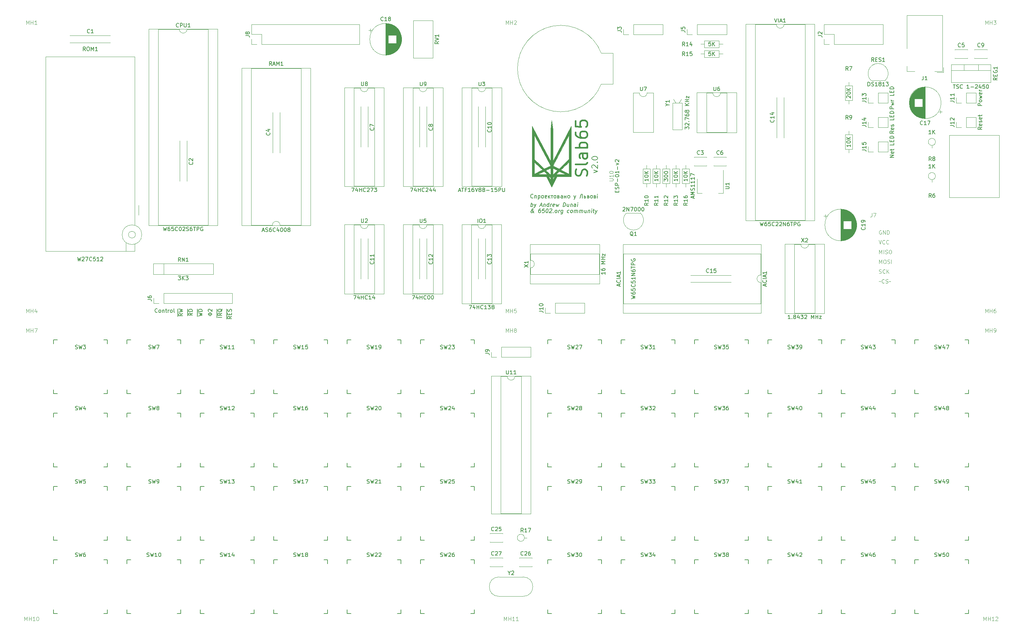
<source format=gbr>
%TF.GenerationSoftware,KiCad,Pcbnew,7.0.4*%
%TF.CreationDate,2023-07-28T17:06:01+03:00*%
%TF.ProjectId,main,6d61696e-2e6b-4696-9361-645f70636258,rev?*%
%TF.SameCoordinates,Original*%
%TF.FileFunction,Legend,Top*%
%TF.FilePolarity,Positive*%
%FSLAX46Y46*%
G04 Gerber Fmt 4.6, Leading zero omitted, Abs format (unit mm)*
G04 Created by KiCad (PCBNEW 7.0.4) date 2023-07-28 17:06:01*
%MOMM*%
%LPD*%
G01*
G04 APERTURE LIST*
%ADD10C,0.010160*%
%ADD11C,0.150000*%
%ADD12C,0.200000*%
%ADD13C,0.400000*%
%ADD14C,0.100000*%
%ADD15C,0.120000*%
G04 APERTURE END LIST*
D10*
X147990000Y140400002D02*
X147990000Y132150003D01*
X152789999Y141300002D01*
X152789999Y128100005D01*
X149040000Y128100005D01*
X147690000Y125400004D01*
X146340000Y128100004D01*
X146940000Y128100004D01*
X147390000Y127200004D01*
X147990000Y127200004D01*
X148440000Y128100004D01*
X148289999Y128100004D01*
X147990000Y127800004D01*
X147990000Y127200004D01*
X147390000Y127200004D01*
X147390000Y127800004D01*
X147090000Y128100004D01*
X146940000Y128100004D01*
X146340000Y128100004D01*
X146340000Y128100005D01*
X142590000Y128100005D01*
X142590000Y128700003D01*
X144090000Y128700003D01*
X146490000Y128700003D01*
X147990000Y128700003D01*
X148140000Y128700003D01*
X148889999Y128700003D01*
X151289998Y128700003D01*
X149640000Y129450003D01*
X148889999Y128700003D01*
X148140000Y128700003D01*
X149190000Y129750003D01*
X148889999Y129900004D01*
X150090000Y129900004D01*
X152190000Y128850003D01*
X152190000Y131850003D01*
X150090000Y129900004D01*
X148889999Y129900004D01*
X147990000Y130350003D01*
X147990000Y130350002D01*
X147990000Y128700003D01*
X146490000Y128700003D01*
X145740000Y129450003D01*
X144090000Y128700003D01*
X142590000Y128700003D01*
X142590000Y131850003D01*
X143190000Y131850003D01*
X143190001Y128850003D01*
X144990003Y129750005D01*
X146190000Y129750005D01*
X147240000Y128700004D01*
X147390000Y128700004D01*
X147390000Y130350003D01*
X146190000Y129750005D01*
X144990003Y129750005D01*
X145290000Y129900004D01*
X143190000Y131850003D01*
X142590000Y131850003D01*
X142590000Y132600004D01*
X143190000Y132600004D01*
X145740000Y130200004D01*
X147390000Y130950004D01*
X147990000Y130950004D01*
X149640000Y130200004D01*
X152190000Y132600004D01*
X152190000Y138900002D01*
X147990000Y130950004D01*
X147390000Y130950004D01*
X143190000Y138900002D01*
X143190000Y132600004D01*
X142590000Y132600004D01*
X142590000Y141300002D01*
X147390000Y132150005D01*
X147390000Y140400003D01*
X147686479Y142800002D01*
X147990000Y140400002D01*
G36*
X147990000Y140400002D02*
G01*
X147990000Y132150003D01*
X152789999Y141300002D01*
X152789999Y128100005D01*
X149040000Y128100005D01*
X147690000Y125400004D01*
X146340000Y128100004D01*
X146940000Y128100004D01*
X147390000Y127200004D01*
X147990000Y127200004D01*
X148440000Y128100004D01*
X148289999Y128100004D01*
X147990000Y127800004D01*
X147990000Y127200004D01*
X147390000Y127200004D01*
X147390000Y127800004D01*
X147090000Y128100004D01*
X146940000Y128100004D01*
X146340000Y128100004D01*
X146340000Y128100005D01*
X142590000Y128100005D01*
X142590000Y128700003D01*
X144090000Y128700003D01*
X146490000Y128700003D01*
X147990000Y128700003D01*
X148140000Y128700003D01*
X148889999Y128700003D01*
X151289998Y128700003D01*
X149640000Y129450003D01*
X148889999Y128700003D01*
X148140000Y128700003D01*
X149190000Y129750003D01*
X148889999Y129900004D01*
X150090000Y129900004D01*
X152190000Y128850003D01*
X152190000Y131850003D01*
X150090000Y129900004D01*
X148889999Y129900004D01*
X147990000Y130350003D01*
X147990000Y130350002D01*
X147990000Y128700003D01*
X146490000Y128700003D01*
X145740000Y129450003D01*
X144090000Y128700003D01*
X142590000Y128700003D01*
X142590000Y131850003D01*
X143190000Y131850003D01*
X143190001Y128850003D01*
X144990003Y129750005D01*
X146190000Y129750005D01*
X147240000Y128700004D01*
X147390000Y128700004D01*
X147390000Y130350003D01*
X146190000Y129750005D01*
X144990003Y129750005D01*
X145290000Y129900004D01*
X143190000Y131850003D01*
X142590000Y131850003D01*
X142590000Y132600004D01*
X143190000Y132600004D01*
X145740000Y130200004D01*
X147390000Y130950004D01*
X147990000Y130950004D01*
X149640000Y130200004D01*
X152190000Y132600004D01*
X152190000Y138900002D01*
X147990000Y130950004D01*
X147390000Y130950004D01*
X143190000Y138900002D01*
X143190000Y132600004D01*
X142590000Y132600004D01*
X142590000Y141300002D01*
X147390000Y132150005D01*
X147390000Y140400003D01*
X147686479Y142800002D01*
X147990000Y140400002D01*
G37*
D11*
X51924819Y92547982D02*
X51448628Y92214649D01*
X51924819Y91976554D02*
X50924819Y91976554D01*
X50924819Y91976554D02*
X50924819Y92357506D01*
X50924819Y92357506D02*
X50972438Y92452744D01*
X50972438Y92452744D02*
X51020057Y92500363D01*
X51020057Y92500363D02*
X51115295Y92547982D01*
X51115295Y92547982D02*
X51258152Y92547982D01*
X51258152Y92547982D02*
X51353390Y92500363D01*
X51353390Y92500363D02*
X51401009Y92452744D01*
X51401009Y92452744D02*
X51448628Y92357506D01*
X51448628Y92357506D02*
X51448628Y91976554D01*
X50924819Y92881316D02*
X51924819Y93119411D01*
X51924819Y93119411D02*
X51210533Y93309887D01*
X51210533Y93309887D02*
X51924819Y93500363D01*
X51924819Y93500363D02*
X50924819Y93738459D01*
X50647200Y91838459D02*
X50647200Y93781316D01*
X45343207Y92935419D02*
X45295588Y92887800D01*
X45295588Y92887800D02*
X45152731Y92840180D01*
X45152731Y92840180D02*
X45057493Y92840180D01*
X45057493Y92840180D02*
X44914636Y92887800D01*
X44914636Y92887800D02*
X44819398Y92983038D01*
X44819398Y92983038D02*
X44771779Y93078276D01*
X44771779Y93078276D02*
X44724160Y93268752D01*
X44724160Y93268752D02*
X44724160Y93411609D01*
X44724160Y93411609D02*
X44771779Y93602085D01*
X44771779Y93602085D02*
X44819398Y93697323D01*
X44819398Y93697323D02*
X44914636Y93792561D01*
X44914636Y93792561D02*
X45057493Y93840180D01*
X45057493Y93840180D02*
X45152731Y93840180D01*
X45152731Y93840180D02*
X45295588Y93792561D01*
X45295588Y93792561D02*
X45343207Y93744942D01*
X45914636Y92840180D02*
X45819398Y92887800D01*
X45819398Y92887800D02*
X45771779Y92935419D01*
X45771779Y92935419D02*
X45724160Y93030657D01*
X45724160Y93030657D02*
X45724160Y93316371D01*
X45724160Y93316371D02*
X45771779Y93411609D01*
X45771779Y93411609D02*
X45819398Y93459228D01*
X45819398Y93459228D02*
X45914636Y93506847D01*
X45914636Y93506847D02*
X46057493Y93506847D01*
X46057493Y93506847D02*
X46152731Y93459228D01*
X46152731Y93459228D02*
X46200350Y93411609D01*
X46200350Y93411609D02*
X46247969Y93316371D01*
X46247969Y93316371D02*
X46247969Y93030657D01*
X46247969Y93030657D02*
X46200350Y92935419D01*
X46200350Y92935419D02*
X46152731Y92887800D01*
X46152731Y92887800D02*
X46057493Y92840180D01*
X46057493Y92840180D02*
X45914636Y92840180D01*
X46676541Y93506847D02*
X46676541Y92840180D01*
X46676541Y93411609D02*
X46724160Y93459228D01*
X46724160Y93459228D02*
X46819398Y93506847D01*
X46819398Y93506847D02*
X46962255Y93506847D01*
X46962255Y93506847D02*
X47057493Y93459228D01*
X47057493Y93459228D02*
X47105112Y93363990D01*
X47105112Y93363990D02*
X47105112Y92840180D01*
X47438446Y93506847D02*
X47819398Y93506847D01*
X47581303Y93840180D02*
X47581303Y92983038D01*
X47581303Y92983038D02*
X47628922Y92887800D01*
X47628922Y92887800D02*
X47724160Y92840180D01*
X47724160Y92840180D02*
X47819398Y92840180D01*
X48152732Y92840180D02*
X48152732Y93506847D01*
X48152732Y93316371D02*
X48200351Y93411609D01*
X48200351Y93411609D02*
X48247970Y93459228D01*
X48247970Y93459228D02*
X48343208Y93506847D01*
X48343208Y93506847D02*
X48438446Y93506847D01*
X48914637Y92840180D02*
X48819399Y92887800D01*
X48819399Y92887800D02*
X48771780Y92935419D01*
X48771780Y92935419D02*
X48724161Y93030657D01*
X48724161Y93030657D02*
X48724161Y93316371D01*
X48724161Y93316371D02*
X48771780Y93411609D01*
X48771780Y93411609D02*
X48819399Y93459228D01*
X48819399Y93459228D02*
X48914637Y93506847D01*
X48914637Y93506847D02*
X49057494Y93506847D01*
X49057494Y93506847D02*
X49152732Y93459228D01*
X49152732Y93459228D02*
X49200351Y93411609D01*
X49200351Y93411609D02*
X49247970Y93316371D01*
X49247970Y93316371D02*
X49247970Y93030657D01*
X49247970Y93030657D02*
X49200351Y92935419D01*
X49200351Y92935419D02*
X49152732Y92887800D01*
X49152732Y92887800D02*
X49057494Y92840180D01*
X49057494Y92840180D02*
X48914637Y92840180D01*
X49819399Y92840180D02*
X49724161Y92887800D01*
X49724161Y92887800D02*
X49676542Y92983038D01*
X49676542Y92983038D02*
X49676542Y93840180D01*
X56004819Y91881316D02*
X57004819Y92119411D01*
X57004819Y92119411D02*
X56290533Y92309887D01*
X56290533Y92309887D02*
X57004819Y92500363D01*
X57004819Y92500363D02*
X56004819Y92738459D01*
X57004819Y93119411D02*
X56004819Y93119411D01*
X56004819Y93119411D02*
X56004819Y93357506D01*
X56004819Y93357506D02*
X56052438Y93500363D01*
X56052438Y93500363D02*
X56147676Y93595601D01*
X56147676Y93595601D02*
X56242914Y93643220D01*
X56242914Y93643220D02*
X56433390Y93690839D01*
X56433390Y93690839D02*
X56576247Y93690839D01*
X56576247Y93690839D02*
X56766723Y93643220D01*
X56766723Y93643220D02*
X56861961Y93595601D01*
X56861961Y93595601D02*
X56957200Y93500363D01*
X56957200Y93500363D02*
X57004819Y93357506D01*
X57004819Y93357506D02*
X57004819Y93119411D01*
X55727200Y91838459D02*
X55727200Y93781316D01*
D12*
X142283720Y120372784D02*
X142408720Y121372784D01*
X142361101Y120991832D02*
X142462292Y121039451D01*
X142462292Y121039451D02*
X142652768Y121039451D01*
X142652768Y121039451D02*
X142742054Y120991832D01*
X142742054Y120991832D02*
X142783720Y120944213D01*
X142783720Y120944213D02*
X142819435Y120848975D01*
X142819435Y120848975D02*
X142783720Y120563261D01*
X142783720Y120563261D02*
X142724197Y120468023D01*
X142724197Y120468023D02*
X142670625Y120420404D01*
X142670625Y120420404D02*
X142569435Y120372784D01*
X142569435Y120372784D02*
X142378958Y120372784D01*
X142378958Y120372784D02*
X142289673Y120420404D01*
X143176578Y121039451D02*
X143331340Y120372784D01*
X143652768Y121039451D02*
X143331340Y120372784D01*
X143331340Y120372784D02*
X143206340Y120134689D01*
X143206340Y120134689D02*
X143152768Y120087070D01*
X143152768Y120087070D02*
X143051578Y120039451D01*
X144700388Y120658499D02*
X145176578Y120658499D01*
X144569435Y120372784D02*
X145027769Y121372784D01*
X145027769Y121372784D02*
X145236102Y120372784D01*
X145652769Y121039451D02*
X145569435Y120372784D01*
X145640864Y120944213D02*
X145694435Y120991832D01*
X145694435Y120991832D02*
X145795626Y121039451D01*
X145795626Y121039451D02*
X145938483Y121039451D01*
X145938483Y121039451D02*
X146027769Y120991832D01*
X146027769Y120991832D02*
X146063483Y120896594D01*
X146063483Y120896594D02*
X145998007Y120372784D01*
X146902769Y120372784D02*
X147027769Y121372784D01*
X146908721Y120420404D02*
X146807531Y120372784D01*
X146807531Y120372784D02*
X146617055Y120372784D01*
X146617055Y120372784D02*
X146527769Y120420404D01*
X146527769Y120420404D02*
X146486102Y120468023D01*
X146486102Y120468023D02*
X146450388Y120563261D01*
X146450388Y120563261D02*
X146486102Y120848975D01*
X146486102Y120848975D02*
X146545626Y120944213D01*
X146545626Y120944213D02*
X146599197Y120991832D01*
X146599197Y120991832D02*
X146700388Y121039451D01*
X146700388Y121039451D02*
X146890864Y121039451D01*
X146890864Y121039451D02*
X146980150Y120991832D01*
X147378959Y120372784D02*
X147462293Y121039451D01*
X147438483Y120848975D02*
X147498007Y120944213D01*
X147498007Y120944213D02*
X147551578Y120991832D01*
X147551578Y120991832D02*
X147652769Y121039451D01*
X147652769Y121039451D02*
X147748007Y121039451D01*
X148384912Y120420404D02*
X148283722Y120372784D01*
X148283722Y120372784D02*
X148093245Y120372784D01*
X148093245Y120372784D02*
X148003960Y120420404D01*
X148003960Y120420404D02*
X147968245Y120515642D01*
X147968245Y120515642D02*
X148015865Y120896594D01*
X148015865Y120896594D02*
X148075388Y120991832D01*
X148075388Y120991832D02*
X148176579Y121039451D01*
X148176579Y121039451D02*
X148367055Y121039451D01*
X148367055Y121039451D02*
X148456341Y120991832D01*
X148456341Y120991832D02*
X148492055Y120896594D01*
X148492055Y120896594D02*
X148480150Y120801356D01*
X148480150Y120801356D02*
X147992055Y120706118D01*
X148843246Y121039451D02*
X148950388Y120372784D01*
X148950388Y120372784D02*
X149200388Y120848975D01*
X149200388Y120848975D02*
X149331341Y120372784D01*
X149331341Y120372784D02*
X149605150Y121039451D01*
X150664674Y120372784D02*
X150789674Y121372784D01*
X150789674Y121372784D02*
X151027770Y121372784D01*
X151027770Y121372784D02*
X151164674Y121325165D01*
X151164674Y121325165D02*
X151248008Y121229927D01*
X151248008Y121229927D02*
X151283722Y121134689D01*
X151283722Y121134689D02*
X151307532Y120944213D01*
X151307532Y120944213D02*
X151289674Y120801356D01*
X151289674Y120801356D02*
X151218246Y120610880D01*
X151218246Y120610880D02*
X151158722Y120515642D01*
X151158722Y120515642D02*
X151051579Y120420404D01*
X151051579Y120420404D02*
X150902770Y120372784D01*
X150902770Y120372784D02*
X150664674Y120372784D01*
X152176579Y121039451D02*
X152093246Y120372784D01*
X151748008Y121039451D02*
X151682532Y120515642D01*
X151682532Y120515642D02*
X151718246Y120420404D01*
X151718246Y120420404D02*
X151807532Y120372784D01*
X151807532Y120372784D02*
X151950389Y120372784D01*
X151950389Y120372784D02*
X152051579Y120420404D01*
X152051579Y120420404D02*
X152105151Y120468023D01*
X152652770Y121039451D02*
X152569436Y120372784D01*
X152640865Y120944213D02*
X152694436Y120991832D01*
X152694436Y120991832D02*
X152795627Y121039451D01*
X152795627Y121039451D02*
X152938484Y121039451D01*
X152938484Y121039451D02*
X153027770Y120991832D01*
X153027770Y120991832D02*
X153063484Y120896594D01*
X153063484Y120896594D02*
X152998008Y120372784D01*
X153902770Y120372784D02*
X153968246Y120896594D01*
X153968246Y120896594D02*
X153932532Y120991832D01*
X153932532Y120991832D02*
X153843246Y121039451D01*
X153843246Y121039451D02*
X153652770Y121039451D01*
X153652770Y121039451D02*
X153551579Y120991832D01*
X153908722Y120420404D02*
X153807532Y120372784D01*
X153807532Y120372784D02*
X153569436Y120372784D01*
X153569436Y120372784D02*
X153480151Y120420404D01*
X153480151Y120420404D02*
X153444436Y120515642D01*
X153444436Y120515642D02*
X153456341Y120610880D01*
X153456341Y120610880D02*
X153515865Y120706118D01*
X153515865Y120706118D02*
X153617056Y120753737D01*
X153617056Y120753737D02*
X153855151Y120753737D01*
X153855151Y120753737D02*
X153956341Y120801356D01*
X154378960Y120372784D02*
X154462294Y121039451D01*
X154503960Y121372784D02*
X154450389Y121325165D01*
X154450389Y121325165D02*
X154492056Y121277546D01*
X154492056Y121277546D02*
X154545627Y121325165D01*
X154545627Y121325165D02*
X154503960Y121372784D01*
X154503960Y121372784D02*
X154492056Y121277546D01*
X143093244Y118762784D02*
X143045625Y118762784D01*
X143045625Y118762784D02*
X142956339Y118810404D01*
X142956339Y118810404D02*
X142831339Y118953261D01*
X142831339Y118953261D02*
X142628958Y119238975D01*
X142628958Y119238975D02*
X142551578Y119381832D01*
X142551578Y119381832D02*
X142521816Y119524689D01*
X142521816Y119524689D02*
X142533720Y119619927D01*
X142533720Y119619927D02*
X142593244Y119715165D01*
X142593244Y119715165D02*
X142694435Y119762784D01*
X142694435Y119762784D02*
X142742054Y119762784D01*
X142742054Y119762784D02*
X142831339Y119715165D01*
X142831339Y119715165D02*
X142867054Y119619927D01*
X142867054Y119619927D02*
X142861101Y119572308D01*
X142861101Y119572308D02*
X142801578Y119477070D01*
X142801578Y119477070D02*
X142748006Y119429451D01*
X142748006Y119429451D02*
X142438482Y119238975D01*
X142438482Y119238975D02*
X142384911Y119191356D01*
X142384911Y119191356D02*
X142325387Y119096118D01*
X142325387Y119096118D02*
X142307530Y118953261D01*
X142307530Y118953261D02*
X142343244Y118858023D01*
X142343244Y118858023D02*
X142384911Y118810404D01*
X142384911Y118810404D02*
X142474197Y118762784D01*
X142474197Y118762784D02*
X142617054Y118762784D01*
X142617054Y118762784D02*
X142718244Y118810404D01*
X142718244Y118810404D02*
X142771816Y118858023D01*
X142771816Y118858023D02*
X142938482Y119048499D01*
X142938482Y119048499D02*
X143003958Y119191356D01*
X143003958Y119191356D02*
X143015863Y119286594D01*
X144837292Y119762784D02*
X144646816Y119762784D01*
X144646816Y119762784D02*
X144545625Y119715165D01*
X144545625Y119715165D02*
X144492054Y119667546D01*
X144492054Y119667546D02*
X144378958Y119524689D01*
X144378958Y119524689D02*
X144307530Y119334213D01*
X144307530Y119334213D02*
X144259911Y118953261D01*
X144259911Y118953261D02*
X144295625Y118858023D01*
X144295625Y118858023D02*
X144337292Y118810404D01*
X144337292Y118810404D02*
X144426578Y118762784D01*
X144426578Y118762784D02*
X144617054Y118762784D01*
X144617054Y118762784D02*
X144718244Y118810404D01*
X144718244Y118810404D02*
X144771816Y118858023D01*
X144771816Y118858023D02*
X144831339Y118953261D01*
X144831339Y118953261D02*
X144861101Y119191356D01*
X144861101Y119191356D02*
X144825387Y119286594D01*
X144825387Y119286594D02*
X144783720Y119334213D01*
X144783720Y119334213D02*
X144694435Y119381832D01*
X144694435Y119381832D02*
X144503958Y119381832D01*
X144503958Y119381832D02*
X144402768Y119334213D01*
X144402768Y119334213D02*
X144349197Y119286594D01*
X144349197Y119286594D02*
X144289673Y119191356D01*
X145837292Y119762784D02*
X145361101Y119762784D01*
X145361101Y119762784D02*
X145253959Y119286594D01*
X145253959Y119286594D02*
X145307530Y119334213D01*
X145307530Y119334213D02*
X145408720Y119381832D01*
X145408720Y119381832D02*
X145646816Y119381832D01*
X145646816Y119381832D02*
X145736101Y119334213D01*
X145736101Y119334213D02*
X145777768Y119286594D01*
X145777768Y119286594D02*
X145813482Y119191356D01*
X145813482Y119191356D02*
X145783720Y118953261D01*
X145783720Y118953261D02*
X145724197Y118858023D01*
X145724197Y118858023D02*
X145670625Y118810404D01*
X145670625Y118810404D02*
X145569435Y118762784D01*
X145569435Y118762784D02*
X145331339Y118762784D01*
X145331339Y118762784D02*
X145242054Y118810404D01*
X145242054Y118810404D02*
X145200387Y118858023D01*
X146503959Y119762784D02*
X146599197Y119762784D01*
X146599197Y119762784D02*
X146688482Y119715165D01*
X146688482Y119715165D02*
X146730149Y119667546D01*
X146730149Y119667546D02*
X146765863Y119572308D01*
X146765863Y119572308D02*
X146789673Y119381832D01*
X146789673Y119381832D02*
X146759911Y119143737D01*
X146759911Y119143737D02*
X146688482Y118953261D01*
X146688482Y118953261D02*
X146628959Y118858023D01*
X146628959Y118858023D02*
X146575387Y118810404D01*
X146575387Y118810404D02*
X146474197Y118762784D01*
X146474197Y118762784D02*
X146378959Y118762784D01*
X146378959Y118762784D02*
X146289673Y118810404D01*
X146289673Y118810404D02*
X146248006Y118858023D01*
X146248006Y118858023D02*
X146212292Y118953261D01*
X146212292Y118953261D02*
X146188482Y119143737D01*
X146188482Y119143737D02*
X146218244Y119381832D01*
X146218244Y119381832D02*
X146289673Y119572308D01*
X146289673Y119572308D02*
X146349197Y119667546D01*
X146349197Y119667546D02*
X146402768Y119715165D01*
X146402768Y119715165D02*
X146503959Y119762784D01*
X147206340Y119667546D02*
X147259911Y119715165D01*
X147259911Y119715165D02*
X147361101Y119762784D01*
X147361101Y119762784D02*
X147599197Y119762784D01*
X147599197Y119762784D02*
X147688482Y119715165D01*
X147688482Y119715165D02*
X147730149Y119667546D01*
X147730149Y119667546D02*
X147765863Y119572308D01*
X147765863Y119572308D02*
X147753959Y119477070D01*
X147753959Y119477070D02*
X147688482Y119334213D01*
X147688482Y119334213D02*
X147045625Y118762784D01*
X147045625Y118762784D02*
X147664673Y118762784D01*
X148105149Y118858023D02*
X148146816Y118810404D01*
X148146816Y118810404D02*
X148093244Y118762784D01*
X148093244Y118762784D02*
X148051578Y118810404D01*
X148051578Y118810404D02*
X148105149Y118858023D01*
X148105149Y118858023D02*
X148093244Y118762784D01*
X148712292Y118762784D02*
X148623006Y118810404D01*
X148623006Y118810404D02*
X148581339Y118858023D01*
X148581339Y118858023D02*
X148545625Y118953261D01*
X148545625Y118953261D02*
X148581339Y119238975D01*
X148581339Y119238975D02*
X148640863Y119334213D01*
X148640863Y119334213D02*
X148694434Y119381832D01*
X148694434Y119381832D02*
X148795625Y119429451D01*
X148795625Y119429451D02*
X148938482Y119429451D01*
X148938482Y119429451D02*
X149027768Y119381832D01*
X149027768Y119381832D02*
X149069434Y119334213D01*
X149069434Y119334213D02*
X149105149Y119238975D01*
X149105149Y119238975D02*
X149069434Y118953261D01*
X149069434Y118953261D02*
X149009911Y118858023D01*
X149009911Y118858023D02*
X148956339Y118810404D01*
X148956339Y118810404D02*
X148855149Y118762784D01*
X148855149Y118762784D02*
X148712292Y118762784D01*
X149474196Y118762784D02*
X149557530Y119429451D01*
X149533720Y119238975D02*
X149593244Y119334213D01*
X149593244Y119334213D02*
X149646815Y119381832D01*
X149646815Y119381832D02*
X149748006Y119429451D01*
X149748006Y119429451D02*
X149843244Y119429451D01*
X150605149Y119429451D02*
X150503959Y118619927D01*
X150503959Y118619927D02*
X150444435Y118524689D01*
X150444435Y118524689D02*
X150390863Y118477070D01*
X150390863Y118477070D02*
X150289673Y118429451D01*
X150289673Y118429451D02*
X150146816Y118429451D01*
X150146816Y118429451D02*
X150057530Y118477070D01*
X150527768Y118810404D02*
X150426578Y118762784D01*
X150426578Y118762784D02*
X150236102Y118762784D01*
X150236102Y118762784D02*
X150146816Y118810404D01*
X150146816Y118810404D02*
X150105149Y118858023D01*
X150105149Y118858023D02*
X150069435Y118953261D01*
X150069435Y118953261D02*
X150105149Y119238975D01*
X150105149Y119238975D02*
X150164673Y119334213D01*
X150164673Y119334213D02*
X150218244Y119381832D01*
X150218244Y119381832D02*
X150319435Y119429451D01*
X150319435Y119429451D02*
X150509911Y119429451D01*
X150509911Y119429451D02*
X150599197Y119381832D01*
X152194435Y118810404D02*
X152093245Y118762784D01*
X152093245Y118762784D02*
X151902769Y118762784D01*
X151902769Y118762784D02*
X151813483Y118810404D01*
X151813483Y118810404D02*
X151771816Y118858023D01*
X151771816Y118858023D02*
X151736102Y118953261D01*
X151736102Y118953261D02*
X151771816Y119238975D01*
X151771816Y119238975D02*
X151831340Y119334213D01*
X151831340Y119334213D02*
X151884911Y119381832D01*
X151884911Y119381832D02*
X151986102Y119429451D01*
X151986102Y119429451D02*
X152176578Y119429451D01*
X152176578Y119429451D02*
X152265864Y119381832D01*
X152759912Y118762784D02*
X152670626Y118810404D01*
X152670626Y118810404D02*
X152628959Y118858023D01*
X152628959Y118858023D02*
X152593245Y118953261D01*
X152593245Y118953261D02*
X152628959Y119238975D01*
X152628959Y119238975D02*
X152688483Y119334213D01*
X152688483Y119334213D02*
X152742054Y119381832D01*
X152742054Y119381832D02*
X152843245Y119429451D01*
X152843245Y119429451D02*
X152986102Y119429451D01*
X152986102Y119429451D02*
X153075388Y119381832D01*
X153075388Y119381832D02*
X153117054Y119334213D01*
X153117054Y119334213D02*
X153152769Y119238975D01*
X153152769Y119238975D02*
X153117054Y118953261D01*
X153117054Y118953261D02*
X153057531Y118858023D01*
X153057531Y118858023D02*
X153003959Y118810404D01*
X153003959Y118810404D02*
X152902769Y118762784D01*
X152902769Y118762784D02*
X152759912Y118762784D01*
X153521816Y118762784D02*
X153605150Y119429451D01*
X153593245Y119334213D02*
X153646816Y119381832D01*
X153646816Y119381832D02*
X153748007Y119429451D01*
X153748007Y119429451D02*
X153890864Y119429451D01*
X153890864Y119429451D02*
X153980150Y119381832D01*
X153980150Y119381832D02*
X154015864Y119286594D01*
X154015864Y119286594D02*
X153950388Y118762784D01*
X154015864Y119286594D02*
X154075388Y119381832D01*
X154075388Y119381832D02*
X154176578Y119429451D01*
X154176578Y119429451D02*
X154319435Y119429451D01*
X154319435Y119429451D02*
X154408721Y119381832D01*
X154408721Y119381832D02*
X154444435Y119286594D01*
X154444435Y119286594D02*
X154378959Y118762784D01*
X154855149Y118762784D02*
X154938483Y119429451D01*
X154926578Y119334213D02*
X154980149Y119381832D01*
X154980149Y119381832D02*
X155081340Y119429451D01*
X155081340Y119429451D02*
X155224197Y119429451D01*
X155224197Y119429451D02*
X155313483Y119381832D01*
X155313483Y119381832D02*
X155349197Y119286594D01*
X155349197Y119286594D02*
X155283721Y118762784D01*
X155349197Y119286594D02*
X155408721Y119381832D01*
X155408721Y119381832D02*
X155509911Y119429451D01*
X155509911Y119429451D02*
X155652768Y119429451D01*
X155652768Y119429451D02*
X155742054Y119381832D01*
X155742054Y119381832D02*
X155777768Y119286594D01*
X155777768Y119286594D02*
X155712292Y118762784D01*
X156700387Y119429451D02*
X156617054Y118762784D01*
X156271816Y119429451D02*
X156206340Y118905642D01*
X156206340Y118905642D02*
X156242054Y118810404D01*
X156242054Y118810404D02*
X156331340Y118762784D01*
X156331340Y118762784D02*
X156474197Y118762784D01*
X156474197Y118762784D02*
X156575387Y118810404D01*
X156575387Y118810404D02*
X156628959Y118858023D01*
X157176578Y119429451D02*
X157093244Y118762784D01*
X157164673Y119334213D02*
X157218244Y119381832D01*
X157218244Y119381832D02*
X157319435Y119429451D01*
X157319435Y119429451D02*
X157462292Y119429451D01*
X157462292Y119429451D02*
X157551578Y119381832D01*
X157551578Y119381832D02*
X157587292Y119286594D01*
X157587292Y119286594D02*
X157521816Y118762784D01*
X157998006Y118762784D02*
X158081340Y119429451D01*
X158123006Y119762784D02*
X158069435Y119715165D01*
X158069435Y119715165D02*
X158111102Y119667546D01*
X158111102Y119667546D02*
X158164673Y119715165D01*
X158164673Y119715165D02*
X158123006Y119762784D01*
X158123006Y119762784D02*
X158111102Y119667546D01*
X158414673Y119429451D02*
X158795625Y119429451D01*
X158599196Y119762784D02*
X158492054Y118905642D01*
X158492054Y118905642D02*
X158527768Y118810404D01*
X158527768Y118810404D02*
X158617054Y118762784D01*
X158617054Y118762784D02*
X158712292Y118762784D01*
X159033721Y119429451D02*
X159188483Y118762784D01*
X159509911Y119429451D02*
X159188483Y118762784D01*
X159188483Y118762784D02*
X159063483Y118524689D01*
X159063483Y118524689D02*
X159009911Y118477070D01*
X159009911Y118477070D02*
X158908721Y118429451D01*
D11*
X62084819Y91595602D02*
X61084819Y91595602D01*
X62084819Y92643220D02*
X61608628Y92309887D01*
X62084819Y92071792D02*
X61084819Y92071792D01*
X61084819Y92071792D02*
X61084819Y92452744D01*
X61084819Y92452744D02*
X61132438Y92547982D01*
X61132438Y92547982D02*
X61180057Y92595601D01*
X61180057Y92595601D02*
X61275295Y92643220D01*
X61275295Y92643220D02*
X61418152Y92643220D01*
X61418152Y92643220D02*
X61513390Y92595601D01*
X61513390Y92595601D02*
X61561009Y92547982D01*
X61561009Y92547982D02*
X61608628Y92452744D01*
X61608628Y92452744D02*
X61608628Y92071792D01*
X62180057Y93738458D02*
X62132438Y93643220D01*
X62132438Y93643220D02*
X62037200Y93547982D01*
X62037200Y93547982D02*
X61894342Y93405125D01*
X61894342Y93405125D02*
X61846723Y93309887D01*
X61846723Y93309887D02*
X61846723Y93214649D01*
X62084819Y93262268D02*
X62037200Y93167030D01*
X62037200Y93167030D02*
X61941961Y93071792D01*
X61941961Y93071792D02*
X61751485Y93024173D01*
X61751485Y93024173D02*
X61418152Y93024173D01*
X61418152Y93024173D02*
X61227676Y93071792D01*
X61227676Y93071792D02*
X61132438Y93167030D01*
X61132438Y93167030D02*
X61084819Y93262268D01*
X61084819Y93262268D02*
X61084819Y93452744D01*
X61084819Y93452744D02*
X61132438Y93547982D01*
X61132438Y93547982D02*
X61227676Y93643220D01*
X61227676Y93643220D02*
X61418152Y93690839D01*
X61418152Y93690839D02*
X61751485Y93690839D01*
X61751485Y93690839D02*
X61941961Y93643220D01*
X61941961Y93643220D02*
X62037200Y93547982D01*
X62037200Y93547982D02*
X62084819Y93452744D01*
X62084819Y93452744D02*
X62084819Y93262268D01*
X60807200Y91457507D02*
X60807200Y93781316D01*
D12*
X158616028Y129135867D02*
X159616028Y129493010D01*
X159616028Y129493010D02*
X158616028Y129850153D01*
X158258885Y130350153D02*
X158187457Y130421581D01*
X158187457Y130421581D02*
X158116028Y130564439D01*
X158116028Y130564439D02*
X158116028Y130921581D01*
X158116028Y130921581D02*
X158187457Y131064439D01*
X158187457Y131064439D02*
X158258885Y131135867D01*
X158258885Y131135867D02*
X158401742Y131207296D01*
X158401742Y131207296D02*
X158544600Y131207296D01*
X158544600Y131207296D02*
X158758885Y131135867D01*
X158758885Y131135867D02*
X159616028Y130278724D01*
X159616028Y130278724D02*
X159616028Y131207296D01*
X159473171Y131850152D02*
X159544600Y131921581D01*
X159544600Y131921581D02*
X159616028Y131850152D01*
X159616028Y131850152D02*
X159544600Y131778724D01*
X159544600Y131778724D02*
X159473171Y131850152D01*
X159473171Y131850152D02*
X159616028Y131850152D01*
X158116028Y132850153D02*
X158116028Y132993010D01*
X158116028Y132993010D02*
X158187457Y133135867D01*
X158187457Y133135867D02*
X158258885Y133207296D01*
X158258885Y133207296D02*
X158401742Y133278724D01*
X158401742Y133278724D02*
X158687457Y133350153D01*
X158687457Y133350153D02*
X159044600Y133350153D01*
X159044600Y133350153D02*
X159330314Y133278724D01*
X159330314Y133278724D02*
X159473171Y133207296D01*
X159473171Y133207296D02*
X159544600Y133135867D01*
X159544600Y133135867D02*
X159616028Y132993010D01*
X159616028Y132993010D02*
X159616028Y132850153D01*
X159616028Y132850153D02*
X159544600Y132707296D01*
X159544600Y132707296D02*
X159473171Y132635867D01*
X159473171Y132635867D02*
X159330314Y132564438D01*
X159330314Y132564438D02*
X159044600Y132493010D01*
X159044600Y132493010D02*
X158687457Y132493010D01*
X158687457Y132493010D02*
X158401742Y132564438D01*
X158401742Y132564438D02*
X158258885Y132635867D01*
X158258885Y132635867D02*
X158187457Y132707296D01*
X158187457Y132707296D02*
X158116028Y132850153D01*
D13*
X156739200Y128354589D02*
X156882057Y128783161D01*
X156882057Y128783161D02*
X156882057Y129497446D01*
X156882057Y129497446D02*
X156739200Y129783161D01*
X156739200Y129783161D02*
X156596342Y129926018D01*
X156596342Y129926018D02*
X156310628Y130068875D01*
X156310628Y130068875D02*
X156024914Y130068875D01*
X156024914Y130068875D02*
X155739200Y129926018D01*
X155739200Y129926018D02*
X155596342Y129783161D01*
X155596342Y129783161D02*
X155453485Y129497446D01*
X155453485Y129497446D02*
X155310628Y128926018D01*
X155310628Y128926018D02*
X155167771Y128640303D01*
X155167771Y128640303D02*
X155024914Y128497446D01*
X155024914Y128497446D02*
X154739200Y128354589D01*
X154739200Y128354589D02*
X154453485Y128354589D01*
X154453485Y128354589D02*
X154167771Y128497446D01*
X154167771Y128497446D02*
X154024914Y128640303D01*
X154024914Y128640303D02*
X153882057Y128926018D01*
X153882057Y128926018D02*
X153882057Y129640303D01*
X153882057Y129640303D02*
X154024914Y130068875D01*
X156882057Y131783161D02*
X156739200Y131497446D01*
X156739200Y131497446D02*
X156453485Y131354589D01*
X156453485Y131354589D02*
X153882057Y131354589D01*
X156882057Y134211733D02*
X155310628Y134211733D01*
X155310628Y134211733D02*
X155024914Y134068875D01*
X155024914Y134068875D02*
X154882057Y133783161D01*
X154882057Y133783161D02*
X154882057Y133211733D01*
X154882057Y133211733D02*
X155024914Y132926018D01*
X156739200Y134211733D02*
X156882057Y133926018D01*
X156882057Y133926018D02*
X156882057Y133211733D01*
X156882057Y133211733D02*
X156739200Y132926018D01*
X156739200Y132926018D02*
X156453485Y132783161D01*
X156453485Y132783161D02*
X156167771Y132783161D01*
X156167771Y132783161D02*
X155882057Y132926018D01*
X155882057Y132926018D02*
X155739200Y133211733D01*
X155739200Y133211733D02*
X155739200Y133926018D01*
X155739200Y133926018D02*
X155596342Y134211733D01*
X156882057Y135640304D02*
X153882057Y135640304D01*
X155024914Y135640304D02*
X154882057Y135926019D01*
X154882057Y135926019D02*
X154882057Y136497447D01*
X154882057Y136497447D02*
X155024914Y136783161D01*
X155024914Y136783161D02*
X155167771Y136926019D01*
X155167771Y136926019D02*
X155453485Y137068876D01*
X155453485Y137068876D02*
X156310628Y137068876D01*
X156310628Y137068876D02*
X156596342Y136926019D01*
X156596342Y136926019D02*
X156739200Y136783161D01*
X156739200Y136783161D02*
X156882057Y136497447D01*
X156882057Y136497447D02*
X156882057Y135926019D01*
X156882057Y135926019D02*
X156739200Y135640304D01*
X153882057Y139640305D02*
X153882057Y139068876D01*
X153882057Y139068876D02*
X154024914Y138783162D01*
X154024914Y138783162D02*
X154167771Y138640305D01*
X154167771Y138640305D02*
X154596342Y138354590D01*
X154596342Y138354590D02*
X155167771Y138211733D01*
X155167771Y138211733D02*
X156310628Y138211733D01*
X156310628Y138211733D02*
X156596342Y138354590D01*
X156596342Y138354590D02*
X156739200Y138497447D01*
X156739200Y138497447D02*
X156882057Y138783162D01*
X156882057Y138783162D02*
X156882057Y139354590D01*
X156882057Y139354590D02*
X156739200Y139640305D01*
X156739200Y139640305D02*
X156596342Y139783162D01*
X156596342Y139783162D02*
X156310628Y139926019D01*
X156310628Y139926019D02*
X155596342Y139926019D01*
X155596342Y139926019D02*
X155310628Y139783162D01*
X155310628Y139783162D02*
X155167771Y139640305D01*
X155167771Y139640305D02*
X155024914Y139354590D01*
X155024914Y139354590D02*
X155024914Y138783162D01*
X155024914Y138783162D02*
X155167771Y138497447D01*
X155167771Y138497447D02*
X155310628Y138354590D01*
X155310628Y138354590D02*
X155596342Y138211733D01*
X153882057Y142640305D02*
X153882057Y141211733D01*
X153882057Y141211733D02*
X155310628Y141068876D01*
X155310628Y141068876D02*
X155167771Y141211733D01*
X155167771Y141211733D02*
X155024914Y141497448D01*
X155024914Y141497448D02*
X155024914Y142211733D01*
X155024914Y142211733D02*
X155167771Y142497448D01*
X155167771Y142497448D02*
X155310628Y142640305D01*
X155310628Y142640305D02*
X155596342Y142783162D01*
X155596342Y142783162D02*
X156310628Y142783162D01*
X156310628Y142783162D02*
X156596342Y142640305D01*
X156596342Y142640305D02*
X156739200Y142497448D01*
X156739200Y142497448D02*
X156882057Y142211733D01*
X156882057Y142211733D02*
X156882057Y141497448D01*
X156882057Y141497448D02*
X156739200Y141211733D01*
X156739200Y141211733D02*
X156596342Y141068876D01*
D11*
X54464819Y92690839D02*
X53988628Y92357506D01*
X54464819Y92119411D02*
X53464819Y92119411D01*
X53464819Y92119411D02*
X53464819Y92500363D01*
X53464819Y92500363D02*
X53512438Y92595601D01*
X53512438Y92595601D02*
X53560057Y92643220D01*
X53560057Y92643220D02*
X53655295Y92690839D01*
X53655295Y92690839D02*
X53798152Y92690839D01*
X53798152Y92690839D02*
X53893390Y92643220D01*
X53893390Y92643220D02*
X53941009Y92595601D01*
X53941009Y92595601D02*
X53988628Y92500363D01*
X53988628Y92500363D02*
X53988628Y92119411D01*
X54464819Y93119411D02*
X53464819Y93119411D01*
X53464819Y93119411D02*
X53464819Y93357506D01*
X53464819Y93357506D02*
X53512438Y93500363D01*
X53512438Y93500363D02*
X53607676Y93595601D01*
X53607676Y93595601D02*
X53702914Y93643220D01*
X53702914Y93643220D02*
X53893390Y93690839D01*
X53893390Y93690839D02*
X54036247Y93690839D01*
X54036247Y93690839D02*
X54226723Y93643220D01*
X54226723Y93643220D02*
X54321961Y93595601D01*
X54321961Y93595601D02*
X54417200Y93500363D01*
X54417200Y93500363D02*
X54464819Y93357506D01*
X54464819Y93357506D02*
X54464819Y93119411D01*
X53187200Y91981316D02*
X53187200Y93781316D01*
X59544819Y92405125D02*
X58544819Y92405125D01*
X58687676Y92309887D02*
X58687676Y92500363D01*
X58687676Y92500363D02*
X58735295Y92643220D01*
X58735295Y92643220D02*
X58830533Y92738458D01*
X58830533Y92738458D02*
X58925771Y92786077D01*
X58925771Y92786077D02*
X59116247Y92786077D01*
X59116247Y92786077D02*
X59211485Y92738458D01*
X59211485Y92738458D02*
X59306723Y92643220D01*
X59306723Y92643220D02*
X59354342Y92500363D01*
X59354342Y92500363D02*
X59354342Y92309887D01*
X59354342Y92309887D02*
X59306723Y92167030D01*
X59306723Y92167030D02*
X59211485Y92071792D01*
X59211485Y92071792D02*
X59116247Y92024173D01*
X59116247Y92024173D02*
X58925771Y92024173D01*
X58925771Y92024173D02*
X58830533Y92071792D01*
X58830533Y92071792D02*
X58735295Y92167030D01*
X58735295Y92167030D02*
X58687676Y92309887D01*
X58640057Y93119411D02*
X58592438Y93167030D01*
X58592438Y93167030D02*
X58544819Y93262268D01*
X58544819Y93262268D02*
X58544819Y93500363D01*
X58544819Y93500363D02*
X58592438Y93595601D01*
X58592438Y93595601D02*
X58640057Y93643220D01*
X58640057Y93643220D02*
X58735295Y93690839D01*
X58735295Y93690839D02*
X58830533Y93690839D01*
X58830533Y93690839D02*
X58973390Y93643220D01*
X58973390Y93643220D02*
X59544819Y93071792D01*
X59544819Y93071792D02*
X59544819Y93690839D01*
D12*
X142861101Y122668023D02*
X142813482Y122620404D01*
X142813482Y122620404D02*
X142670625Y122572784D01*
X142670625Y122572784D02*
X142575387Y122572784D01*
X142575387Y122572784D02*
X142432530Y122620404D01*
X142432530Y122620404D02*
X142337292Y122715642D01*
X142337292Y122715642D02*
X142289673Y122810880D01*
X142289673Y122810880D02*
X142242054Y123001356D01*
X142242054Y123001356D02*
X142242054Y123144213D01*
X142242054Y123144213D02*
X142289673Y123334689D01*
X142289673Y123334689D02*
X142337292Y123429927D01*
X142337292Y123429927D02*
X142432530Y123525165D01*
X142432530Y123525165D02*
X142575387Y123572784D01*
X142575387Y123572784D02*
X142670625Y123572784D01*
X142670625Y123572784D02*
X142813482Y123525165D01*
X142813482Y123525165D02*
X142861101Y123477546D01*
X143289673Y122572784D02*
X143289673Y123239451D01*
X143289673Y123239451D02*
X143718244Y123239451D01*
X143718244Y123239451D02*
X143718244Y122572784D01*
X144194435Y123239451D02*
X144194435Y122239451D01*
X144194435Y123191832D02*
X144289673Y123239451D01*
X144289673Y123239451D02*
X144480149Y123239451D01*
X144480149Y123239451D02*
X144575387Y123191832D01*
X144575387Y123191832D02*
X144623006Y123144213D01*
X144623006Y123144213D02*
X144670625Y123048975D01*
X144670625Y123048975D02*
X144670625Y122763261D01*
X144670625Y122763261D02*
X144623006Y122668023D01*
X144623006Y122668023D02*
X144575387Y122620404D01*
X144575387Y122620404D02*
X144480149Y122572784D01*
X144480149Y122572784D02*
X144289673Y122572784D01*
X144289673Y122572784D02*
X144194435Y122620404D01*
X145242054Y122572784D02*
X145146816Y122620404D01*
X145146816Y122620404D02*
X145099197Y122668023D01*
X145099197Y122668023D02*
X145051578Y122763261D01*
X145051578Y122763261D02*
X145051578Y123048975D01*
X145051578Y123048975D02*
X145099197Y123144213D01*
X145099197Y123144213D02*
X145146816Y123191832D01*
X145146816Y123191832D02*
X145242054Y123239451D01*
X145242054Y123239451D02*
X145384911Y123239451D01*
X145384911Y123239451D02*
X145480149Y123191832D01*
X145480149Y123191832D02*
X145527768Y123144213D01*
X145527768Y123144213D02*
X145575387Y123048975D01*
X145575387Y123048975D02*
X145575387Y122763261D01*
X145575387Y122763261D02*
X145527768Y122668023D01*
X145527768Y122668023D02*
X145480149Y122620404D01*
X145480149Y122620404D02*
X145384911Y122572784D01*
X145384911Y122572784D02*
X145242054Y122572784D01*
X146384911Y122620404D02*
X146289673Y122572784D01*
X146289673Y122572784D02*
X146099197Y122572784D01*
X146099197Y122572784D02*
X146003959Y122620404D01*
X146003959Y122620404D02*
X145956340Y122715642D01*
X145956340Y122715642D02*
X145956340Y123096594D01*
X145956340Y123096594D02*
X146003959Y123191832D01*
X146003959Y123191832D02*
X146099197Y123239451D01*
X146099197Y123239451D02*
X146289673Y123239451D01*
X146289673Y123239451D02*
X146384911Y123191832D01*
X146384911Y123191832D02*
X146432530Y123096594D01*
X146432530Y123096594D02*
X146432530Y123001356D01*
X146432530Y123001356D02*
X145956340Y122906118D01*
X146861102Y123239451D02*
X146861102Y122572784D01*
X146956340Y122953737D02*
X147242054Y122572784D01*
X147242054Y123239451D02*
X146861102Y122858499D01*
X147527769Y123239451D02*
X148003959Y123239451D01*
X147765864Y123239451D02*
X147765864Y122572784D01*
X148480150Y122572784D02*
X148384912Y122620404D01*
X148384912Y122620404D02*
X148337293Y122668023D01*
X148337293Y122668023D02*
X148289674Y122763261D01*
X148289674Y122763261D02*
X148289674Y123048975D01*
X148289674Y123048975D02*
X148337293Y123144213D01*
X148337293Y123144213D02*
X148384912Y123191832D01*
X148384912Y123191832D02*
X148480150Y123239451D01*
X148480150Y123239451D02*
X148623007Y123239451D01*
X148623007Y123239451D02*
X148718245Y123191832D01*
X148718245Y123191832D02*
X148765864Y123144213D01*
X148765864Y123144213D02*
X148813483Y123048975D01*
X148813483Y123048975D02*
X148813483Y122763261D01*
X148813483Y122763261D02*
X148765864Y122668023D01*
X148765864Y122668023D02*
X148718245Y122620404D01*
X148718245Y122620404D02*
X148623007Y122572784D01*
X148623007Y122572784D02*
X148480150Y122572784D01*
X149480150Y122906118D02*
X149623007Y122858499D01*
X149623007Y122858499D02*
X149670626Y122763261D01*
X149670626Y122763261D02*
X149670626Y122715642D01*
X149670626Y122715642D02*
X149623007Y122620404D01*
X149623007Y122620404D02*
X149527769Y122572784D01*
X149527769Y122572784D02*
X149242055Y122572784D01*
X149242055Y122572784D02*
X149242055Y123239451D01*
X149242055Y123239451D02*
X149480150Y123239451D01*
X149480150Y123239451D02*
X149575388Y123191832D01*
X149575388Y123191832D02*
X149623007Y123096594D01*
X149623007Y123096594D02*
X149623007Y123048975D01*
X149623007Y123048975D02*
X149575388Y122953737D01*
X149575388Y122953737D02*
X149480150Y122906118D01*
X149480150Y122906118D02*
X149242055Y122906118D01*
X150527769Y122572784D02*
X150527769Y123096594D01*
X150527769Y123096594D02*
X150480150Y123191832D01*
X150480150Y123191832D02*
X150384912Y123239451D01*
X150384912Y123239451D02*
X150194436Y123239451D01*
X150194436Y123239451D02*
X150099198Y123191832D01*
X150527769Y122620404D02*
X150432531Y122572784D01*
X150432531Y122572784D02*
X150194436Y122572784D01*
X150194436Y122572784D02*
X150099198Y122620404D01*
X150099198Y122620404D02*
X150051579Y122715642D01*
X150051579Y122715642D02*
X150051579Y122810880D01*
X150051579Y122810880D02*
X150099198Y122906118D01*
X150099198Y122906118D02*
X150194436Y122953737D01*
X150194436Y122953737D02*
X150432531Y122953737D01*
X150432531Y122953737D02*
X150527769Y123001356D01*
X151003960Y122906118D02*
X151432531Y122906118D01*
X151003960Y123239451D02*
X151003960Y122572784D01*
X151432531Y123239451D02*
X151432531Y122572784D01*
X152051579Y122572784D02*
X151956341Y122620404D01*
X151956341Y122620404D02*
X151908722Y122668023D01*
X151908722Y122668023D02*
X151861103Y122763261D01*
X151861103Y122763261D02*
X151861103Y123048975D01*
X151861103Y123048975D02*
X151908722Y123144213D01*
X151908722Y123144213D02*
X151956341Y123191832D01*
X151956341Y123191832D02*
X152051579Y123239451D01*
X152051579Y123239451D02*
X152194436Y123239451D01*
X152194436Y123239451D02*
X152289674Y123191832D01*
X152289674Y123191832D02*
X152337293Y123144213D01*
X152337293Y123144213D02*
X152384912Y123048975D01*
X152384912Y123048975D02*
X152384912Y122763261D01*
X152384912Y122763261D02*
X152337293Y122668023D01*
X152337293Y122668023D02*
X152289674Y122620404D01*
X152289674Y122620404D02*
X152194436Y122572784D01*
X152194436Y122572784D02*
X152051579Y122572784D01*
X153480151Y123239451D02*
X153718246Y122572784D01*
X153956341Y123239451D02*
X153718246Y122572784D01*
X153718246Y122572784D02*
X153623008Y122334689D01*
X153623008Y122334689D02*
X153575389Y122287070D01*
X153575389Y122287070D02*
X153480151Y122239451D01*
X155670627Y122572784D02*
X155670627Y123572784D01*
X155670627Y123572784D02*
X155527770Y123572784D01*
X155527770Y123572784D02*
X155384913Y123525165D01*
X155384913Y123525165D02*
X155289675Y123429927D01*
X155289675Y123429927D02*
X155242056Y123287070D01*
X155242056Y123287070D02*
X155146818Y122715642D01*
X155146818Y122715642D02*
X155099199Y122620404D01*
X155099199Y122620404D02*
X155003961Y122572784D01*
X155003961Y122572784D02*
X154956342Y122572784D01*
X156146818Y123239451D02*
X156146818Y122572784D01*
X156146818Y122572784D02*
X156384913Y122572784D01*
X156384913Y122572784D02*
X156480151Y122620404D01*
X156480151Y122620404D02*
X156527770Y122715642D01*
X156527770Y122715642D02*
X156527770Y122858499D01*
X156527770Y122858499D02*
X156480151Y122953737D01*
X156480151Y122953737D02*
X156384913Y123001356D01*
X156384913Y123001356D02*
X156146818Y123001356D01*
X157194437Y122906118D02*
X157337294Y122858499D01*
X157337294Y122858499D02*
X157384913Y122763261D01*
X157384913Y122763261D02*
X157384913Y122715642D01*
X157384913Y122715642D02*
X157337294Y122620404D01*
X157337294Y122620404D02*
X157242056Y122572784D01*
X157242056Y122572784D02*
X156956342Y122572784D01*
X156956342Y122572784D02*
X156956342Y123239451D01*
X156956342Y123239451D02*
X157194437Y123239451D01*
X157194437Y123239451D02*
X157289675Y123191832D01*
X157289675Y123191832D02*
X157337294Y123096594D01*
X157337294Y123096594D02*
X157337294Y123048975D01*
X157337294Y123048975D02*
X157289675Y122953737D01*
X157289675Y122953737D02*
X157194437Y122906118D01*
X157194437Y122906118D02*
X156956342Y122906118D01*
X157956342Y122572784D02*
X157861104Y122620404D01*
X157861104Y122620404D02*
X157813485Y122668023D01*
X157813485Y122668023D02*
X157765866Y122763261D01*
X157765866Y122763261D02*
X157765866Y123048975D01*
X157765866Y123048975D02*
X157813485Y123144213D01*
X157813485Y123144213D02*
X157861104Y123191832D01*
X157861104Y123191832D02*
X157956342Y123239451D01*
X157956342Y123239451D02*
X158099199Y123239451D01*
X158099199Y123239451D02*
X158194437Y123191832D01*
X158194437Y123191832D02*
X158242056Y123144213D01*
X158242056Y123144213D02*
X158289675Y123048975D01*
X158289675Y123048975D02*
X158289675Y122763261D01*
X158289675Y122763261D02*
X158242056Y122668023D01*
X158242056Y122668023D02*
X158194437Y122620404D01*
X158194437Y122620404D02*
X158099199Y122572784D01*
X158099199Y122572784D02*
X157956342Y122572784D01*
X158956342Y122906118D02*
X159099199Y122858499D01*
X159099199Y122858499D02*
X159146818Y122763261D01*
X159146818Y122763261D02*
X159146818Y122715642D01*
X159146818Y122715642D02*
X159099199Y122620404D01*
X159099199Y122620404D02*
X159003961Y122572784D01*
X159003961Y122572784D02*
X158718247Y122572784D01*
X158718247Y122572784D02*
X158718247Y123239451D01*
X158718247Y123239451D02*
X158956342Y123239451D01*
X158956342Y123239451D02*
X159051580Y123191832D01*
X159051580Y123191832D02*
X159099199Y123096594D01*
X159099199Y123096594D02*
X159099199Y123048975D01*
X159099199Y123048975D02*
X159051580Y122953737D01*
X159051580Y122953737D02*
X158956342Y122906118D01*
X158956342Y122906118D02*
X158718247Y122906118D01*
X159575390Y122572784D02*
X159575390Y123239451D01*
X159575390Y123572784D02*
X159527771Y123525165D01*
X159527771Y123525165D02*
X159575390Y123477546D01*
X159575390Y123477546D02*
X159623009Y123525165D01*
X159623009Y123525165D02*
X159575390Y123572784D01*
X159575390Y123572784D02*
X159575390Y123477546D01*
D11*
X64624819Y91833696D02*
X64148628Y91500363D01*
X64624819Y91262268D02*
X63624819Y91262268D01*
X63624819Y91262268D02*
X63624819Y91643220D01*
X63624819Y91643220D02*
X63672438Y91738458D01*
X63672438Y91738458D02*
X63720057Y91786077D01*
X63720057Y91786077D02*
X63815295Y91833696D01*
X63815295Y91833696D02*
X63958152Y91833696D01*
X63958152Y91833696D02*
X64053390Y91786077D01*
X64053390Y91786077D02*
X64101009Y91738458D01*
X64101009Y91738458D02*
X64148628Y91643220D01*
X64148628Y91643220D02*
X64148628Y91262268D01*
X64101009Y92262268D02*
X64101009Y92595601D01*
X64624819Y92738458D02*
X64624819Y92262268D01*
X64624819Y92262268D02*
X63624819Y92262268D01*
X63624819Y92262268D02*
X63624819Y92738458D01*
X64577200Y93119411D02*
X64624819Y93262268D01*
X64624819Y93262268D02*
X64624819Y93500363D01*
X64624819Y93500363D02*
X64577200Y93595601D01*
X64577200Y93595601D02*
X64529580Y93643220D01*
X64529580Y93643220D02*
X64434342Y93690839D01*
X64434342Y93690839D02*
X64339104Y93690839D01*
X64339104Y93690839D02*
X64243866Y93643220D01*
X64243866Y93643220D02*
X64196247Y93595601D01*
X64196247Y93595601D02*
X64148628Y93500363D01*
X64148628Y93500363D02*
X64101009Y93309887D01*
X64101009Y93309887D02*
X64053390Y93214649D01*
X64053390Y93214649D02*
X64005771Y93167030D01*
X64005771Y93167030D02*
X63910533Y93119411D01*
X63910533Y93119411D02*
X63815295Y93119411D01*
X63815295Y93119411D02*
X63720057Y93167030D01*
X63720057Y93167030D02*
X63672438Y93214649D01*
X63672438Y93214649D02*
X63624819Y93309887D01*
X63624819Y93309887D02*
X63624819Y93547982D01*
X63624819Y93547982D02*
X63672438Y93690839D01*
X63347200Y91124173D02*
X63347200Y93781316D01*
%TO.C,R12*%
X177854819Y121277142D02*
X177378628Y120943809D01*
X177854819Y120705714D02*
X176854819Y120705714D01*
X176854819Y120705714D02*
X176854819Y121086666D01*
X176854819Y121086666D02*
X176902438Y121181904D01*
X176902438Y121181904D02*
X176950057Y121229523D01*
X176950057Y121229523D02*
X177045295Y121277142D01*
X177045295Y121277142D02*
X177188152Y121277142D01*
X177188152Y121277142D02*
X177283390Y121229523D01*
X177283390Y121229523D02*
X177331009Y121181904D01*
X177331009Y121181904D02*
X177378628Y121086666D01*
X177378628Y121086666D02*
X177378628Y120705714D01*
X177854819Y122229523D02*
X177854819Y121658095D01*
X177854819Y121943809D02*
X176854819Y121943809D01*
X176854819Y121943809D02*
X176997676Y121848571D01*
X176997676Y121848571D02*
X177092914Y121753333D01*
X177092914Y121753333D02*
X177140533Y121658095D01*
X176950057Y122610476D02*
X176902438Y122658095D01*
X176902438Y122658095D02*
X176854819Y122753333D01*
X176854819Y122753333D02*
X176854819Y122991428D01*
X176854819Y122991428D02*
X176902438Y123086666D01*
X176902438Y123086666D02*
X176950057Y123134285D01*
X176950057Y123134285D02*
X177045295Y123181904D01*
X177045295Y123181904D02*
X177140533Y123181904D01*
X177140533Y123181904D02*
X177283390Y123134285D01*
X177283390Y123134285D02*
X177854819Y122562857D01*
X177854819Y122562857D02*
X177854819Y123181904D01*
X176854819Y126984286D02*
X176854819Y127603333D01*
X176854819Y127603333D02*
X177235771Y127270000D01*
X177235771Y127270000D02*
X177235771Y127412857D01*
X177235771Y127412857D02*
X177283390Y127508095D01*
X177283390Y127508095D02*
X177331009Y127555714D01*
X177331009Y127555714D02*
X177426247Y127603333D01*
X177426247Y127603333D02*
X177664342Y127603333D01*
X177664342Y127603333D02*
X177759580Y127555714D01*
X177759580Y127555714D02*
X177807200Y127508095D01*
X177807200Y127508095D02*
X177854819Y127412857D01*
X177854819Y127412857D02*
X177854819Y127127143D01*
X177854819Y127127143D02*
X177807200Y127031905D01*
X177807200Y127031905D02*
X177759580Y126984286D01*
X176854819Y128222381D02*
X176854819Y128317619D01*
X176854819Y128317619D02*
X176902438Y128412857D01*
X176902438Y128412857D02*
X176950057Y128460476D01*
X176950057Y128460476D02*
X177045295Y128508095D01*
X177045295Y128508095D02*
X177235771Y128555714D01*
X177235771Y128555714D02*
X177473866Y128555714D01*
X177473866Y128555714D02*
X177664342Y128508095D01*
X177664342Y128508095D02*
X177759580Y128460476D01*
X177759580Y128460476D02*
X177807200Y128412857D01*
X177807200Y128412857D02*
X177854819Y128317619D01*
X177854819Y128317619D02*
X177854819Y128222381D01*
X177854819Y128222381D02*
X177807200Y128127143D01*
X177807200Y128127143D02*
X177759580Y128079524D01*
X177759580Y128079524D02*
X177664342Y128031905D01*
X177664342Y128031905D02*
X177473866Y127984286D01*
X177473866Y127984286D02*
X177235771Y127984286D01*
X177235771Y127984286D02*
X177045295Y128031905D01*
X177045295Y128031905D02*
X176950057Y128079524D01*
X176950057Y128079524D02*
X176902438Y128127143D01*
X176902438Y128127143D02*
X176854819Y128222381D01*
X176854819Y129174762D02*
X176854819Y129270000D01*
X176854819Y129270000D02*
X176902438Y129365238D01*
X176902438Y129365238D02*
X176950057Y129412857D01*
X176950057Y129412857D02*
X177045295Y129460476D01*
X177045295Y129460476D02*
X177235771Y129508095D01*
X177235771Y129508095D02*
X177473866Y129508095D01*
X177473866Y129508095D02*
X177664342Y129460476D01*
X177664342Y129460476D02*
X177759580Y129412857D01*
X177759580Y129412857D02*
X177807200Y129365238D01*
X177807200Y129365238D02*
X177854819Y129270000D01*
X177854819Y129270000D02*
X177854819Y129174762D01*
X177854819Y129174762D02*
X177807200Y129079524D01*
X177807200Y129079524D02*
X177759580Y129031905D01*
X177759580Y129031905D02*
X177664342Y128984286D01*
X177664342Y128984286D02*
X177473866Y128936667D01*
X177473866Y128936667D02*
X177235771Y128936667D01*
X177235771Y128936667D02*
X177045295Y128984286D01*
X177045295Y128984286D02*
X176950057Y129031905D01*
X176950057Y129031905D02*
X176902438Y129079524D01*
X176902438Y129079524D02*
X176854819Y129174762D01*
%TO.C,SW17*%
X80740476Y48477800D02*
X80883333Y48430180D01*
X80883333Y48430180D02*
X81121428Y48430180D01*
X81121428Y48430180D02*
X81216666Y48477800D01*
X81216666Y48477800D02*
X81264285Y48525419D01*
X81264285Y48525419D02*
X81311904Y48620657D01*
X81311904Y48620657D02*
X81311904Y48715895D01*
X81311904Y48715895D02*
X81264285Y48811133D01*
X81264285Y48811133D02*
X81216666Y48858752D01*
X81216666Y48858752D02*
X81121428Y48906371D01*
X81121428Y48906371D02*
X80930952Y48953990D01*
X80930952Y48953990D02*
X80835714Y49001609D01*
X80835714Y49001609D02*
X80788095Y49049228D01*
X80788095Y49049228D02*
X80740476Y49144466D01*
X80740476Y49144466D02*
X80740476Y49239704D01*
X80740476Y49239704D02*
X80788095Y49334942D01*
X80788095Y49334942D02*
X80835714Y49382561D01*
X80835714Y49382561D02*
X80930952Y49430180D01*
X80930952Y49430180D02*
X81169047Y49430180D01*
X81169047Y49430180D02*
X81311904Y49382561D01*
X81645238Y49430180D02*
X81883333Y48430180D01*
X81883333Y48430180D02*
X82073809Y49144466D01*
X82073809Y49144466D02*
X82264285Y48430180D01*
X82264285Y48430180D02*
X82502381Y49430180D01*
X83407142Y48430180D02*
X82835714Y48430180D01*
X83121428Y48430180D02*
X83121428Y49430180D01*
X83121428Y49430180D02*
X83026190Y49287323D01*
X83026190Y49287323D02*
X82930952Y49192085D01*
X82930952Y49192085D02*
X82835714Y49144466D01*
X83740476Y49430180D02*
X84407142Y49430180D01*
X84407142Y49430180D02*
X83978571Y48430180D01*
%TO.C,X2*%
X212550476Y112095180D02*
X213217142Y111095180D01*
X213217142Y112095180D02*
X212550476Y111095180D01*
X213550476Y111999942D02*
X213598095Y112047561D01*
X213598095Y112047561D02*
X213693333Y112095180D01*
X213693333Y112095180D02*
X213931428Y112095180D01*
X213931428Y112095180D02*
X214026666Y112047561D01*
X214026666Y112047561D02*
X214074285Y111999942D01*
X214074285Y111999942D02*
X214121904Y111904704D01*
X214121904Y111904704D02*
X214121904Y111809466D01*
X214121904Y111809466D02*
X214074285Y111666609D01*
X214074285Y111666609D02*
X213502857Y111095180D01*
X213502857Y111095180D02*
X214121904Y111095180D01*
X209621904Y91195180D02*
X209050476Y91195180D01*
X209336190Y91195180D02*
X209336190Y92195180D01*
X209336190Y92195180D02*
X209240952Y92052323D01*
X209240952Y92052323D02*
X209145714Y91957085D01*
X209145714Y91957085D02*
X209050476Y91909466D01*
X210050476Y91290419D02*
X210098095Y91242800D01*
X210098095Y91242800D02*
X210050476Y91195180D01*
X210050476Y91195180D02*
X210002857Y91242800D01*
X210002857Y91242800D02*
X210050476Y91290419D01*
X210050476Y91290419D02*
X210050476Y91195180D01*
X210669523Y91766609D02*
X210574285Y91814228D01*
X210574285Y91814228D02*
X210526666Y91861847D01*
X210526666Y91861847D02*
X210479047Y91957085D01*
X210479047Y91957085D02*
X210479047Y92004704D01*
X210479047Y92004704D02*
X210526666Y92099942D01*
X210526666Y92099942D02*
X210574285Y92147561D01*
X210574285Y92147561D02*
X210669523Y92195180D01*
X210669523Y92195180D02*
X210859999Y92195180D01*
X210859999Y92195180D02*
X210955237Y92147561D01*
X210955237Y92147561D02*
X211002856Y92099942D01*
X211002856Y92099942D02*
X211050475Y92004704D01*
X211050475Y92004704D02*
X211050475Y91957085D01*
X211050475Y91957085D02*
X211002856Y91861847D01*
X211002856Y91861847D02*
X210955237Y91814228D01*
X210955237Y91814228D02*
X210859999Y91766609D01*
X210859999Y91766609D02*
X210669523Y91766609D01*
X210669523Y91766609D02*
X210574285Y91718990D01*
X210574285Y91718990D02*
X210526666Y91671371D01*
X210526666Y91671371D02*
X210479047Y91576133D01*
X210479047Y91576133D02*
X210479047Y91385657D01*
X210479047Y91385657D02*
X210526666Y91290419D01*
X210526666Y91290419D02*
X210574285Y91242800D01*
X210574285Y91242800D02*
X210669523Y91195180D01*
X210669523Y91195180D02*
X210859999Y91195180D01*
X210859999Y91195180D02*
X210955237Y91242800D01*
X210955237Y91242800D02*
X211002856Y91290419D01*
X211002856Y91290419D02*
X211050475Y91385657D01*
X211050475Y91385657D02*
X211050475Y91576133D01*
X211050475Y91576133D02*
X211002856Y91671371D01*
X211002856Y91671371D02*
X210955237Y91718990D01*
X210955237Y91718990D02*
X210859999Y91766609D01*
X211907618Y91861847D02*
X211907618Y91195180D01*
X211669523Y92242800D02*
X211431428Y91528514D01*
X211431428Y91528514D02*
X212050475Y91528514D01*
X212336190Y92195180D02*
X212955237Y92195180D01*
X212955237Y92195180D02*
X212621904Y91814228D01*
X212621904Y91814228D02*
X212764761Y91814228D01*
X212764761Y91814228D02*
X212859999Y91766609D01*
X212859999Y91766609D02*
X212907618Y91718990D01*
X212907618Y91718990D02*
X212955237Y91623752D01*
X212955237Y91623752D02*
X212955237Y91385657D01*
X212955237Y91385657D02*
X212907618Y91290419D01*
X212907618Y91290419D02*
X212859999Y91242800D01*
X212859999Y91242800D02*
X212764761Y91195180D01*
X212764761Y91195180D02*
X212479047Y91195180D01*
X212479047Y91195180D02*
X212383809Y91242800D01*
X212383809Y91242800D02*
X212336190Y91290419D01*
X213336190Y92099942D02*
X213383809Y92147561D01*
X213383809Y92147561D02*
X213479047Y92195180D01*
X213479047Y92195180D02*
X213717142Y92195180D01*
X213717142Y92195180D02*
X213812380Y92147561D01*
X213812380Y92147561D02*
X213859999Y92099942D01*
X213859999Y92099942D02*
X213907618Y92004704D01*
X213907618Y92004704D02*
X213907618Y91909466D01*
X213907618Y91909466D02*
X213859999Y91766609D01*
X213859999Y91766609D02*
X213288571Y91195180D01*
X213288571Y91195180D02*
X213907618Y91195180D01*
X215098095Y91195180D02*
X215098095Y92195180D01*
X215098095Y92195180D02*
X215431428Y91480895D01*
X215431428Y91480895D02*
X215764761Y92195180D01*
X215764761Y92195180D02*
X215764761Y91195180D01*
X216240952Y91195180D02*
X216240952Y92195180D01*
X216240952Y91718990D02*
X216812380Y91718990D01*
X216812380Y91195180D02*
X216812380Y92195180D01*
X217193333Y91861847D02*
X217717142Y91861847D01*
X217717142Y91861847D02*
X217193333Y91195180D01*
X217193333Y91195180D02*
X217717142Y91195180D01*
%TO.C,RAM1*%
X75033333Y157025180D02*
X74700000Y157501371D01*
X74461905Y157025180D02*
X74461905Y158025180D01*
X74461905Y158025180D02*
X74842857Y158025180D01*
X74842857Y158025180D02*
X74938095Y157977561D01*
X74938095Y157977561D02*
X74985714Y157929942D01*
X74985714Y157929942D02*
X75033333Y157834704D01*
X75033333Y157834704D02*
X75033333Y157691847D01*
X75033333Y157691847D02*
X74985714Y157596609D01*
X74985714Y157596609D02*
X74938095Y157548990D01*
X74938095Y157548990D02*
X74842857Y157501371D01*
X74842857Y157501371D02*
X74461905Y157501371D01*
X75414286Y157310895D02*
X75890476Y157310895D01*
X75319048Y157025180D02*
X75652381Y158025180D01*
X75652381Y158025180D02*
X75985714Y157025180D01*
X76319048Y157025180D02*
X76319048Y158025180D01*
X76319048Y158025180D02*
X76652381Y157310895D01*
X76652381Y157310895D02*
X76985714Y158025180D01*
X76985714Y158025180D02*
X76985714Y157025180D01*
X77985714Y157025180D02*
X77414286Y157025180D01*
X77700000Y157025180D02*
X77700000Y158025180D01*
X77700000Y158025180D02*
X77604762Y157882323D01*
X77604762Y157882323D02*
X77509524Y157787085D01*
X77509524Y157787085D02*
X77414286Y157739466D01*
X72604762Y114130895D02*
X73080952Y114130895D01*
X72509524Y113845180D02*
X72842857Y114845180D01*
X72842857Y114845180D02*
X73176190Y113845180D01*
X73461905Y113892800D02*
X73604762Y113845180D01*
X73604762Y113845180D02*
X73842857Y113845180D01*
X73842857Y113845180D02*
X73938095Y113892800D01*
X73938095Y113892800D02*
X73985714Y113940419D01*
X73985714Y113940419D02*
X74033333Y114035657D01*
X74033333Y114035657D02*
X74033333Y114130895D01*
X74033333Y114130895D02*
X73985714Y114226133D01*
X73985714Y114226133D02*
X73938095Y114273752D01*
X73938095Y114273752D02*
X73842857Y114321371D01*
X73842857Y114321371D02*
X73652381Y114368990D01*
X73652381Y114368990D02*
X73557143Y114416609D01*
X73557143Y114416609D02*
X73509524Y114464228D01*
X73509524Y114464228D02*
X73461905Y114559466D01*
X73461905Y114559466D02*
X73461905Y114654704D01*
X73461905Y114654704D02*
X73509524Y114749942D01*
X73509524Y114749942D02*
X73557143Y114797561D01*
X73557143Y114797561D02*
X73652381Y114845180D01*
X73652381Y114845180D02*
X73890476Y114845180D01*
X73890476Y114845180D02*
X74033333Y114797561D01*
X74890476Y114845180D02*
X74700000Y114845180D01*
X74700000Y114845180D02*
X74604762Y114797561D01*
X74604762Y114797561D02*
X74557143Y114749942D01*
X74557143Y114749942D02*
X74461905Y114607085D01*
X74461905Y114607085D02*
X74414286Y114416609D01*
X74414286Y114416609D02*
X74414286Y114035657D01*
X74414286Y114035657D02*
X74461905Y113940419D01*
X74461905Y113940419D02*
X74509524Y113892800D01*
X74509524Y113892800D02*
X74604762Y113845180D01*
X74604762Y113845180D02*
X74795238Y113845180D01*
X74795238Y113845180D02*
X74890476Y113892800D01*
X74890476Y113892800D02*
X74938095Y113940419D01*
X74938095Y113940419D02*
X74985714Y114035657D01*
X74985714Y114035657D02*
X74985714Y114273752D01*
X74985714Y114273752D02*
X74938095Y114368990D01*
X74938095Y114368990D02*
X74890476Y114416609D01*
X74890476Y114416609D02*
X74795238Y114464228D01*
X74795238Y114464228D02*
X74604762Y114464228D01*
X74604762Y114464228D02*
X74509524Y114416609D01*
X74509524Y114416609D02*
X74461905Y114368990D01*
X74461905Y114368990D02*
X74414286Y114273752D01*
X75985714Y113940419D02*
X75938095Y113892800D01*
X75938095Y113892800D02*
X75795238Y113845180D01*
X75795238Y113845180D02*
X75700000Y113845180D01*
X75700000Y113845180D02*
X75557143Y113892800D01*
X75557143Y113892800D02*
X75461905Y113988038D01*
X75461905Y113988038D02*
X75414286Y114083276D01*
X75414286Y114083276D02*
X75366667Y114273752D01*
X75366667Y114273752D02*
X75366667Y114416609D01*
X75366667Y114416609D02*
X75414286Y114607085D01*
X75414286Y114607085D02*
X75461905Y114702323D01*
X75461905Y114702323D02*
X75557143Y114797561D01*
X75557143Y114797561D02*
X75700000Y114845180D01*
X75700000Y114845180D02*
X75795238Y114845180D01*
X75795238Y114845180D02*
X75938095Y114797561D01*
X75938095Y114797561D02*
X75985714Y114749942D01*
X76842857Y114511847D02*
X76842857Y113845180D01*
X76604762Y114892800D02*
X76366667Y114178514D01*
X76366667Y114178514D02*
X76985714Y114178514D01*
X77557143Y114845180D02*
X77652381Y114845180D01*
X77652381Y114845180D02*
X77747619Y114797561D01*
X77747619Y114797561D02*
X77795238Y114749942D01*
X77795238Y114749942D02*
X77842857Y114654704D01*
X77842857Y114654704D02*
X77890476Y114464228D01*
X77890476Y114464228D02*
X77890476Y114226133D01*
X77890476Y114226133D02*
X77842857Y114035657D01*
X77842857Y114035657D02*
X77795238Y113940419D01*
X77795238Y113940419D02*
X77747619Y113892800D01*
X77747619Y113892800D02*
X77652381Y113845180D01*
X77652381Y113845180D02*
X77557143Y113845180D01*
X77557143Y113845180D02*
X77461905Y113892800D01*
X77461905Y113892800D02*
X77414286Y113940419D01*
X77414286Y113940419D02*
X77366667Y114035657D01*
X77366667Y114035657D02*
X77319048Y114226133D01*
X77319048Y114226133D02*
X77319048Y114464228D01*
X77319048Y114464228D02*
X77366667Y114654704D01*
X77366667Y114654704D02*
X77414286Y114749942D01*
X77414286Y114749942D02*
X77461905Y114797561D01*
X77461905Y114797561D02*
X77557143Y114845180D01*
X78509524Y114845180D02*
X78604762Y114845180D01*
X78604762Y114845180D02*
X78700000Y114797561D01*
X78700000Y114797561D02*
X78747619Y114749942D01*
X78747619Y114749942D02*
X78795238Y114654704D01*
X78795238Y114654704D02*
X78842857Y114464228D01*
X78842857Y114464228D02*
X78842857Y114226133D01*
X78842857Y114226133D02*
X78795238Y114035657D01*
X78795238Y114035657D02*
X78747619Y113940419D01*
X78747619Y113940419D02*
X78700000Y113892800D01*
X78700000Y113892800D02*
X78604762Y113845180D01*
X78604762Y113845180D02*
X78509524Y113845180D01*
X78509524Y113845180D02*
X78414286Y113892800D01*
X78414286Y113892800D02*
X78366667Y113940419D01*
X78366667Y113940419D02*
X78319048Y114035657D01*
X78319048Y114035657D02*
X78271429Y114226133D01*
X78271429Y114226133D02*
X78271429Y114464228D01*
X78271429Y114464228D02*
X78319048Y114654704D01*
X78319048Y114654704D02*
X78366667Y114749942D01*
X78366667Y114749942D02*
X78414286Y114797561D01*
X78414286Y114797561D02*
X78509524Y114845180D01*
X79414286Y114416609D02*
X79319048Y114464228D01*
X79319048Y114464228D02*
X79271429Y114511847D01*
X79271429Y114511847D02*
X79223810Y114607085D01*
X79223810Y114607085D02*
X79223810Y114654704D01*
X79223810Y114654704D02*
X79271429Y114749942D01*
X79271429Y114749942D02*
X79319048Y114797561D01*
X79319048Y114797561D02*
X79414286Y114845180D01*
X79414286Y114845180D02*
X79604762Y114845180D01*
X79604762Y114845180D02*
X79700000Y114797561D01*
X79700000Y114797561D02*
X79747619Y114749942D01*
X79747619Y114749942D02*
X79795238Y114654704D01*
X79795238Y114654704D02*
X79795238Y114607085D01*
X79795238Y114607085D02*
X79747619Y114511847D01*
X79747619Y114511847D02*
X79700000Y114464228D01*
X79700000Y114464228D02*
X79604762Y114416609D01*
X79604762Y114416609D02*
X79414286Y114416609D01*
X79414286Y114416609D02*
X79319048Y114368990D01*
X79319048Y114368990D02*
X79271429Y114321371D01*
X79271429Y114321371D02*
X79223810Y114226133D01*
X79223810Y114226133D02*
X79223810Y114035657D01*
X79223810Y114035657D02*
X79271429Y113940419D01*
X79271429Y113940419D02*
X79319048Y113892800D01*
X79319048Y113892800D02*
X79414286Y113845180D01*
X79414286Y113845180D02*
X79604762Y113845180D01*
X79604762Y113845180D02*
X79700000Y113892800D01*
X79700000Y113892800D02*
X79747619Y113940419D01*
X79747619Y113940419D02*
X79795238Y114035657D01*
X79795238Y114035657D02*
X79795238Y114226133D01*
X79795238Y114226133D02*
X79747619Y114321371D01*
X79747619Y114321371D02*
X79700000Y114368990D01*
X79700000Y114368990D02*
X79604762Y114416609D01*
%TO.C,R11*%
X175314819Y121277142D02*
X174838628Y120943809D01*
X175314819Y120705714D02*
X174314819Y120705714D01*
X174314819Y120705714D02*
X174314819Y121086666D01*
X174314819Y121086666D02*
X174362438Y121181904D01*
X174362438Y121181904D02*
X174410057Y121229523D01*
X174410057Y121229523D02*
X174505295Y121277142D01*
X174505295Y121277142D02*
X174648152Y121277142D01*
X174648152Y121277142D02*
X174743390Y121229523D01*
X174743390Y121229523D02*
X174791009Y121181904D01*
X174791009Y121181904D02*
X174838628Y121086666D01*
X174838628Y121086666D02*
X174838628Y120705714D01*
X175314819Y122229523D02*
X175314819Y121658095D01*
X175314819Y121943809D02*
X174314819Y121943809D01*
X174314819Y121943809D02*
X174457676Y121848571D01*
X174457676Y121848571D02*
X174552914Y121753333D01*
X174552914Y121753333D02*
X174600533Y121658095D01*
X175314819Y123181904D02*
X175314819Y122610476D01*
X175314819Y122896190D02*
X174314819Y122896190D01*
X174314819Y122896190D02*
X174457676Y122800952D01*
X174457676Y122800952D02*
X174552914Y122705714D01*
X174552914Y122705714D02*
X174600533Y122610476D01*
X175314819Y127579523D02*
X175314819Y127008095D01*
X175314819Y127293809D02*
X174314819Y127293809D01*
X174314819Y127293809D02*
X174457676Y127198571D01*
X174457676Y127198571D02*
X174552914Y127103333D01*
X174552914Y127103333D02*
X174600533Y127008095D01*
X174314819Y128198571D02*
X174314819Y128293809D01*
X174314819Y128293809D02*
X174362438Y128389047D01*
X174362438Y128389047D02*
X174410057Y128436666D01*
X174410057Y128436666D02*
X174505295Y128484285D01*
X174505295Y128484285D02*
X174695771Y128531904D01*
X174695771Y128531904D02*
X174933866Y128531904D01*
X174933866Y128531904D02*
X175124342Y128484285D01*
X175124342Y128484285D02*
X175219580Y128436666D01*
X175219580Y128436666D02*
X175267200Y128389047D01*
X175267200Y128389047D02*
X175314819Y128293809D01*
X175314819Y128293809D02*
X175314819Y128198571D01*
X175314819Y128198571D02*
X175267200Y128103333D01*
X175267200Y128103333D02*
X175219580Y128055714D01*
X175219580Y128055714D02*
X175124342Y128008095D01*
X175124342Y128008095D02*
X174933866Y127960476D01*
X174933866Y127960476D02*
X174695771Y127960476D01*
X174695771Y127960476D02*
X174505295Y128008095D01*
X174505295Y128008095D02*
X174410057Y128055714D01*
X174410057Y128055714D02*
X174362438Y128103333D01*
X174362438Y128103333D02*
X174314819Y128198571D01*
X175314819Y128960476D02*
X174314819Y128960476D01*
X175314819Y129531904D02*
X174743390Y129103333D01*
X174314819Y129531904D02*
X174886247Y128960476D01*
%TO.C,SW42*%
X209010476Y29427800D02*
X209153333Y29380180D01*
X209153333Y29380180D02*
X209391428Y29380180D01*
X209391428Y29380180D02*
X209486666Y29427800D01*
X209486666Y29427800D02*
X209534285Y29475419D01*
X209534285Y29475419D02*
X209581904Y29570657D01*
X209581904Y29570657D02*
X209581904Y29665895D01*
X209581904Y29665895D02*
X209534285Y29761133D01*
X209534285Y29761133D02*
X209486666Y29808752D01*
X209486666Y29808752D02*
X209391428Y29856371D01*
X209391428Y29856371D02*
X209200952Y29903990D01*
X209200952Y29903990D02*
X209105714Y29951609D01*
X209105714Y29951609D02*
X209058095Y29999228D01*
X209058095Y29999228D02*
X209010476Y30094466D01*
X209010476Y30094466D02*
X209010476Y30189704D01*
X209010476Y30189704D02*
X209058095Y30284942D01*
X209058095Y30284942D02*
X209105714Y30332561D01*
X209105714Y30332561D02*
X209200952Y30380180D01*
X209200952Y30380180D02*
X209439047Y30380180D01*
X209439047Y30380180D02*
X209581904Y30332561D01*
X209915238Y30380180D02*
X210153333Y29380180D01*
X210153333Y29380180D02*
X210343809Y30094466D01*
X210343809Y30094466D02*
X210534285Y29380180D01*
X210534285Y29380180D02*
X210772381Y30380180D01*
X211581904Y30046847D02*
X211581904Y29380180D01*
X211343809Y30427800D02*
X211105714Y29713514D01*
X211105714Y29713514D02*
X211724761Y29713514D01*
X212058095Y30284942D02*
X212105714Y30332561D01*
X212105714Y30332561D02*
X212200952Y30380180D01*
X212200952Y30380180D02*
X212439047Y30380180D01*
X212439047Y30380180D02*
X212534285Y30332561D01*
X212534285Y30332561D02*
X212581904Y30284942D01*
X212581904Y30284942D02*
X212629523Y30189704D01*
X212629523Y30189704D02*
X212629523Y30094466D01*
X212629523Y30094466D02*
X212581904Y29951609D01*
X212581904Y29951609D02*
X212010476Y29380180D01*
X212010476Y29380180D02*
X212629523Y29380180D01*
D14*
%TO.C,U10*%
X162657419Y127031905D02*
X163466942Y127031905D01*
X163466942Y127031905D02*
X163562180Y127079524D01*
X163562180Y127079524D02*
X163609800Y127127143D01*
X163609800Y127127143D02*
X163657419Y127222381D01*
X163657419Y127222381D02*
X163657419Y127412857D01*
X163657419Y127412857D02*
X163609800Y127508095D01*
X163609800Y127508095D02*
X163562180Y127555714D01*
X163562180Y127555714D02*
X163466942Y127603333D01*
X163466942Y127603333D02*
X162657419Y127603333D01*
X163657419Y128603333D02*
X163657419Y128031905D01*
X163657419Y128317619D02*
X162657419Y128317619D01*
X162657419Y128317619D02*
X162800276Y128222381D01*
X162800276Y128222381D02*
X162895514Y128127143D01*
X162895514Y128127143D02*
X162943133Y128031905D01*
X162657419Y129222381D02*
X162657419Y129317619D01*
X162657419Y129317619D02*
X162705038Y129412857D01*
X162705038Y129412857D02*
X162752657Y129460476D01*
X162752657Y129460476D02*
X162847895Y129508095D01*
X162847895Y129508095D02*
X163038371Y129555714D01*
X163038371Y129555714D02*
X163276466Y129555714D01*
X163276466Y129555714D02*
X163466942Y129508095D01*
X163466942Y129508095D02*
X163562180Y129460476D01*
X163562180Y129460476D02*
X163609800Y129412857D01*
X163609800Y129412857D02*
X163657419Y129317619D01*
X163657419Y129317619D02*
X163657419Y129222381D01*
X163657419Y129222381D02*
X163609800Y129127143D01*
X163609800Y129127143D02*
X163562180Y129079524D01*
X163562180Y129079524D02*
X163466942Y129031905D01*
X163466942Y129031905D02*
X163276466Y128984286D01*
X163276466Y128984286D02*
X163038371Y128984286D01*
X163038371Y128984286D02*
X162847895Y129031905D01*
X162847895Y129031905D02*
X162752657Y129079524D01*
X162752657Y129079524D02*
X162705038Y129127143D01*
X162705038Y129127143D02*
X162657419Y129222381D01*
D11*
X164631009Y124031905D02*
X164631009Y124365238D01*
X165154819Y124508095D02*
X165154819Y124031905D01*
X165154819Y124031905D02*
X164154819Y124031905D01*
X164154819Y124031905D02*
X164154819Y124508095D01*
X165107200Y124889048D02*
X165154819Y125031905D01*
X165154819Y125031905D02*
X165154819Y125270000D01*
X165154819Y125270000D02*
X165107200Y125365238D01*
X165107200Y125365238D02*
X165059580Y125412857D01*
X165059580Y125412857D02*
X164964342Y125460476D01*
X164964342Y125460476D02*
X164869104Y125460476D01*
X164869104Y125460476D02*
X164773866Y125412857D01*
X164773866Y125412857D02*
X164726247Y125365238D01*
X164726247Y125365238D02*
X164678628Y125270000D01*
X164678628Y125270000D02*
X164631009Y125079524D01*
X164631009Y125079524D02*
X164583390Y124984286D01*
X164583390Y124984286D02*
X164535771Y124936667D01*
X164535771Y124936667D02*
X164440533Y124889048D01*
X164440533Y124889048D02*
X164345295Y124889048D01*
X164345295Y124889048D02*
X164250057Y124936667D01*
X164250057Y124936667D02*
X164202438Y124984286D01*
X164202438Y124984286D02*
X164154819Y125079524D01*
X164154819Y125079524D02*
X164154819Y125317619D01*
X164154819Y125317619D02*
X164202438Y125460476D01*
X165154819Y125889048D02*
X164154819Y125889048D01*
X164154819Y125889048D02*
X164154819Y126270000D01*
X164154819Y126270000D02*
X164202438Y126365238D01*
X164202438Y126365238D02*
X164250057Y126412857D01*
X164250057Y126412857D02*
X164345295Y126460476D01*
X164345295Y126460476D02*
X164488152Y126460476D01*
X164488152Y126460476D02*
X164583390Y126412857D01*
X164583390Y126412857D02*
X164631009Y126365238D01*
X164631009Y126365238D02*
X164678628Y126270000D01*
X164678628Y126270000D02*
X164678628Y125889048D01*
X164773866Y126889048D02*
X164773866Y127650953D01*
X164154819Y128317619D02*
X164154819Y128412857D01*
X164154819Y128412857D02*
X164202438Y128508095D01*
X164202438Y128508095D02*
X164250057Y128555714D01*
X164250057Y128555714D02*
X164345295Y128603333D01*
X164345295Y128603333D02*
X164535771Y128650952D01*
X164535771Y128650952D02*
X164773866Y128650952D01*
X164773866Y128650952D02*
X164964342Y128603333D01*
X164964342Y128603333D02*
X165059580Y128555714D01*
X165059580Y128555714D02*
X165107200Y128508095D01*
X165107200Y128508095D02*
X165154819Y128412857D01*
X165154819Y128412857D02*
X165154819Y128317619D01*
X165154819Y128317619D02*
X165107200Y128222381D01*
X165107200Y128222381D02*
X165059580Y128174762D01*
X165059580Y128174762D02*
X164964342Y128127143D01*
X164964342Y128127143D02*
X164773866Y128079524D01*
X164773866Y128079524D02*
X164535771Y128079524D01*
X164535771Y128079524D02*
X164345295Y128127143D01*
X164345295Y128127143D02*
X164250057Y128174762D01*
X164250057Y128174762D02*
X164202438Y128222381D01*
X164202438Y128222381D02*
X164154819Y128317619D01*
X165154819Y129603333D02*
X165154819Y129031905D01*
X165154819Y129317619D02*
X164154819Y129317619D01*
X164154819Y129317619D02*
X164297676Y129222381D01*
X164297676Y129222381D02*
X164392914Y129127143D01*
X164392914Y129127143D02*
X164440533Y129031905D01*
X164773866Y130031905D02*
X164773866Y130793810D01*
X164488152Y131174762D02*
X165154819Y131412857D01*
X165154819Y131412857D02*
X164488152Y131650952D01*
X164250057Y131984286D02*
X164202438Y132031905D01*
X164202438Y132031905D02*
X164154819Y132127143D01*
X164154819Y132127143D02*
X164154819Y132365238D01*
X164154819Y132365238D02*
X164202438Y132460476D01*
X164202438Y132460476D02*
X164250057Y132508095D01*
X164250057Y132508095D02*
X164345295Y132555714D01*
X164345295Y132555714D02*
X164440533Y132555714D01*
X164440533Y132555714D02*
X164583390Y132508095D01*
X164583390Y132508095D02*
X165154819Y131936667D01*
X165154819Y131936667D02*
X165154819Y132555714D01*
%TO.C,U9*%
X113548095Y152730180D02*
X113548095Y151920657D01*
X113548095Y151920657D02*
X113595714Y151825419D01*
X113595714Y151825419D02*
X113643333Y151777800D01*
X113643333Y151777800D02*
X113738571Y151730180D01*
X113738571Y151730180D02*
X113929047Y151730180D01*
X113929047Y151730180D02*
X114024285Y151777800D01*
X114024285Y151777800D02*
X114071904Y151825419D01*
X114071904Y151825419D02*
X114119523Y151920657D01*
X114119523Y151920657D02*
X114119523Y152730180D01*
X114643333Y151730180D02*
X114833809Y151730180D01*
X114833809Y151730180D02*
X114929047Y151777800D01*
X114929047Y151777800D02*
X114976666Y151825419D01*
X114976666Y151825419D02*
X115071904Y151968276D01*
X115071904Y151968276D02*
X115119523Y152158752D01*
X115119523Y152158752D02*
X115119523Y152539704D01*
X115119523Y152539704D02*
X115071904Y152634942D01*
X115071904Y152634942D02*
X115024285Y152682561D01*
X115024285Y152682561D02*
X114929047Y152730180D01*
X114929047Y152730180D02*
X114738571Y152730180D01*
X114738571Y152730180D02*
X114643333Y152682561D01*
X114643333Y152682561D02*
X114595714Y152634942D01*
X114595714Y152634942D02*
X114548095Y152539704D01*
X114548095Y152539704D02*
X114548095Y152301609D01*
X114548095Y152301609D02*
X114595714Y152206371D01*
X114595714Y152206371D02*
X114643333Y152158752D01*
X114643333Y152158752D02*
X114738571Y152111133D01*
X114738571Y152111133D02*
X114929047Y152111133D01*
X114929047Y152111133D02*
X115024285Y152158752D01*
X115024285Y152158752D02*
X115071904Y152206371D01*
X115071904Y152206371D02*
X115119523Y152301609D01*
X111048095Y125210180D02*
X111714761Y125210180D01*
X111714761Y125210180D02*
X111286190Y124210180D01*
X112524285Y124876847D02*
X112524285Y124210180D01*
X112286190Y125257800D02*
X112048095Y124543514D01*
X112048095Y124543514D02*
X112667142Y124543514D01*
X113048095Y124210180D02*
X113048095Y125210180D01*
X113048095Y124733990D02*
X113619523Y124733990D01*
X113619523Y124210180D02*
X113619523Y125210180D01*
X114667142Y124305419D02*
X114619523Y124257800D01*
X114619523Y124257800D02*
X114476666Y124210180D01*
X114476666Y124210180D02*
X114381428Y124210180D01*
X114381428Y124210180D02*
X114238571Y124257800D01*
X114238571Y124257800D02*
X114143333Y124353038D01*
X114143333Y124353038D02*
X114095714Y124448276D01*
X114095714Y124448276D02*
X114048095Y124638752D01*
X114048095Y124638752D02*
X114048095Y124781609D01*
X114048095Y124781609D02*
X114095714Y124972085D01*
X114095714Y124972085D02*
X114143333Y125067323D01*
X114143333Y125067323D02*
X114238571Y125162561D01*
X114238571Y125162561D02*
X114381428Y125210180D01*
X114381428Y125210180D02*
X114476666Y125210180D01*
X114476666Y125210180D02*
X114619523Y125162561D01*
X114619523Y125162561D02*
X114667142Y125114942D01*
X115048095Y125114942D02*
X115095714Y125162561D01*
X115095714Y125162561D02*
X115190952Y125210180D01*
X115190952Y125210180D02*
X115429047Y125210180D01*
X115429047Y125210180D02*
X115524285Y125162561D01*
X115524285Y125162561D02*
X115571904Y125114942D01*
X115571904Y125114942D02*
X115619523Y125019704D01*
X115619523Y125019704D02*
X115619523Y124924466D01*
X115619523Y124924466D02*
X115571904Y124781609D01*
X115571904Y124781609D02*
X115000476Y124210180D01*
X115000476Y124210180D02*
X115619523Y124210180D01*
X116476666Y124876847D02*
X116476666Y124210180D01*
X116238571Y125257800D02*
X116000476Y124543514D01*
X116000476Y124543514D02*
X116619523Y124543514D01*
X117429047Y124876847D02*
X117429047Y124210180D01*
X117190952Y125257800D02*
X116952857Y124543514D01*
X116952857Y124543514D02*
X117571904Y124543514D01*
%TO.C,VIA1*%
X205528810Y169240180D02*
X205862143Y168240180D01*
X205862143Y168240180D02*
X206195476Y169240180D01*
X206528810Y168240180D02*
X206528810Y169240180D01*
X206957381Y168525895D02*
X207433571Y168525895D01*
X206862143Y168240180D02*
X207195476Y169240180D01*
X207195476Y169240180D02*
X207528809Y168240180D01*
X208385952Y168240180D02*
X207814524Y168240180D01*
X208100238Y168240180D02*
X208100238Y169240180D01*
X208100238Y169240180D02*
X208005000Y169097323D01*
X208005000Y169097323D02*
X207909762Y169002085D01*
X207909762Y169002085D02*
X207814524Y168954466D01*
X201790714Y116320180D02*
X202028809Y115320180D01*
X202028809Y115320180D02*
X202219285Y116034466D01*
X202219285Y116034466D02*
X202409761Y115320180D01*
X202409761Y115320180D02*
X202647857Y116320180D01*
X203457380Y116320180D02*
X203266904Y116320180D01*
X203266904Y116320180D02*
X203171666Y116272561D01*
X203171666Y116272561D02*
X203124047Y116224942D01*
X203124047Y116224942D02*
X203028809Y116082085D01*
X203028809Y116082085D02*
X202981190Y115891609D01*
X202981190Y115891609D02*
X202981190Y115510657D01*
X202981190Y115510657D02*
X203028809Y115415419D01*
X203028809Y115415419D02*
X203076428Y115367800D01*
X203076428Y115367800D02*
X203171666Y115320180D01*
X203171666Y115320180D02*
X203362142Y115320180D01*
X203362142Y115320180D02*
X203457380Y115367800D01*
X203457380Y115367800D02*
X203504999Y115415419D01*
X203504999Y115415419D02*
X203552618Y115510657D01*
X203552618Y115510657D02*
X203552618Y115748752D01*
X203552618Y115748752D02*
X203504999Y115843990D01*
X203504999Y115843990D02*
X203457380Y115891609D01*
X203457380Y115891609D02*
X203362142Y115939228D01*
X203362142Y115939228D02*
X203171666Y115939228D01*
X203171666Y115939228D02*
X203076428Y115891609D01*
X203076428Y115891609D02*
X203028809Y115843990D01*
X203028809Y115843990D02*
X202981190Y115748752D01*
X204457380Y116320180D02*
X203981190Y116320180D01*
X203981190Y116320180D02*
X203933571Y115843990D01*
X203933571Y115843990D02*
X203981190Y115891609D01*
X203981190Y115891609D02*
X204076428Y115939228D01*
X204076428Y115939228D02*
X204314523Y115939228D01*
X204314523Y115939228D02*
X204409761Y115891609D01*
X204409761Y115891609D02*
X204457380Y115843990D01*
X204457380Y115843990D02*
X204504999Y115748752D01*
X204504999Y115748752D02*
X204504999Y115510657D01*
X204504999Y115510657D02*
X204457380Y115415419D01*
X204457380Y115415419D02*
X204409761Y115367800D01*
X204409761Y115367800D02*
X204314523Y115320180D01*
X204314523Y115320180D02*
X204076428Y115320180D01*
X204076428Y115320180D02*
X203981190Y115367800D01*
X203981190Y115367800D02*
X203933571Y115415419D01*
X205504999Y115415419D02*
X205457380Y115367800D01*
X205457380Y115367800D02*
X205314523Y115320180D01*
X205314523Y115320180D02*
X205219285Y115320180D01*
X205219285Y115320180D02*
X205076428Y115367800D01*
X205076428Y115367800D02*
X204981190Y115463038D01*
X204981190Y115463038D02*
X204933571Y115558276D01*
X204933571Y115558276D02*
X204885952Y115748752D01*
X204885952Y115748752D02*
X204885952Y115891609D01*
X204885952Y115891609D02*
X204933571Y116082085D01*
X204933571Y116082085D02*
X204981190Y116177323D01*
X204981190Y116177323D02*
X205076428Y116272561D01*
X205076428Y116272561D02*
X205219285Y116320180D01*
X205219285Y116320180D02*
X205314523Y116320180D01*
X205314523Y116320180D02*
X205457380Y116272561D01*
X205457380Y116272561D02*
X205504999Y116224942D01*
X205885952Y116224942D02*
X205933571Y116272561D01*
X205933571Y116272561D02*
X206028809Y116320180D01*
X206028809Y116320180D02*
X206266904Y116320180D01*
X206266904Y116320180D02*
X206362142Y116272561D01*
X206362142Y116272561D02*
X206409761Y116224942D01*
X206409761Y116224942D02*
X206457380Y116129704D01*
X206457380Y116129704D02*
X206457380Y116034466D01*
X206457380Y116034466D02*
X206409761Y115891609D01*
X206409761Y115891609D02*
X205838333Y115320180D01*
X205838333Y115320180D02*
X206457380Y115320180D01*
X206838333Y116224942D02*
X206885952Y116272561D01*
X206885952Y116272561D02*
X206981190Y116320180D01*
X206981190Y116320180D02*
X207219285Y116320180D01*
X207219285Y116320180D02*
X207314523Y116272561D01*
X207314523Y116272561D02*
X207362142Y116224942D01*
X207362142Y116224942D02*
X207409761Y116129704D01*
X207409761Y116129704D02*
X207409761Y116034466D01*
X207409761Y116034466D02*
X207362142Y115891609D01*
X207362142Y115891609D02*
X206790714Y115320180D01*
X206790714Y115320180D02*
X207409761Y115320180D01*
X207838333Y115320180D02*
X207838333Y116320180D01*
X207838333Y116320180D02*
X208409761Y115320180D01*
X208409761Y115320180D02*
X208409761Y116320180D01*
X209314523Y116320180D02*
X209124047Y116320180D01*
X209124047Y116320180D02*
X209028809Y116272561D01*
X209028809Y116272561D02*
X208981190Y116224942D01*
X208981190Y116224942D02*
X208885952Y116082085D01*
X208885952Y116082085D02*
X208838333Y115891609D01*
X208838333Y115891609D02*
X208838333Y115510657D01*
X208838333Y115510657D02*
X208885952Y115415419D01*
X208885952Y115415419D02*
X208933571Y115367800D01*
X208933571Y115367800D02*
X209028809Y115320180D01*
X209028809Y115320180D02*
X209219285Y115320180D01*
X209219285Y115320180D02*
X209314523Y115367800D01*
X209314523Y115367800D02*
X209362142Y115415419D01*
X209362142Y115415419D02*
X209409761Y115510657D01*
X209409761Y115510657D02*
X209409761Y115748752D01*
X209409761Y115748752D02*
X209362142Y115843990D01*
X209362142Y115843990D02*
X209314523Y115891609D01*
X209314523Y115891609D02*
X209219285Y115939228D01*
X209219285Y115939228D02*
X209028809Y115939228D01*
X209028809Y115939228D02*
X208933571Y115891609D01*
X208933571Y115891609D02*
X208885952Y115843990D01*
X208885952Y115843990D02*
X208838333Y115748752D01*
X209695476Y116320180D02*
X210266904Y116320180D01*
X209981190Y115320180D02*
X209981190Y116320180D01*
X210600238Y115320180D02*
X210600238Y116320180D01*
X210600238Y116320180D02*
X210981190Y116320180D01*
X210981190Y116320180D02*
X211076428Y116272561D01*
X211076428Y116272561D02*
X211124047Y116224942D01*
X211124047Y116224942D02*
X211171666Y116129704D01*
X211171666Y116129704D02*
X211171666Y115986847D01*
X211171666Y115986847D02*
X211124047Y115891609D01*
X211124047Y115891609D02*
X211076428Y115843990D01*
X211076428Y115843990D02*
X210981190Y115796371D01*
X210981190Y115796371D02*
X210600238Y115796371D01*
X212124047Y116272561D02*
X212028809Y116320180D01*
X212028809Y116320180D02*
X211885952Y116320180D01*
X211885952Y116320180D02*
X211743095Y116272561D01*
X211743095Y116272561D02*
X211647857Y116177323D01*
X211647857Y116177323D02*
X211600238Y116082085D01*
X211600238Y116082085D02*
X211552619Y115891609D01*
X211552619Y115891609D02*
X211552619Y115748752D01*
X211552619Y115748752D02*
X211600238Y115558276D01*
X211600238Y115558276D02*
X211647857Y115463038D01*
X211647857Y115463038D02*
X211743095Y115367800D01*
X211743095Y115367800D02*
X211885952Y115320180D01*
X211885952Y115320180D02*
X211981190Y115320180D01*
X211981190Y115320180D02*
X212124047Y115367800D01*
X212124047Y115367800D02*
X212171666Y115415419D01*
X212171666Y115415419D02*
X212171666Y115748752D01*
X212171666Y115748752D02*
X211981190Y115748752D01*
%TO.C,SW16*%
X80740476Y67527800D02*
X80883333Y67480180D01*
X80883333Y67480180D02*
X81121428Y67480180D01*
X81121428Y67480180D02*
X81216666Y67527800D01*
X81216666Y67527800D02*
X81264285Y67575419D01*
X81264285Y67575419D02*
X81311904Y67670657D01*
X81311904Y67670657D02*
X81311904Y67765895D01*
X81311904Y67765895D02*
X81264285Y67861133D01*
X81264285Y67861133D02*
X81216666Y67908752D01*
X81216666Y67908752D02*
X81121428Y67956371D01*
X81121428Y67956371D02*
X80930952Y68003990D01*
X80930952Y68003990D02*
X80835714Y68051609D01*
X80835714Y68051609D02*
X80788095Y68099228D01*
X80788095Y68099228D02*
X80740476Y68194466D01*
X80740476Y68194466D02*
X80740476Y68289704D01*
X80740476Y68289704D02*
X80788095Y68384942D01*
X80788095Y68384942D02*
X80835714Y68432561D01*
X80835714Y68432561D02*
X80930952Y68480180D01*
X80930952Y68480180D02*
X81169047Y68480180D01*
X81169047Y68480180D02*
X81311904Y68432561D01*
X81645238Y68480180D02*
X81883333Y67480180D01*
X81883333Y67480180D02*
X82073809Y68194466D01*
X82073809Y68194466D02*
X82264285Y67480180D01*
X82264285Y67480180D02*
X82502381Y68480180D01*
X83407142Y67480180D02*
X82835714Y67480180D01*
X83121428Y67480180D02*
X83121428Y68480180D01*
X83121428Y68480180D02*
X83026190Y68337323D01*
X83026190Y68337323D02*
X82930952Y68242085D01*
X82930952Y68242085D02*
X82835714Y68194466D01*
X84264285Y68480180D02*
X84073809Y68480180D01*
X84073809Y68480180D02*
X83978571Y68432561D01*
X83978571Y68432561D02*
X83930952Y68384942D01*
X83930952Y68384942D02*
X83835714Y68242085D01*
X83835714Y68242085D02*
X83788095Y68051609D01*
X83788095Y68051609D02*
X83788095Y67670657D01*
X83788095Y67670657D02*
X83835714Y67575419D01*
X83835714Y67575419D02*
X83883333Y67527800D01*
X83883333Y67527800D02*
X83978571Y67480180D01*
X83978571Y67480180D02*
X84169047Y67480180D01*
X84169047Y67480180D02*
X84264285Y67527800D01*
X84264285Y67527800D02*
X84311904Y67575419D01*
X84311904Y67575419D02*
X84359523Y67670657D01*
X84359523Y67670657D02*
X84359523Y67908752D01*
X84359523Y67908752D02*
X84311904Y68003990D01*
X84311904Y68003990D02*
X84264285Y68051609D01*
X84264285Y68051609D02*
X84169047Y68099228D01*
X84169047Y68099228D02*
X83978571Y68099228D01*
X83978571Y68099228D02*
X83883333Y68051609D01*
X83883333Y68051609D02*
X83835714Y68003990D01*
X83835714Y68003990D02*
X83788095Y67908752D01*
%TO.C,Y2*%
X136673809Y25126371D02*
X136673809Y24650180D01*
X136340476Y25650180D02*
X136673809Y25126371D01*
X136673809Y25126371D02*
X137007142Y25650180D01*
X137292857Y25554942D02*
X137340476Y25602561D01*
X137340476Y25602561D02*
X137435714Y25650180D01*
X137435714Y25650180D02*
X137673809Y25650180D01*
X137673809Y25650180D02*
X137769047Y25602561D01*
X137769047Y25602561D02*
X137816666Y25554942D01*
X137816666Y25554942D02*
X137864285Y25459704D01*
X137864285Y25459704D02*
X137864285Y25364466D01*
X137864285Y25364466D02*
X137816666Y25221609D01*
X137816666Y25221609D02*
X137245238Y24650180D01*
X137245238Y24650180D02*
X137864285Y24650180D01*
%TO.C,C17*%
X243987142Y141710419D02*
X243939523Y141662800D01*
X243939523Y141662800D02*
X243796666Y141615180D01*
X243796666Y141615180D02*
X243701428Y141615180D01*
X243701428Y141615180D02*
X243558571Y141662800D01*
X243558571Y141662800D02*
X243463333Y141758038D01*
X243463333Y141758038D02*
X243415714Y141853276D01*
X243415714Y141853276D02*
X243368095Y142043752D01*
X243368095Y142043752D02*
X243368095Y142186609D01*
X243368095Y142186609D02*
X243415714Y142377085D01*
X243415714Y142377085D02*
X243463333Y142472323D01*
X243463333Y142472323D02*
X243558571Y142567561D01*
X243558571Y142567561D02*
X243701428Y142615180D01*
X243701428Y142615180D02*
X243796666Y142615180D01*
X243796666Y142615180D02*
X243939523Y142567561D01*
X243939523Y142567561D02*
X243987142Y142519942D01*
X244939523Y141615180D02*
X244368095Y141615180D01*
X244653809Y141615180D02*
X244653809Y142615180D01*
X244653809Y142615180D02*
X244558571Y142472323D01*
X244558571Y142472323D02*
X244463333Y142377085D01*
X244463333Y142377085D02*
X244368095Y142329466D01*
X245272857Y142615180D02*
X245939523Y142615180D01*
X245939523Y142615180D02*
X245510952Y141615180D01*
%TO.C,SW20*%
X99790476Y67527800D02*
X99933333Y67480180D01*
X99933333Y67480180D02*
X100171428Y67480180D01*
X100171428Y67480180D02*
X100266666Y67527800D01*
X100266666Y67527800D02*
X100314285Y67575419D01*
X100314285Y67575419D02*
X100361904Y67670657D01*
X100361904Y67670657D02*
X100361904Y67765895D01*
X100361904Y67765895D02*
X100314285Y67861133D01*
X100314285Y67861133D02*
X100266666Y67908752D01*
X100266666Y67908752D02*
X100171428Y67956371D01*
X100171428Y67956371D02*
X99980952Y68003990D01*
X99980952Y68003990D02*
X99885714Y68051609D01*
X99885714Y68051609D02*
X99838095Y68099228D01*
X99838095Y68099228D02*
X99790476Y68194466D01*
X99790476Y68194466D02*
X99790476Y68289704D01*
X99790476Y68289704D02*
X99838095Y68384942D01*
X99838095Y68384942D02*
X99885714Y68432561D01*
X99885714Y68432561D02*
X99980952Y68480180D01*
X99980952Y68480180D02*
X100219047Y68480180D01*
X100219047Y68480180D02*
X100361904Y68432561D01*
X100695238Y68480180D02*
X100933333Y67480180D01*
X100933333Y67480180D02*
X101123809Y68194466D01*
X101123809Y68194466D02*
X101314285Y67480180D01*
X101314285Y67480180D02*
X101552381Y68480180D01*
X101885714Y68384942D02*
X101933333Y68432561D01*
X101933333Y68432561D02*
X102028571Y68480180D01*
X102028571Y68480180D02*
X102266666Y68480180D01*
X102266666Y68480180D02*
X102361904Y68432561D01*
X102361904Y68432561D02*
X102409523Y68384942D01*
X102409523Y68384942D02*
X102457142Y68289704D01*
X102457142Y68289704D02*
X102457142Y68194466D01*
X102457142Y68194466D02*
X102409523Y68051609D01*
X102409523Y68051609D02*
X101838095Y67480180D01*
X101838095Y67480180D02*
X102457142Y67480180D01*
X103076190Y68480180D02*
X103171428Y68480180D01*
X103171428Y68480180D02*
X103266666Y68432561D01*
X103266666Y68432561D02*
X103314285Y68384942D01*
X103314285Y68384942D02*
X103361904Y68289704D01*
X103361904Y68289704D02*
X103409523Y68099228D01*
X103409523Y68099228D02*
X103409523Y67861133D01*
X103409523Y67861133D02*
X103361904Y67670657D01*
X103361904Y67670657D02*
X103314285Y67575419D01*
X103314285Y67575419D02*
X103266666Y67527800D01*
X103266666Y67527800D02*
X103171428Y67480180D01*
X103171428Y67480180D02*
X103076190Y67480180D01*
X103076190Y67480180D02*
X102980952Y67527800D01*
X102980952Y67527800D02*
X102933333Y67575419D01*
X102933333Y67575419D02*
X102885714Y67670657D01*
X102885714Y67670657D02*
X102838095Y67861133D01*
X102838095Y67861133D02*
X102838095Y68099228D01*
X102838095Y68099228D02*
X102885714Y68289704D01*
X102885714Y68289704D02*
X102933333Y68384942D01*
X102933333Y68384942D02*
X102980952Y68432561D01*
X102980952Y68432561D02*
X103076190Y68480180D01*
%TO.C,SW35*%
X189960476Y83412800D02*
X190103333Y83365180D01*
X190103333Y83365180D02*
X190341428Y83365180D01*
X190341428Y83365180D02*
X190436666Y83412800D01*
X190436666Y83412800D02*
X190484285Y83460419D01*
X190484285Y83460419D02*
X190531904Y83555657D01*
X190531904Y83555657D02*
X190531904Y83650895D01*
X190531904Y83650895D02*
X190484285Y83746133D01*
X190484285Y83746133D02*
X190436666Y83793752D01*
X190436666Y83793752D02*
X190341428Y83841371D01*
X190341428Y83841371D02*
X190150952Y83888990D01*
X190150952Y83888990D02*
X190055714Y83936609D01*
X190055714Y83936609D02*
X190008095Y83984228D01*
X190008095Y83984228D02*
X189960476Y84079466D01*
X189960476Y84079466D02*
X189960476Y84174704D01*
X189960476Y84174704D02*
X190008095Y84269942D01*
X190008095Y84269942D02*
X190055714Y84317561D01*
X190055714Y84317561D02*
X190150952Y84365180D01*
X190150952Y84365180D02*
X190389047Y84365180D01*
X190389047Y84365180D02*
X190531904Y84317561D01*
X190865238Y84365180D02*
X191103333Y83365180D01*
X191103333Y83365180D02*
X191293809Y84079466D01*
X191293809Y84079466D02*
X191484285Y83365180D01*
X191484285Y83365180D02*
X191722381Y84365180D01*
X192008095Y84365180D02*
X192627142Y84365180D01*
X192627142Y84365180D02*
X192293809Y83984228D01*
X192293809Y83984228D02*
X192436666Y83984228D01*
X192436666Y83984228D02*
X192531904Y83936609D01*
X192531904Y83936609D02*
X192579523Y83888990D01*
X192579523Y83888990D02*
X192627142Y83793752D01*
X192627142Y83793752D02*
X192627142Y83555657D01*
X192627142Y83555657D02*
X192579523Y83460419D01*
X192579523Y83460419D02*
X192531904Y83412800D01*
X192531904Y83412800D02*
X192436666Y83365180D01*
X192436666Y83365180D02*
X192150952Y83365180D01*
X192150952Y83365180D02*
X192055714Y83412800D01*
X192055714Y83412800D02*
X192008095Y83460419D01*
X193531904Y84365180D02*
X193055714Y84365180D01*
X193055714Y84365180D02*
X193008095Y83888990D01*
X193008095Y83888990D02*
X193055714Y83936609D01*
X193055714Y83936609D02*
X193150952Y83984228D01*
X193150952Y83984228D02*
X193389047Y83984228D01*
X193389047Y83984228D02*
X193484285Y83936609D01*
X193484285Y83936609D02*
X193531904Y83888990D01*
X193531904Y83888990D02*
X193579523Y83793752D01*
X193579523Y83793752D02*
X193579523Y83555657D01*
X193579523Y83555657D02*
X193531904Y83460419D01*
X193531904Y83460419D02*
X193484285Y83412800D01*
X193484285Y83412800D02*
X193389047Y83365180D01*
X193389047Y83365180D02*
X193150952Y83365180D01*
X193150952Y83365180D02*
X193055714Y83412800D01*
X193055714Y83412800D02*
X193008095Y83460419D01*
%TO.C,SW45*%
X228060476Y48477800D02*
X228203333Y48430180D01*
X228203333Y48430180D02*
X228441428Y48430180D01*
X228441428Y48430180D02*
X228536666Y48477800D01*
X228536666Y48477800D02*
X228584285Y48525419D01*
X228584285Y48525419D02*
X228631904Y48620657D01*
X228631904Y48620657D02*
X228631904Y48715895D01*
X228631904Y48715895D02*
X228584285Y48811133D01*
X228584285Y48811133D02*
X228536666Y48858752D01*
X228536666Y48858752D02*
X228441428Y48906371D01*
X228441428Y48906371D02*
X228250952Y48953990D01*
X228250952Y48953990D02*
X228155714Y49001609D01*
X228155714Y49001609D02*
X228108095Y49049228D01*
X228108095Y49049228D02*
X228060476Y49144466D01*
X228060476Y49144466D02*
X228060476Y49239704D01*
X228060476Y49239704D02*
X228108095Y49334942D01*
X228108095Y49334942D02*
X228155714Y49382561D01*
X228155714Y49382561D02*
X228250952Y49430180D01*
X228250952Y49430180D02*
X228489047Y49430180D01*
X228489047Y49430180D02*
X228631904Y49382561D01*
X228965238Y49430180D02*
X229203333Y48430180D01*
X229203333Y48430180D02*
X229393809Y49144466D01*
X229393809Y49144466D02*
X229584285Y48430180D01*
X229584285Y48430180D02*
X229822381Y49430180D01*
X230631904Y49096847D02*
X230631904Y48430180D01*
X230393809Y49477800D02*
X230155714Y48763514D01*
X230155714Y48763514D02*
X230774761Y48763514D01*
X231631904Y49430180D02*
X231155714Y49430180D01*
X231155714Y49430180D02*
X231108095Y48953990D01*
X231108095Y48953990D02*
X231155714Y49001609D01*
X231155714Y49001609D02*
X231250952Y49049228D01*
X231250952Y49049228D02*
X231489047Y49049228D01*
X231489047Y49049228D02*
X231584285Y49001609D01*
X231584285Y49001609D02*
X231631904Y48953990D01*
X231631904Y48953990D02*
X231679523Y48858752D01*
X231679523Y48858752D02*
X231679523Y48620657D01*
X231679523Y48620657D02*
X231631904Y48525419D01*
X231631904Y48525419D02*
X231584285Y48477800D01*
X231584285Y48477800D02*
X231489047Y48430180D01*
X231489047Y48430180D02*
X231250952Y48430180D01*
X231250952Y48430180D02*
X231155714Y48477800D01*
X231155714Y48477800D02*
X231108095Y48525419D01*
%TO.C,C18*%
X103977142Y168720419D02*
X103929523Y168672800D01*
X103929523Y168672800D02*
X103786666Y168625180D01*
X103786666Y168625180D02*
X103691428Y168625180D01*
X103691428Y168625180D02*
X103548571Y168672800D01*
X103548571Y168672800D02*
X103453333Y168768038D01*
X103453333Y168768038D02*
X103405714Y168863276D01*
X103405714Y168863276D02*
X103358095Y169053752D01*
X103358095Y169053752D02*
X103358095Y169196609D01*
X103358095Y169196609D02*
X103405714Y169387085D01*
X103405714Y169387085D02*
X103453333Y169482323D01*
X103453333Y169482323D02*
X103548571Y169577561D01*
X103548571Y169577561D02*
X103691428Y169625180D01*
X103691428Y169625180D02*
X103786666Y169625180D01*
X103786666Y169625180D02*
X103929523Y169577561D01*
X103929523Y169577561D02*
X103977142Y169529942D01*
X104929523Y168625180D02*
X104358095Y168625180D01*
X104643809Y168625180D02*
X104643809Y169625180D01*
X104643809Y169625180D02*
X104548571Y169482323D01*
X104548571Y169482323D02*
X104453333Y169387085D01*
X104453333Y169387085D02*
X104358095Y169339466D01*
X105500952Y169196609D02*
X105405714Y169244228D01*
X105405714Y169244228D02*
X105358095Y169291847D01*
X105358095Y169291847D02*
X105310476Y169387085D01*
X105310476Y169387085D02*
X105310476Y169434704D01*
X105310476Y169434704D02*
X105358095Y169529942D01*
X105358095Y169529942D02*
X105405714Y169577561D01*
X105405714Y169577561D02*
X105500952Y169625180D01*
X105500952Y169625180D02*
X105691428Y169625180D01*
X105691428Y169625180D02*
X105786666Y169577561D01*
X105786666Y169577561D02*
X105834285Y169529942D01*
X105834285Y169529942D02*
X105881904Y169434704D01*
X105881904Y169434704D02*
X105881904Y169387085D01*
X105881904Y169387085D02*
X105834285Y169291847D01*
X105834285Y169291847D02*
X105786666Y169244228D01*
X105786666Y169244228D02*
X105691428Y169196609D01*
X105691428Y169196609D02*
X105500952Y169196609D01*
X105500952Y169196609D02*
X105405714Y169148990D01*
X105405714Y169148990D02*
X105358095Y169101371D01*
X105358095Y169101371D02*
X105310476Y169006133D01*
X105310476Y169006133D02*
X105310476Y168815657D01*
X105310476Y168815657D02*
X105358095Y168720419D01*
X105358095Y168720419D02*
X105405714Y168672800D01*
X105405714Y168672800D02*
X105500952Y168625180D01*
X105500952Y168625180D02*
X105691428Y168625180D01*
X105691428Y168625180D02*
X105786666Y168672800D01*
X105786666Y168672800D02*
X105834285Y168720419D01*
X105834285Y168720419D02*
X105881904Y168815657D01*
X105881904Y168815657D02*
X105881904Y169006133D01*
X105881904Y169006133D02*
X105834285Y169101371D01*
X105834285Y169101371D02*
X105786666Y169148990D01*
X105786666Y169148990D02*
X105691428Y169196609D01*
%TO.C,SW37*%
X189960476Y48477800D02*
X190103333Y48430180D01*
X190103333Y48430180D02*
X190341428Y48430180D01*
X190341428Y48430180D02*
X190436666Y48477800D01*
X190436666Y48477800D02*
X190484285Y48525419D01*
X190484285Y48525419D02*
X190531904Y48620657D01*
X190531904Y48620657D02*
X190531904Y48715895D01*
X190531904Y48715895D02*
X190484285Y48811133D01*
X190484285Y48811133D02*
X190436666Y48858752D01*
X190436666Y48858752D02*
X190341428Y48906371D01*
X190341428Y48906371D02*
X190150952Y48953990D01*
X190150952Y48953990D02*
X190055714Y49001609D01*
X190055714Y49001609D02*
X190008095Y49049228D01*
X190008095Y49049228D02*
X189960476Y49144466D01*
X189960476Y49144466D02*
X189960476Y49239704D01*
X189960476Y49239704D02*
X190008095Y49334942D01*
X190008095Y49334942D02*
X190055714Y49382561D01*
X190055714Y49382561D02*
X190150952Y49430180D01*
X190150952Y49430180D02*
X190389047Y49430180D01*
X190389047Y49430180D02*
X190531904Y49382561D01*
X190865238Y49430180D02*
X191103333Y48430180D01*
X191103333Y48430180D02*
X191293809Y49144466D01*
X191293809Y49144466D02*
X191484285Y48430180D01*
X191484285Y48430180D02*
X191722381Y49430180D01*
X192008095Y49430180D02*
X192627142Y49430180D01*
X192627142Y49430180D02*
X192293809Y49049228D01*
X192293809Y49049228D02*
X192436666Y49049228D01*
X192436666Y49049228D02*
X192531904Y49001609D01*
X192531904Y49001609D02*
X192579523Y48953990D01*
X192579523Y48953990D02*
X192627142Y48858752D01*
X192627142Y48858752D02*
X192627142Y48620657D01*
X192627142Y48620657D02*
X192579523Y48525419D01*
X192579523Y48525419D02*
X192531904Y48477800D01*
X192531904Y48477800D02*
X192436666Y48430180D01*
X192436666Y48430180D02*
X192150952Y48430180D01*
X192150952Y48430180D02*
X192055714Y48477800D01*
X192055714Y48477800D02*
X192008095Y48525419D01*
X192960476Y49430180D02*
X193627142Y49430180D01*
X193627142Y49430180D02*
X193198571Y48430180D01*
D14*
%TO.C,MH7*%
X11366667Y87672580D02*
X11366667Y88672580D01*
X11366667Y88672580D02*
X11700000Y87958295D01*
X11700000Y87958295D02*
X12033333Y88672580D01*
X12033333Y88672580D02*
X12033333Y87672580D01*
X12509524Y87672580D02*
X12509524Y88672580D01*
X12509524Y88196390D02*
X13080952Y88196390D01*
X13080952Y87672580D02*
X13080952Y88672580D01*
X13461905Y88672580D02*
X14128571Y88672580D01*
X14128571Y88672580D02*
X13700000Y87672580D01*
D11*
%TO.C,SW25*%
X118840476Y48477800D02*
X118983333Y48430180D01*
X118983333Y48430180D02*
X119221428Y48430180D01*
X119221428Y48430180D02*
X119316666Y48477800D01*
X119316666Y48477800D02*
X119364285Y48525419D01*
X119364285Y48525419D02*
X119411904Y48620657D01*
X119411904Y48620657D02*
X119411904Y48715895D01*
X119411904Y48715895D02*
X119364285Y48811133D01*
X119364285Y48811133D02*
X119316666Y48858752D01*
X119316666Y48858752D02*
X119221428Y48906371D01*
X119221428Y48906371D02*
X119030952Y48953990D01*
X119030952Y48953990D02*
X118935714Y49001609D01*
X118935714Y49001609D02*
X118888095Y49049228D01*
X118888095Y49049228D02*
X118840476Y49144466D01*
X118840476Y49144466D02*
X118840476Y49239704D01*
X118840476Y49239704D02*
X118888095Y49334942D01*
X118888095Y49334942D02*
X118935714Y49382561D01*
X118935714Y49382561D02*
X119030952Y49430180D01*
X119030952Y49430180D02*
X119269047Y49430180D01*
X119269047Y49430180D02*
X119411904Y49382561D01*
X119745238Y49430180D02*
X119983333Y48430180D01*
X119983333Y48430180D02*
X120173809Y49144466D01*
X120173809Y49144466D02*
X120364285Y48430180D01*
X120364285Y48430180D02*
X120602381Y49430180D01*
X120935714Y49334942D02*
X120983333Y49382561D01*
X120983333Y49382561D02*
X121078571Y49430180D01*
X121078571Y49430180D02*
X121316666Y49430180D01*
X121316666Y49430180D02*
X121411904Y49382561D01*
X121411904Y49382561D02*
X121459523Y49334942D01*
X121459523Y49334942D02*
X121507142Y49239704D01*
X121507142Y49239704D02*
X121507142Y49144466D01*
X121507142Y49144466D02*
X121459523Y49001609D01*
X121459523Y49001609D02*
X120888095Y48430180D01*
X120888095Y48430180D02*
X121507142Y48430180D01*
X122411904Y49430180D02*
X121935714Y49430180D01*
X121935714Y49430180D02*
X121888095Y48953990D01*
X121888095Y48953990D02*
X121935714Y49001609D01*
X121935714Y49001609D02*
X122030952Y49049228D01*
X122030952Y49049228D02*
X122269047Y49049228D01*
X122269047Y49049228D02*
X122364285Y49001609D01*
X122364285Y49001609D02*
X122411904Y48953990D01*
X122411904Y48953990D02*
X122459523Y48858752D01*
X122459523Y48858752D02*
X122459523Y48620657D01*
X122459523Y48620657D02*
X122411904Y48525419D01*
X122411904Y48525419D02*
X122364285Y48477800D01*
X122364285Y48477800D02*
X122269047Y48430180D01*
X122269047Y48430180D02*
X122030952Y48430180D01*
X122030952Y48430180D02*
X121935714Y48477800D01*
X121935714Y48477800D02*
X121888095Y48525419D01*
%TO.C,SW15*%
X80740476Y83412800D02*
X80883333Y83365180D01*
X80883333Y83365180D02*
X81121428Y83365180D01*
X81121428Y83365180D02*
X81216666Y83412800D01*
X81216666Y83412800D02*
X81264285Y83460419D01*
X81264285Y83460419D02*
X81311904Y83555657D01*
X81311904Y83555657D02*
X81311904Y83650895D01*
X81311904Y83650895D02*
X81264285Y83746133D01*
X81264285Y83746133D02*
X81216666Y83793752D01*
X81216666Y83793752D02*
X81121428Y83841371D01*
X81121428Y83841371D02*
X80930952Y83888990D01*
X80930952Y83888990D02*
X80835714Y83936609D01*
X80835714Y83936609D02*
X80788095Y83984228D01*
X80788095Y83984228D02*
X80740476Y84079466D01*
X80740476Y84079466D02*
X80740476Y84174704D01*
X80740476Y84174704D02*
X80788095Y84269942D01*
X80788095Y84269942D02*
X80835714Y84317561D01*
X80835714Y84317561D02*
X80930952Y84365180D01*
X80930952Y84365180D02*
X81169047Y84365180D01*
X81169047Y84365180D02*
X81311904Y84317561D01*
X81645238Y84365180D02*
X81883333Y83365180D01*
X81883333Y83365180D02*
X82073809Y84079466D01*
X82073809Y84079466D02*
X82264285Y83365180D01*
X82264285Y83365180D02*
X82502381Y84365180D01*
X83407142Y83365180D02*
X82835714Y83365180D01*
X83121428Y83365180D02*
X83121428Y84365180D01*
X83121428Y84365180D02*
X83026190Y84222323D01*
X83026190Y84222323D02*
X82930952Y84127085D01*
X82930952Y84127085D02*
X82835714Y84079466D01*
X84311904Y84365180D02*
X83835714Y84365180D01*
X83835714Y84365180D02*
X83788095Y83888990D01*
X83788095Y83888990D02*
X83835714Y83936609D01*
X83835714Y83936609D02*
X83930952Y83984228D01*
X83930952Y83984228D02*
X84169047Y83984228D01*
X84169047Y83984228D02*
X84264285Y83936609D01*
X84264285Y83936609D02*
X84311904Y83888990D01*
X84311904Y83888990D02*
X84359523Y83793752D01*
X84359523Y83793752D02*
X84359523Y83555657D01*
X84359523Y83555657D02*
X84311904Y83460419D01*
X84311904Y83460419D02*
X84264285Y83412800D01*
X84264285Y83412800D02*
X84169047Y83365180D01*
X84169047Y83365180D02*
X83930952Y83365180D01*
X83930952Y83365180D02*
X83835714Y83412800D01*
X83835714Y83412800D02*
X83788095Y83460419D01*
%TO.C,SW36*%
X189960476Y67527800D02*
X190103333Y67480180D01*
X190103333Y67480180D02*
X190341428Y67480180D01*
X190341428Y67480180D02*
X190436666Y67527800D01*
X190436666Y67527800D02*
X190484285Y67575419D01*
X190484285Y67575419D02*
X190531904Y67670657D01*
X190531904Y67670657D02*
X190531904Y67765895D01*
X190531904Y67765895D02*
X190484285Y67861133D01*
X190484285Y67861133D02*
X190436666Y67908752D01*
X190436666Y67908752D02*
X190341428Y67956371D01*
X190341428Y67956371D02*
X190150952Y68003990D01*
X190150952Y68003990D02*
X190055714Y68051609D01*
X190055714Y68051609D02*
X190008095Y68099228D01*
X190008095Y68099228D02*
X189960476Y68194466D01*
X189960476Y68194466D02*
X189960476Y68289704D01*
X189960476Y68289704D02*
X190008095Y68384942D01*
X190008095Y68384942D02*
X190055714Y68432561D01*
X190055714Y68432561D02*
X190150952Y68480180D01*
X190150952Y68480180D02*
X190389047Y68480180D01*
X190389047Y68480180D02*
X190531904Y68432561D01*
X190865238Y68480180D02*
X191103333Y67480180D01*
X191103333Y67480180D02*
X191293809Y68194466D01*
X191293809Y68194466D02*
X191484285Y67480180D01*
X191484285Y67480180D02*
X191722381Y68480180D01*
X192008095Y68480180D02*
X192627142Y68480180D01*
X192627142Y68480180D02*
X192293809Y68099228D01*
X192293809Y68099228D02*
X192436666Y68099228D01*
X192436666Y68099228D02*
X192531904Y68051609D01*
X192531904Y68051609D02*
X192579523Y68003990D01*
X192579523Y68003990D02*
X192627142Y67908752D01*
X192627142Y67908752D02*
X192627142Y67670657D01*
X192627142Y67670657D02*
X192579523Y67575419D01*
X192579523Y67575419D02*
X192531904Y67527800D01*
X192531904Y67527800D02*
X192436666Y67480180D01*
X192436666Y67480180D02*
X192150952Y67480180D01*
X192150952Y67480180D02*
X192055714Y67527800D01*
X192055714Y67527800D02*
X192008095Y67575419D01*
X193484285Y68480180D02*
X193293809Y68480180D01*
X193293809Y68480180D02*
X193198571Y68432561D01*
X193198571Y68432561D02*
X193150952Y68384942D01*
X193150952Y68384942D02*
X193055714Y68242085D01*
X193055714Y68242085D02*
X193008095Y68051609D01*
X193008095Y68051609D02*
X193008095Y67670657D01*
X193008095Y67670657D02*
X193055714Y67575419D01*
X193055714Y67575419D02*
X193103333Y67527800D01*
X193103333Y67527800D02*
X193198571Y67480180D01*
X193198571Y67480180D02*
X193389047Y67480180D01*
X193389047Y67480180D02*
X193484285Y67527800D01*
X193484285Y67527800D02*
X193531904Y67575419D01*
X193531904Y67575419D02*
X193579523Y67670657D01*
X193579523Y67670657D02*
X193579523Y67908752D01*
X193579523Y67908752D02*
X193531904Y68003990D01*
X193531904Y68003990D02*
X193484285Y68051609D01*
X193484285Y68051609D02*
X193389047Y68099228D01*
X193389047Y68099228D02*
X193198571Y68099228D01*
X193198571Y68099228D02*
X193103333Y68051609D01*
X193103333Y68051609D02*
X193055714Y68003990D01*
X193055714Y68003990D02*
X193008095Y67908752D01*
D14*
%TO.C,MH5*%
X135826667Y92752580D02*
X135826667Y93752580D01*
X135826667Y93752580D02*
X136160000Y93038295D01*
X136160000Y93038295D02*
X136493333Y93752580D01*
X136493333Y93752580D02*
X136493333Y92752580D01*
X136969524Y92752580D02*
X136969524Y93752580D01*
X136969524Y93276390D02*
X137540952Y93276390D01*
X137540952Y92752580D02*
X137540952Y93752580D01*
X138493333Y93752580D02*
X138017143Y93752580D01*
X138017143Y93752580D02*
X137969524Y93276390D01*
X137969524Y93276390D02*
X138017143Y93324009D01*
X138017143Y93324009D02*
X138112381Y93371628D01*
X138112381Y93371628D02*
X138350476Y93371628D01*
X138350476Y93371628D02*
X138445714Y93324009D01*
X138445714Y93324009D02*
X138493333Y93276390D01*
X138493333Y93276390D02*
X138540952Y93181152D01*
X138540952Y93181152D02*
X138540952Y92943057D01*
X138540952Y92943057D02*
X138493333Y92847819D01*
X138493333Y92847819D02*
X138445714Y92800200D01*
X138445714Y92800200D02*
X138350476Y92752580D01*
X138350476Y92752580D02*
X138112381Y92752580D01*
X138112381Y92752580D02*
X138017143Y92800200D01*
X138017143Y92800200D02*
X137969524Y92847819D01*
D11*
%TO.C,SW48*%
X247110476Y67527800D02*
X247253333Y67480180D01*
X247253333Y67480180D02*
X247491428Y67480180D01*
X247491428Y67480180D02*
X247586666Y67527800D01*
X247586666Y67527800D02*
X247634285Y67575419D01*
X247634285Y67575419D02*
X247681904Y67670657D01*
X247681904Y67670657D02*
X247681904Y67765895D01*
X247681904Y67765895D02*
X247634285Y67861133D01*
X247634285Y67861133D02*
X247586666Y67908752D01*
X247586666Y67908752D02*
X247491428Y67956371D01*
X247491428Y67956371D02*
X247300952Y68003990D01*
X247300952Y68003990D02*
X247205714Y68051609D01*
X247205714Y68051609D02*
X247158095Y68099228D01*
X247158095Y68099228D02*
X247110476Y68194466D01*
X247110476Y68194466D02*
X247110476Y68289704D01*
X247110476Y68289704D02*
X247158095Y68384942D01*
X247158095Y68384942D02*
X247205714Y68432561D01*
X247205714Y68432561D02*
X247300952Y68480180D01*
X247300952Y68480180D02*
X247539047Y68480180D01*
X247539047Y68480180D02*
X247681904Y68432561D01*
X248015238Y68480180D02*
X248253333Y67480180D01*
X248253333Y67480180D02*
X248443809Y68194466D01*
X248443809Y68194466D02*
X248634285Y67480180D01*
X248634285Y67480180D02*
X248872381Y68480180D01*
X249681904Y68146847D02*
X249681904Y67480180D01*
X249443809Y68527800D02*
X249205714Y67813514D01*
X249205714Y67813514D02*
X249824761Y67813514D01*
X250348571Y68051609D02*
X250253333Y68099228D01*
X250253333Y68099228D02*
X250205714Y68146847D01*
X250205714Y68146847D02*
X250158095Y68242085D01*
X250158095Y68242085D02*
X250158095Y68289704D01*
X250158095Y68289704D02*
X250205714Y68384942D01*
X250205714Y68384942D02*
X250253333Y68432561D01*
X250253333Y68432561D02*
X250348571Y68480180D01*
X250348571Y68480180D02*
X250539047Y68480180D01*
X250539047Y68480180D02*
X250634285Y68432561D01*
X250634285Y68432561D02*
X250681904Y68384942D01*
X250681904Y68384942D02*
X250729523Y68289704D01*
X250729523Y68289704D02*
X250729523Y68242085D01*
X250729523Y68242085D02*
X250681904Y68146847D01*
X250681904Y68146847D02*
X250634285Y68099228D01*
X250634285Y68099228D02*
X250539047Y68051609D01*
X250539047Y68051609D02*
X250348571Y68051609D01*
X250348571Y68051609D02*
X250253333Y68003990D01*
X250253333Y68003990D02*
X250205714Y67956371D01*
X250205714Y67956371D02*
X250158095Y67861133D01*
X250158095Y67861133D02*
X250158095Y67670657D01*
X250158095Y67670657D02*
X250205714Y67575419D01*
X250205714Y67575419D02*
X250253333Y67527800D01*
X250253333Y67527800D02*
X250348571Y67480180D01*
X250348571Y67480180D02*
X250539047Y67480180D01*
X250539047Y67480180D02*
X250634285Y67527800D01*
X250634285Y67527800D02*
X250681904Y67575419D01*
X250681904Y67575419D02*
X250729523Y67670657D01*
X250729523Y67670657D02*
X250729523Y67861133D01*
X250729523Y67861133D02*
X250681904Y67956371D01*
X250681904Y67956371D02*
X250634285Y68003990D01*
X250634285Y68003990D02*
X250539047Y68051609D01*
%TO.C,RES1*%
X231314761Y158045180D02*
X230981428Y158521371D01*
X230743333Y158045180D02*
X230743333Y159045180D01*
X230743333Y159045180D02*
X231124285Y159045180D01*
X231124285Y159045180D02*
X231219523Y158997561D01*
X231219523Y158997561D02*
X231267142Y158949942D01*
X231267142Y158949942D02*
X231314761Y158854704D01*
X231314761Y158854704D02*
X231314761Y158711847D01*
X231314761Y158711847D02*
X231267142Y158616609D01*
X231267142Y158616609D02*
X231219523Y158568990D01*
X231219523Y158568990D02*
X231124285Y158521371D01*
X231124285Y158521371D02*
X230743333Y158521371D01*
X231743333Y158568990D02*
X232076666Y158568990D01*
X232219523Y158045180D02*
X231743333Y158045180D01*
X231743333Y158045180D02*
X231743333Y159045180D01*
X231743333Y159045180D02*
X232219523Y159045180D01*
X232600476Y158092800D02*
X232743333Y158045180D01*
X232743333Y158045180D02*
X232981428Y158045180D01*
X232981428Y158045180D02*
X233076666Y158092800D01*
X233076666Y158092800D02*
X233124285Y158140419D01*
X233124285Y158140419D02*
X233171904Y158235657D01*
X233171904Y158235657D02*
X233171904Y158330895D01*
X233171904Y158330895D02*
X233124285Y158426133D01*
X233124285Y158426133D02*
X233076666Y158473752D01*
X233076666Y158473752D02*
X232981428Y158521371D01*
X232981428Y158521371D02*
X232790952Y158568990D01*
X232790952Y158568990D02*
X232695714Y158616609D01*
X232695714Y158616609D02*
X232648095Y158664228D01*
X232648095Y158664228D02*
X232600476Y158759466D01*
X232600476Y158759466D02*
X232600476Y158854704D01*
X232600476Y158854704D02*
X232648095Y158949942D01*
X232648095Y158949942D02*
X232695714Y158997561D01*
X232695714Y158997561D02*
X232790952Y159045180D01*
X232790952Y159045180D02*
X233029047Y159045180D01*
X233029047Y159045180D02*
X233171904Y158997561D01*
X234124285Y158045180D02*
X233552857Y158045180D01*
X233838571Y158045180D02*
X233838571Y159045180D01*
X233838571Y159045180D02*
X233743333Y158902323D01*
X233743333Y158902323D02*
X233648095Y158807085D01*
X233648095Y158807085D02*
X233552857Y158759466D01*
X229767143Y151695180D02*
X229767143Y152695180D01*
X229767143Y152695180D02*
X230005238Y152695180D01*
X230005238Y152695180D02*
X230148095Y152647561D01*
X230148095Y152647561D02*
X230243333Y152552323D01*
X230243333Y152552323D02*
X230290952Y152457085D01*
X230290952Y152457085D02*
X230338571Y152266609D01*
X230338571Y152266609D02*
X230338571Y152123752D01*
X230338571Y152123752D02*
X230290952Y151933276D01*
X230290952Y151933276D02*
X230243333Y151838038D01*
X230243333Y151838038D02*
X230148095Y151742800D01*
X230148095Y151742800D02*
X230005238Y151695180D01*
X230005238Y151695180D02*
X229767143Y151695180D01*
X230719524Y151742800D02*
X230862381Y151695180D01*
X230862381Y151695180D02*
X231100476Y151695180D01*
X231100476Y151695180D02*
X231195714Y151742800D01*
X231195714Y151742800D02*
X231243333Y151790419D01*
X231243333Y151790419D02*
X231290952Y151885657D01*
X231290952Y151885657D02*
X231290952Y151980895D01*
X231290952Y151980895D02*
X231243333Y152076133D01*
X231243333Y152076133D02*
X231195714Y152123752D01*
X231195714Y152123752D02*
X231100476Y152171371D01*
X231100476Y152171371D02*
X230910000Y152218990D01*
X230910000Y152218990D02*
X230814762Y152266609D01*
X230814762Y152266609D02*
X230767143Y152314228D01*
X230767143Y152314228D02*
X230719524Y152409466D01*
X230719524Y152409466D02*
X230719524Y152504704D01*
X230719524Y152504704D02*
X230767143Y152599942D01*
X230767143Y152599942D02*
X230814762Y152647561D01*
X230814762Y152647561D02*
X230910000Y152695180D01*
X230910000Y152695180D02*
X231148095Y152695180D01*
X231148095Y152695180D02*
X231290952Y152647561D01*
X232243333Y151695180D02*
X231671905Y151695180D01*
X231957619Y151695180D02*
X231957619Y152695180D01*
X231957619Y152695180D02*
X231862381Y152552323D01*
X231862381Y152552323D02*
X231767143Y152457085D01*
X231767143Y152457085D02*
X231671905Y152409466D01*
X232814762Y152266609D02*
X232719524Y152314228D01*
X232719524Y152314228D02*
X232671905Y152361847D01*
X232671905Y152361847D02*
X232624286Y152457085D01*
X232624286Y152457085D02*
X232624286Y152504704D01*
X232624286Y152504704D02*
X232671905Y152599942D01*
X232671905Y152599942D02*
X232719524Y152647561D01*
X232719524Y152647561D02*
X232814762Y152695180D01*
X232814762Y152695180D02*
X233005238Y152695180D01*
X233005238Y152695180D02*
X233100476Y152647561D01*
X233100476Y152647561D02*
X233148095Y152599942D01*
X233148095Y152599942D02*
X233195714Y152504704D01*
X233195714Y152504704D02*
X233195714Y152457085D01*
X233195714Y152457085D02*
X233148095Y152361847D01*
X233148095Y152361847D02*
X233100476Y152314228D01*
X233100476Y152314228D02*
X233005238Y152266609D01*
X233005238Y152266609D02*
X232814762Y152266609D01*
X232814762Y152266609D02*
X232719524Y152218990D01*
X232719524Y152218990D02*
X232671905Y152171371D01*
X232671905Y152171371D02*
X232624286Y152076133D01*
X232624286Y152076133D02*
X232624286Y151885657D01*
X232624286Y151885657D02*
X232671905Y151790419D01*
X232671905Y151790419D02*
X232719524Y151742800D01*
X232719524Y151742800D02*
X232814762Y151695180D01*
X232814762Y151695180D02*
X233005238Y151695180D01*
X233005238Y151695180D02*
X233100476Y151742800D01*
X233100476Y151742800D02*
X233148095Y151790419D01*
X233148095Y151790419D02*
X233195714Y151885657D01*
X233195714Y151885657D02*
X233195714Y152076133D01*
X233195714Y152076133D02*
X233148095Y152171371D01*
X233148095Y152171371D02*
X233100476Y152218990D01*
X233100476Y152218990D02*
X233005238Y152266609D01*
X234148095Y151695180D02*
X233576667Y151695180D01*
X233862381Y151695180D02*
X233862381Y152695180D01*
X233862381Y152695180D02*
X233767143Y152552323D01*
X233767143Y152552323D02*
X233671905Y152457085D01*
X233671905Y152457085D02*
X233576667Y152409466D01*
X234481429Y152695180D02*
X235100476Y152695180D01*
X235100476Y152695180D02*
X234767143Y152314228D01*
X234767143Y152314228D02*
X234910000Y152314228D01*
X234910000Y152314228D02*
X235005238Y152266609D01*
X235005238Y152266609D02*
X235052857Y152218990D01*
X235052857Y152218990D02*
X235100476Y152123752D01*
X235100476Y152123752D02*
X235100476Y151885657D01*
X235100476Y151885657D02*
X235052857Y151790419D01*
X235052857Y151790419D02*
X235005238Y151742800D01*
X235005238Y151742800D02*
X234910000Y151695180D01*
X234910000Y151695180D02*
X234624286Y151695180D01*
X234624286Y151695180D02*
X234529048Y151742800D01*
X234529048Y151742800D02*
X234481429Y151790419D01*
%TO.C,C3*%
X186103333Y133970419D02*
X186055714Y133922800D01*
X186055714Y133922800D02*
X185912857Y133875180D01*
X185912857Y133875180D02*
X185817619Y133875180D01*
X185817619Y133875180D02*
X185674762Y133922800D01*
X185674762Y133922800D02*
X185579524Y134018038D01*
X185579524Y134018038D02*
X185531905Y134113276D01*
X185531905Y134113276D02*
X185484286Y134303752D01*
X185484286Y134303752D02*
X185484286Y134446609D01*
X185484286Y134446609D02*
X185531905Y134637085D01*
X185531905Y134637085D02*
X185579524Y134732323D01*
X185579524Y134732323D02*
X185674762Y134827561D01*
X185674762Y134827561D02*
X185817619Y134875180D01*
X185817619Y134875180D02*
X185912857Y134875180D01*
X185912857Y134875180D02*
X186055714Y134827561D01*
X186055714Y134827561D02*
X186103333Y134779942D01*
X186436667Y134875180D02*
X187055714Y134875180D01*
X187055714Y134875180D02*
X186722381Y134494228D01*
X186722381Y134494228D02*
X186865238Y134494228D01*
X186865238Y134494228D02*
X186960476Y134446609D01*
X186960476Y134446609D02*
X187008095Y134398990D01*
X187008095Y134398990D02*
X187055714Y134303752D01*
X187055714Y134303752D02*
X187055714Y134065657D01*
X187055714Y134065657D02*
X187008095Y133970419D01*
X187008095Y133970419D02*
X186960476Y133922800D01*
X186960476Y133922800D02*
X186865238Y133875180D01*
X186865238Y133875180D02*
X186579524Y133875180D01*
X186579524Y133875180D02*
X186484286Y133922800D01*
X186484286Y133922800D02*
X186436667Y133970419D01*
%TO.C,SW29*%
X151860476Y48477800D02*
X152003333Y48430180D01*
X152003333Y48430180D02*
X152241428Y48430180D01*
X152241428Y48430180D02*
X152336666Y48477800D01*
X152336666Y48477800D02*
X152384285Y48525419D01*
X152384285Y48525419D02*
X152431904Y48620657D01*
X152431904Y48620657D02*
X152431904Y48715895D01*
X152431904Y48715895D02*
X152384285Y48811133D01*
X152384285Y48811133D02*
X152336666Y48858752D01*
X152336666Y48858752D02*
X152241428Y48906371D01*
X152241428Y48906371D02*
X152050952Y48953990D01*
X152050952Y48953990D02*
X151955714Y49001609D01*
X151955714Y49001609D02*
X151908095Y49049228D01*
X151908095Y49049228D02*
X151860476Y49144466D01*
X151860476Y49144466D02*
X151860476Y49239704D01*
X151860476Y49239704D02*
X151908095Y49334942D01*
X151908095Y49334942D02*
X151955714Y49382561D01*
X151955714Y49382561D02*
X152050952Y49430180D01*
X152050952Y49430180D02*
X152289047Y49430180D01*
X152289047Y49430180D02*
X152431904Y49382561D01*
X152765238Y49430180D02*
X153003333Y48430180D01*
X153003333Y48430180D02*
X153193809Y49144466D01*
X153193809Y49144466D02*
X153384285Y48430180D01*
X153384285Y48430180D02*
X153622381Y49430180D01*
X153955714Y49334942D02*
X154003333Y49382561D01*
X154003333Y49382561D02*
X154098571Y49430180D01*
X154098571Y49430180D02*
X154336666Y49430180D01*
X154336666Y49430180D02*
X154431904Y49382561D01*
X154431904Y49382561D02*
X154479523Y49334942D01*
X154479523Y49334942D02*
X154527142Y49239704D01*
X154527142Y49239704D02*
X154527142Y49144466D01*
X154527142Y49144466D02*
X154479523Y49001609D01*
X154479523Y49001609D02*
X153908095Y48430180D01*
X153908095Y48430180D02*
X154527142Y48430180D01*
X155003333Y48430180D02*
X155193809Y48430180D01*
X155193809Y48430180D02*
X155289047Y48477800D01*
X155289047Y48477800D02*
X155336666Y48525419D01*
X155336666Y48525419D02*
X155431904Y48668276D01*
X155431904Y48668276D02*
X155479523Y48858752D01*
X155479523Y48858752D02*
X155479523Y49239704D01*
X155479523Y49239704D02*
X155431904Y49334942D01*
X155431904Y49334942D02*
X155384285Y49382561D01*
X155384285Y49382561D02*
X155289047Y49430180D01*
X155289047Y49430180D02*
X155098571Y49430180D01*
X155098571Y49430180D02*
X155003333Y49382561D01*
X155003333Y49382561D02*
X154955714Y49334942D01*
X154955714Y49334942D02*
X154908095Y49239704D01*
X154908095Y49239704D02*
X154908095Y49001609D01*
X154908095Y49001609D02*
X154955714Y48906371D01*
X154955714Y48906371D02*
X155003333Y48858752D01*
X155003333Y48858752D02*
X155098571Y48811133D01*
X155098571Y48811133D02*
X155289047Y48811133D01*
X155289047Y48811133D02*
X155384285Y48858752D01*
X155384285Y48858752D02*
X155431904Y48906371D01*
X155431904Y48906371D02*
X155479523Y49001609D01*
D14*
%TO.C,MH4*%
X11366667Y92752580D02*
X11366667Y93752580D01*
X11366667Y93752580D02*
X11700000Y93038295D01*
X11700000Y93038295D02*
X12033333Y93752580D01*
X12033333Y93752580D02*
X12033333Y92752580D01*
X12509524Y92752580D02*
X12509524Y93752580D01*
X12509524Y93276390D02*
X13080952Y93276390D01*
X13080952Y92752580D02*
X13080952Y93752580D01*
X13985714Y93419247D02*
X13985714Y92752580D01*
X13747619Y93800200D02*
X13509524Y93085914D01*
X13509524Y93085914D02*
X14128571Y93085914D01*
D11*
%TO.C,SW21*%
X99790476Y48477800D02*
X99933333Y48430180D01*
X99933333Y48430180D02*
X100171428Y48430180D01*
X100171428Y48430180D02*
X100266666Y48477800D01*
X100266666Y48477800D02*
X100314285Y48525419D01*
X100314285Y48525419D02*
X100361904Y48620657D01*
X100361904Y48620657D02*
X100361904Y48715895D01*
X100361904Y48715895D02*
X100314285Y48811133D01*
X100314285Y48811133D02*
X100266666Y48858752D01*
X100266666Y48858752D02*
X100171428Y48906371D01*
X100171428Y48906371D02*
X99980952Y48953990D01*
X99980952Y48953990D02*
X99885714Y49001609D01*
X99885714Y49001609D02*
X99838095Y49049228D01*
X99838095Y49049228D02*
X99790476Y49144466D01*
X99790476Y49144466D02*
X99790476Y49239704D01*
X99790476Y49239704D02*
X99838095Y49334942D01*
X99838095Y49334942D02*
X99885714Y49382561D01*
X99885714Y49382561D02*
X99980952Y49430180D01*
X99980952Y49430180D02*
X100219047Y49430180D01*
X100219047Y49430180D02*
X100361904Y49382561D01*
X100695238Y49430180D02*
X100933333Y48430180D01*
X100933333Y48430180D02*
X101123809Y49144466D01*
X101123809Y49144466D02*
X101314285Y48430180D01*
X101314285Y48430180D02*
X101552381Y49430180D01*
X101885714Y49334942D02*
X101933333Y49382561D01*
X101933333Y49382561D02*
X102028571Y49430180D01*
X102028571Y49430180D02*
X102266666Y49430180D01*
X102266666Y49430180D02*
X102361904Y49382561D01*
X102361904Y49382561D02*
X102409523Y49334942D01*
X102409523Y49334942D02*
X102457142Y49239704D01*
X102457142Y49239704D02*
X102457142Y49144466D01*
X102457142Y49144466D02*
X102409523Y49001609D01*
X102409523Y49001609D02*
X101838095Y48430180D01*
X101838095Y48430180D02*
X102457142Y48430180D01*
X103409523Y48430180D02*
X102838095Y48430180D01*
X103123809Y48430180D02*
X103123809Y49430180D01*
X103123809Y49430180D02*
X103028571Y49287323D01*
X103028571Y49287323D02*
X102933333Y49192085D01*
X102933333Y49192085D02*
X102838095Y49144466D01*
%TO.C,C25*%
X132687142Y36170419D02*
X132639523Y36122800D01*
X132639523Y36122800D02*
X132496666Y36075180D01*
X132496666Y36075180D02*
X132401428Y36075180D01*
X132401428Y36075180D02*
X132258571Y36122800D01*
X132258571Y36122800D02*
X132163333Y36218038D01*
X132163333Y36218038D02*
X132115714Y36313276D01*
X132115714Y36313276D02*
X132068095Y36503752D01*
X132068095Y36503752D02*
X132068095Y36646609D01*
X132068095Y36646609D02*
X132115714Y36837085D01*
X132115714Y36837085D02*
X132163333Y36932323D01*
X132163333Y36932323D02*
X132258571Y37027561D01*
X132258571Y37027561D02*
X132401428Y37075180D01*
X132401428Y37075180D02*
X132496666Y37075180D01*
X132496666Y37075180D02*
X132639523Y37027561D01*
X132639523Y37027561D02*
X132687142Y36979942D01*
X133068095Y36979942D02*
X133115714Y37027561D01*
X133115714Y37027561D02*
X133210952Y37075180D01*
X133210952Y37075180D02*
X133449047Y37075180D01*
X133449047Y37075180D02*
X133544285Y37027561D01*
X133544285Y37027561D02*
X133591904Y36979942D01*
X133591904Y36979942D02*
X133639523Y36884704D01*
X133639523Y36884704D02*
X133639523Y36789466D01*
X133639523Y36789466D02*
X133591904Y36646609D01*
X133591904Y36646609D02*
X133020476Y36075180D01*
X133020476Y36075180D02*
X133639523Y36075180D01*
X134544285Y37075180D02*
X134068095Y37075180D01*
X134068095Y37075180D02*
X134020476Y36598990D01*
X134020476Y36598990D02*
X134068095Y36646609D01*
X134068095Y36646609D02*
X134163333Y36694228D01*
X134163333Y36694228D02*
X134401428Y36694228D01*
X134401428Y36694228D02*
X134496666Y36646609D01*
X134496666Y36646609D02*
X134544285Y36598990D01*
X134544285Y36598990D02*
X134591904Y36503752D01*
X134591904Y36503752D02*
X134591904Y36265657D01*
X134591904Y36265657D02*
X134544285Y36170419D01*
X134544285Y36170419D02*
X134496666Y36122800D01*
X134496666Y36122800D02*
X134401428Y36075180D01*
X134401428Y36075180D02*
X134163333Y36075180D01*
X134163333Y36075180D02*
X134068095Y36122800D01*
X134068095Y36122800D02*
X134020476Y36170419D01*
%TO.C,SW22*%
X99790476Y29427800D02*
X99933333Y29380180D01*
X99933333Y29380180D02*
X100171428Y29380180D01*
X100171428Y29380180D02*
X100266666Y29427800D01*
X100266666Y29427800D02*
X100314285Y29475419D01*
X100314285Y29475419D02*
X100361904Y29570657D01*
X100361904Y29570657D02*
X100361904Y29665895D01*
X100361904Y29665895D02*
X100314285Y29761133D01*
X100314285Y29761133D02*
X100266666Y29808752D01*
X100266666Y29808752D02*
X100171428Y29856371D01*
X100171428Y29856371D02*
X99980952Y29903990D01*
X99980952Y29903990D02*
X99885714Y29951609D01*
X99885714Y29951609D02*
X99838095Y29999228D01*
X99838095Y29999228D02*
X99790476Y30094466D01*
X99790476Y30094466D02*
X99790476Y30189704D01*
X99790476Y30189704D02*
X99838095Y30284942D01*
X99838095Y30284942D02*
X99885714Y30332561D01*
X99885714Y30332561D02*
X99980952Y30380180D01*
X99980952Y30380180D02*
X100219047Y30380180D01*
X100219047Y30380180D02*
X100361904Y30332561D01*
X100695238Y30380180D02*
X100933333Y29380180D01*
X100933333Y29380180D02*
X101123809Y30094466D01*
X101123809Y30094466D02*
X101314285Y29380180D01*
X101314285Y29380180D02*
X101552381Y30380180D01*
X101885714Y30284942D02*
X101933333Y30332561D01*
X101933333Y30332561D02*
X102028571Y30380180D01*
X102028571Y30380180D02*
X102266666Y30380180D01*
X102266666Y30380180D02*
X102361904Y30332561D01*
X102361904Y30332561D02*
X102409523Y30284942D01*
X102409523Y30284942D02*
X102457142Y30189704D01*
X102457142Y30189704D02*
X102457142Y30094466D01*
X102457142Y30094466D02*
X102409523Y29951609D01*
X102409523Y29951609D02*
X101838095Y29380180D01*
X101838095Y29380180D02*
X102457142Y29380180D01*
X102838095Y30284942D02*
X102885714Y30332561D01*
X102885714Y30332561D02*
X102980952Y30380180D01*
X102980952Y30380180D02*
X103219047Y30380180D01*
X103219047Y30380180D02*
X103314285Y30332561D01*
X103314285Y30332561D02*
X103361904Y30284942D01*
X103361904Y30284942D02*
X103409523Y30189704D01*
X103409523Y30189704D02*
X103409523Y30094466D01*
X103409523Y30094466D02*
X103361904Y29951609D01*
X103361904Y29951609D02*
X102790476Y29380180D01*
X102790476Y29380180D02*
X103409523Y29380180D01*
%TO.C,J5*%
X181284819Y166036666D02*
X181999104Y166036666D01*
X181999104Y166036666D02*
X182141961Y165989047D01*
X182141961Y165989047D02*
X182237200Y165893809D01*
X182237200Y165893809D02*
X182284819Y165750952D01*
X182284819Y165750952D02*
X182284819Y165655714D01*
X181284819Y166989047D02*
X181284819Y166512857D01*
X181284819Y166512857D02*
X181761009Y166465238D01*
X181761009Y166465238D02*
X181713390Y166512857D01*
X181713390Y166512857D02*
X181665771Y166608095D01*
X181665771Y166608095D02*
X181665771Y166846190D01*
X181665771Y166846190D02*
X181713390Y166941428D01*
X181713390Y166941428D02*
X181761009Y166989047D01*
X181761009Y166989047D02*
X181856247Y167036666D01*
X181856247Y167036666D02*
X182094342Y167036666D01*
X182094342Y167036666D02*
X182189580Y166989047D01*
X182189580Y166989047D02*
X182237200Y166941428D01*
X182237200Y166941428D02*
X182284819Y166846190D01*
X182284819Y166846190D02*
X182284819Y166608095D01*
X182284819Y166608095D02*
X182237200Y166512857D01*
X182237200Y166512857D02*
X182189580Y166465238D01*
%TO.C,SW7*%
X43116667Y83412800D02*
X43259524Y83365180D01*
X43259524Y83365180D02*
X43497619Y83365180D01*
X43497619Y83365180D02*
X43592857Y83412800D01*
X43592857Y83412800D02*
X43640476Y83460419D01*
X43640476Y83460419D02*
X43688095Y83555657D01*
X43688095Y83555657D02*
X43688095Y83650895D01*
X43688095Y83650895D02*
X43640476Y83746133D01*
X43640476Y83746133D02*
X43592857Y83793752D01*
X43592857Y83793752D02*
X43497619Y83841371D01*
X43497619Y83841371D02*
X43307143Y83888990D01*
X43307143Y83888990D02*
X43211905Y83936609D01*
X43211905Y83936609D02*
X43164286Y83984228D01*
X43164286Y83984228D02*
X43116667Y84079466D01*
X43116667Y84079466D02*
X43116667Y84174704D01*
X43116667Y84174704D02*
X43164286Y84269942D01*
X43164286Y84269942D02*
X43211905Y84317561D01*
X43211905Y84317561D02*
X43307143Y84365180D01*
X43307143Y84365180D02*
X43545238Y84365180D01*
X43545238Y84365180D02*
X43688095Y84317561D01*
X44021429Y84365180D02*
X44259524Y83365180D01*
X44259524Y83365180D02*
X44450000Y84079466D01*
X44450000Y84079466D02*
X44640476Y83365180D01*
X44640476Y83365180D02*
X44878572Y84365180D01*
X45164286Y84365180D02*
X45830952Y84365180D01*
X45830952Y84365180D02*
X45402381Y83365180D01*
%TO.C,J8*%
X68244819Y164766666D02*
X68959104Y164766666D01*
X68959104Y164766666D02*
X69101961Y164719047D01*
X69101961Y164719047D02*
X69197200Y164623809D01*
X69197200Y164623809D02*
X69244819Y164480952D01*
X69244819Y164480952D02*
X69244819Y164385714D01*
X68673390Y165385714D02*
X68625771Y165290476D01*
X68625771Y165290476D02*
X68578152Y165242857D01*
X68578152Y165242857D02*
X68482914Y165195238D01*
X68482914Y165195238D02*
X68435295Y165195238D01*
X68435295Y165195238D02*
X68340057Y165242857D01*
X68340057Y165242857D02*
X68292438Y165290476D01*
X68292438Y165290476D02*
X68244819Y165385714D01*
X68244819Y165385714D02*
X68244819Y165576190D01*
X68244819Y165576190D02*
X68292438Y165671428D01*
X68292438Y165671428D02*
X68340057Y165719047D01*
X68340057Y165719047D02*
X68435295Y165766666D01*
X68435295Y165766666D02*
X68482914Y165766666D01*
X68482914Y165766666D02*
X68578152Y165719047D01*
X68578152Y165719047D02*
X68625771Y165671428D01*
X68625771Y165671428D02*
X68673390Y165576190D01*
X68673390Y165576190D02*
X68673390Y165385714D01*
X68673390Y165385714D02*
X68721009Y165290476D01*
X68721009Y165290476D02*
X68768628Y165242857D01*
X68768628Y165242857D02*
X68863866Y165195238D01*
X68863866Y165195238D02*
X69054342Y165195238D01*
X69054342Y165195238D02*
X69149580Y165242857D01*
X69149580Y165242857D02*
X69197200Y165290476D01*
X69197200Y165290476D02*
X69244819Y165385714D01*
X69244819Y165385714D02*
X69244819Y165576190D01*
X69244819Y165576190D02*
X69197200Y165671428D01*
X69197200Y165671428D02*
X69149580Y165719047D01*
X69149580Y165719047D02*
X69054342Y165766666D01*
X69054342Y165766666D02*
X68863866Y165766666D01*
X68863866Y165766666D02*
X68768628Y165719047D01*
X68768628Y165719047D02*
X68721009Y165671428D01*
X68721009Y165671428D02*
X68673390Y165576190D01*
%TO.C,J9*%
X130474819Y82206666D02*
X131189104Y82206666D01*
X131189104Y82206666D02*
X131331961Y82159047D01*
X131331961Y82159047D02*
X131427200Y82063809D01*
X131427200Y82063809D02*
X131474819Y81920952D01*
X131474819Y81920952D02*
X131474819Y81825714D01*
X131474819Y82730476D02*
X131474819Y82920952D01*
X131474819Y82920952D02*
X131427200Y83016190D01*
X131427200Y83016190D02*
X131379580Y83063809D01*
X131379580Y83063809D02*
X131236723Y83159047D01*
X131236723Y83159047D02*
X131046247Y83206666D01*
X131046247Y83206666D02*
X130665295Y83206666D01*
X130665295Y83206666D02*
X130570057Y83159047D01*
X130570057Y83159047D02*
X130522438Y83111428D01*
X130522438Y83111428D02*
X130474819Y83016190D01*
X130474819Y83016190D02*
X130474819Y82825714D01*
X130474819Y82825714D02*
X130522438Y82730476D01*
X130522438Y82730476D02*
X130570057Y82682857D01*
X130570057Y82682857D02*
X130665295Y82635238D01*
X130665295Y82635238D02*
X130903390Y82635238D01*
X130903390Y82635238D02*
X130998628Y82682857D01*
X130998628Y82682857D02*
X131046247Y82730476D01*
X131046247Y82730476D02*
X131093866Y82825714D01*
X131093866Y82825714D02*
X131093866Y83016190D01*
X131093866Y83016190D02*
X131046247Y83111428D01*
X131046247Y83111428D02*
X130998628Y83159047D01*
X130998628Y83159047D02*
X130903390Y83206666D01*
%TO.C,SW41*%
X209010476Y48477800D02*
X209153333Y48430180D01*
X209153333Y48430180D02*
X209391428Y48430180D01*
X209391428Y48430180D02*
X209486666Y48477800D01*
X209486666Y48477800D02*
X209534285Y48525419D01*
X209534285Y48525419D02*
X209581904Y48620657D01*
X209581904Y48620657D02*
X209581904Y48715895D01*
X209581904Y48715895D02*
X209534285Y48811133D01*
X209534285Y48811133D02*
X209486666Y48858752D01*
X209486666Y48858752D02*
X209391428Y48906371D01*
X209391428Y48906371D02*
X209200952Y48953990D01*
X209200952Y48953990D02*
X209105714Y49001609D01*
X209105714Y49001609D02*
X209058095Y49049228D01*
X209058095Y49049228D02*
X209010476Y49144466D01*
X209010476Y49144466D02*
X209010476Y49239704D01*
X209010476Y49239704D02*
X209058095Y49334942D01*
X209058095Y49334942D02*
X209105714Y49382561D01*
X209105714Y49382561D02*
X209200952Y49430180D01*
X209200952Y49430180D02*
X209439047Y49430180D01*
X209439047Y49430180D02*
X209581904Y49382561D01*
X209915238Y49430180D02*
X210153333Y48430180D01*
X210153333Y48430180D02*
X210343809Y49144466D01*
X210343809Y49144466D02*
X210534285Y48430180D01*
X210534285Y48430180D02*
X210772381Y49430180D01*
X211581904Y49096847D02*
X211581904Y48430180D01*
X211343809Y49477800D02*
X211105714Y48763514D01*
X211105714Y48763514D02*
X211724761Y48763514D01*
X212629523Y48430180D02*
X212058095Y48430180D01*
X212343809Y48430180D02*
X212343809Y49430180D01*
X212343809Y49430180D02*
X212248571Y49287323D01*
X212248571Y49287323D02*
X212153333Y49192085D01*
X212153333Y49192085D02*
X212058095Y49144466D01*
%TO.C,U7*%
X170698095Y151455180D02*
X170698095Y150645657D01*
X170698095Y150645657D02*
X170745714Y150550419D01*
X170745714Y150550419D02*
X170793333Y150502800D01*
X170793333Y150502800D02*
X170888571Y150455180D01*
X170888571Y150455180D02*
X171079047Y150455180D01*
X171079047Y150455180D02*
X171174285Y150502800D01*
X171174285Y150502800D02*
X171221904Y150550419D01*
X171221904Y150550419D02*
X171269523Y150645657D01*
X171269523Y150645657D02*
X171269523Y151455180D01*
X171650476Y151455180D02*
X172317142Y151455180D01*
X172317142Y151455180D02*
X171888571Y150455180D01*
%TO.C,SW43*%
X228060476Y83412800D02*
X228203333Y83365180D01*
X228203333Y83365180D02*
X228441428Y83365180D01*
X228441428Y83365180D02*
X228536666Y83412800D01*
X228536666Y83412800D02*
X228584285Y83460419D01*
X228584285Y83460419D02*
X228631904Y83555657D01*
X228631904Y83555657D02*
X228631904Y83650895D01*
X228631904Y83650895D02*
X228584285Y83746133D01*
X228584285Y83746133D02*
X228536666Y83793752D01*
X228536666Y83793752D02*
X228441428Y83841371D01*
X228441428Y83841371D02*
X228250952Y83888990D01*
X228250952Y83888990D02*
X228155714Y83936609D01*
X228155714Y83936609D02*
X228108095Y83984228D01*
X228108095Y83984228D02*
X228060476Y84079466D01*
X228060476Y84079466D02*
X228060476Y84174704D01*
X228060476Y84174704D02*
X228108095Y84269942D01*
X228108095Y84269942D02*
X228155714Y84317561D01*
X228155714Y84317561D02*
X228250952Y84365180D01*
X228250952Y84365180D02*
X228489047Y84365180D01*
X228489047Y84365180D02*
X228631904Y84317561D01*
X228965238Y84365180D02*
X229203333Y83365180D01*
X229203333Y83365180D02*
X229393809Y84079466D01*
X229393809Y84079466D02*
X229584285Y83365180D01*
X229584285Y83365180D02*
X229822381Y84365180D01*
X230631904Y84031847D02*
X230631904Y83365180D01*
X230393809Y84412800D02*
X230155714Y83698514D01*
X230155714Y83698514D02*
X230774761Y83698514D01*
X231060476Y84365180D02*
X231679523Y84365180D01*
X231679523Y84365180D02*
X231346190Y83984228D01*
X231346190Y83984228D02*
X231489047Y83984228D01*
X231489047Y83984228D02*
X231584285Y83936609D01*
X231584285Y83936609D02*
X231631904Y83888990D01*
X231631904Y83888990D02*
X231679523Y83793752D01*
X231679523Y83793752D02*
X231679523Y83555657D01*
X231679523Y83555657D02*
X231631904Y83460419D01*
X231631904Y83460419D02*
X231584285Y83412800D01*
X231584285Y83412800D02*
X231489047Y83365180D01*
X231489047Y83365180D02*
X231203333Y83365180D01*
X231203333Y83365180D02*
X231108095Y83412800D01*
X231108095Y83412800D02*
X231060476Y83460419D01*
%TO.C,C11*%
X101469580Y106037142D02*
X101517200Y105989523D01*
X101517200Y105989523D02*
X101564819Y105846666D01*
X101564819Y105846666D02*
X101564819Y105751428D01*
X101564819Y105751428D02*
X101517200Y105608571D01*
X101517200Y105608571D02*
X101421961Y105513333D01*
X101421961Y105513333D02*
X101326723Y105465714D01*
X101326723Y105465714D02*
X101136247Y105418095D01*
X101136247Y105418095D02*
X100993390Y105418095D01*
X100993390Y105418095D02*
X100802914Y105465714D01*
X100802914Y105465714D02*
X100707676Y105513333D01*
X100707676Y105513333D02*
X100612438Y105608571D01*
X100612438Y105608571D02*
X100564819Y105751428D01*
X100564819Y105751428D02*
X100564819Y105846666D01*
X100564819Y105846666D02*
X100612438Y105989523D01*
X100612438Y105989523D02*
X100660057Y106037142D01*
X101564819Y106989523D02*
X101564819Y106418095D01*
X101564819Y106703809D02*
X100564819Y106703809D01*
X100564819Y106703809D02*
X100707676Y106608571D01*
X100707676Y106608571D02*
X100802914Y106513333D01*
X100802914Y106513333D02*
X100850533Y106418095D01*
X101564819Y107941904D02*
X101564819Y107370476D01*
X101564819Y107656190D02*
X100564819Y107656190D01*
X100564819Y107656190D02*
X100707676Y107560952D01*
X100707676Y107560952D02*
X100802914Y107465714D01*
X100802914Y107465714D02*
X100850533Y107370476D01*
%TO.C,SW10*%
X42640476Y29427800D02*
X42783333Y29380180D01*
X42783333Y29380180D02*
X43021428Y29380180D01*
X43021428Y29380180D02*
X43116666Y29427800D01*
X43116666Y29427800D02*
X43164285Y29475419D01*
X43164285Y29475419D02*
X43211904Y29570657D01*
X43211904Y29570657D02*
X43211904Y29665895D01*
X43211904Y29665895D02*
X43164285Y29761133D01*
X43164285Y29761133D02*
X43116666Y29808752D01*
X43116666Y29808752D02*
X43021428Y29856371D01*
X43021428Y29856371D02*
X42830952Y29903990D01*
X42830952Y29903990D02*
X42735714Y29951609D01*
X42735714Y29951609D02*
X42688095Y29999228D01*
X42688095Y29999228D02*
X42640476Y30094466D01*
X42640476Y30094466D02*
X42640476Y30189704D01*
X42640476Y30189704D02*
X42688095Y30284942D01*
X42688095Y30284942D02*
X42735714Y30332561D01*
X42735714Y30332561D02*
X42830952Y30380180D01*
X42830952Y30380180D02*
X43069047Y30380180D01*
X43069047Y30380180D02*
X43211904Y30332561D01*
X43545238Y30380180D02*
X43783333Y29380180D01*
X43783333Y29380180D02*
X43973809Y30094466D01*
X43973809Y30094466D02*
X44164285Y29380180D01*
X44164285Y29380180D02*
X44402381Y30380180D01*
X45307142Y29380180D02*
X44735714Y29380180D01*
X45021428Y29380180D02*
X45021428Y30380180D01*
X45021428Y30380180D02*
X44926190Y30237323D01*
X44926190Y30237323D02*
X44830952Y30142085D01*
X44830952Y30142085D02*
X44735714Y30094466D01*
X45926190Y30380180D02*
X46021428Y30380180D01*
X46021428Y30380180D02*
X46116666Y30332561D01*
X46116666Y30332561D02*
X46164285Y30284942D01*
X46164285Y30284942D02*
X46211904Y30189704D01*
X46211904Y30189704D02*
X46259523Y29999228D01*
X46259523Y29999228D02*
X46259523Y29761133D01*
X46259523Y29761133D02*
X46211904Y29570657D01*
X46211904Y29570657D02*
X46164285Y29475419D01*
X46164285Y29475419D02*
X46116666Y29427800D01*
X46116666Y29427800D02*
X46021428Y29380180D01*
X46021428Y29380180D02*
X45926190Y29380180D01*
X45926190Y29380180D02*
X45830952Y29427800D01*
X45830952Y29427800D02*
X45783333Y29475419D01*
X45783333Y29475419D02*
X45735714Y29570657D01*
X45735714Y29570657D02*
X45688095Y29761133D01*
X45688095Y29761133D02*
X45688095Y29999228D01*
X45688095Y29999228D02*
X45735714Y30189704D01*
X45735714Y30189704D02*
X45783333Y30284942D01*
X45783333Y30284942D02*
X45830952Y30332561D01*
X45830952Y30332561D02*
X45926190Y30380180D01*
%TO.C,CPU1*%
X50874523Y167070419D02*
X50826904Y167022800D01*
X50826904Y167022800D02*
X50684047Y166975180D01*
X50684047Y166975180D02*
X50588809Y166975180D01*
X50588809Y166975180D02*
X50445952Y167022800D01*
X50445952Y167022800D02*
X50350714Y167118038D01*
X50350714Y167118038D02*
X50303095Y167213276D01*
X50303095Y167213276D02*
X50255476Y167403752D01*
X50255476Y167403752D02*
X50255476Y167546609D01*
X50255476Y167546609D02*
X50303095Y167737085D01*
X50303095Y167737085D02*
X50350714Y167832323D01*
X50350714Y167832323D02*
X50445952Y167927561D01*
X50445952Y167927561D02*
X50588809Y167975180D01*
X50588809Y167975180D02*
X50684047Y167975180D01*
X50684047Y167975180D02*
X50826904Y167927561D01*
X50826904Y167927561D02*
X50874523Y167879942D01*
X51303095Y166975180D02*
X51303095Y167975180D01*
X51303095Y167975180D02*
X51684047Y167975180D01*
X51684047Y167975180D02*
X51779285Y167927561D01*
X51779285Y167927561D02*
X51826904Y167879942D01*
X51826904Y167879942D02*
X51874523Y167784704D01*
X51874523Y167784704D02*
X51874523Y167641847D01*
X51874523Y167641847D02*
X51826904Y167546609D01*
X51826904Y167546609D02*
X51779285Y167498990D01*
X51779285Y167498990D02*
X51684047Y167451371D01*
X51684047Y167451371D02*
X51303095Y167451371D01*
X52303095Y167975180D02*
X52303095Y167165657D01*
X52303095Y167165657D02*
X52350714Y167070419D01*
X52350714Y167070419D02*
X52398333Y167022800D01*
X52398333Y167022800D02*
X52493571Y166975180D01*
X52493571Y166975180D02*
X52684047Y166975180D01*
X52684047Y166975180D02*
X52779285Y167022800D01*
X52779285Y167022800D02*
X52826904Y167070419D01*
X52826904Y167070419D02*
X52874523Y167165657D01*
X52874523Y167165657D02*
X52874523Y167975180D01*
X53874523Y166975180D02*
X53303095Y166975180D01*
X53588809Y166975180D02*
X53588809Y167975180D01*
X53588809Y167975180D02*
X53493571Y167832323D01*
X53493571Y167832323D02*
X53398333Y167737085D01*
X53398333Y167737085D02*
X53303095Y167689466D01*
X46898333Y115055180D02*
X47136428Y114055180D01*
X47136428Y114055180D02*
X47326904Y114769466D01*
X47326904Y114769466D02*
X47517380Y114055180D01*
X47517380Y114055180D02*
X47755476Y115055180D01*
X48564999Y115055180D02*
X48374523Y115055180D01*
X48374523Y115055180D02*
X48279285Y115007561D01*
X48279285Y115007561D02*
X48231666Y114959942D01*
X48231666Y114959942D02*
X48136428Y114817085D01*
X48136428Y114817085D02*
X48088809Y114626609D01*
X48088809Y114626609D02*
X48088809Y114245657D01*
X48088809Y114245657D02*
X48136428Y114150419D01*
X48136428Y114150419D02*
X48184047Y114102800D01*
X48184047Y114102800D02*
X48279285Y114055180D01*
X48279285Y114055180D02*
X48469761Y114055180D01*
X48469761Y114055180D02*
X48564999Y114102800D01*
X48564999Y114102800D02*
X48612618Y114150419D01*
X48612618Y114150419D02*
X48660237Y114245657D01*
X48660237Y114245657D02*
X48660237Y114483752D01*
X48660237Y114483752D02*
X48612618Y114578990D01*
X48612618Y114578990D02*
X48564999Y114626609D01*
X48564999Y114626609D02*
X48469761Y114674228D01*
X48469761Y114674228D02*
X48279285Y114674228D01*
X48279285Y114674228D02*
X48184047Y114626609D01*
X48184047Y114626609D02*
X48136428Y114578990D01*
X48136428Y114578990D02*
X48088809Y114483752D01*
X49564999Y115055180D02*
X49088809Y115055180D01*
X49088809Y115055180D02*
X49041190Y114578990D01*
X49041190Y114578990D02*
X49088809Y114626609D01*
X49088809Y114626609D02*
X49184047Y114674228D01*
X49184047Y114674228D02*
X49422142Y114674228D01*
X49422142Y114674228D02*
X49517380Y114626609D01*
X49517380Y114626609D02*
X49564999Y114578990D01*
X49564999Y114578990D02*
X49612618Y114483752D01*
X49612618Y114483752D02*
X49612618Y114245657D01*
X49612618Y114245657D02*
X49564999Y114150419D01*
X49564999Y114150419D02*
X49517380Y114102800D01*
X49517380Y114102800D02*
X49422142Y114055180D01*
X49422142Y114055180D02*
X49184047Y114055180D01*
X49184047Y114055180D02*
X49088809Y114102800D01*
X49088809Y114102800D02*
X49041190Y114150419D01*
X50612618Y114150419D02*
X50564999Y114102800D01*
X50564999Y114102800D02*
X50422142Y114055180D01*
X50422142Y114055180D02*
X50326904Y114055180D01*
X50326904Y114055180D02*
X50184047Y114102800D01*
X50184047Y114102800D02*
X50088809Y114198038D01*
X50088809Y114198038D02*
X50041190Y114293276D01*
X50041190Y114293276D02*
X49993571Y114483752D01*
X49993571Y114483752D02*
X49993571Y114626609D01*
X49993571Y114626609D02*
X50041190Y114817085D01*
X50041190Y114817085D02*
X50088809Y114912323D01*
X50088809Y114912323D02*
X50184047Y115007561D01*
X50184047Y115007561D02*
X50326904Y115055180D01*
X50326904Y115055180D02*
X50422142Y115055180D01*
X50422142Y115055180D02*
X50564999Y115007561D01*
X50564999Y115007561D02*
X50612618Y114959942D01*
X51231666Y115055180D02*
X51326904Y115055180D01*
X51326904Y115055180D02*
X51422142Y115007561D01*
X51422142Y115007561D02*
X51469761Y114959942D01*
X51469761Y114959942D02*
X51517380Y114864704D01*
X51517380Y114864704D02*
X51564999Y114674228D01*
X51564999Y114674228D02*
X51564999Y114436133D01*
X51564999Y114436133D02*
X51517380Y114245657D01*
X51517380Y114245657D02*
X51469761Y114150419D01*
X51469761Y114150419D02*
X51422142Y114102800D01*
X51422142Y114102800D02*
X51326904Y114055180D01*
X51326904Y114055180D02*
X51231666Y114055180D01*
X51231666Y114055180D02*
X51136428Y114102800D01*
X51136428Y114102800D02*
X51088809Y114150419D01*
X51088809Y114150419D02*
X51041190Y114245657D01*
X51041190Y114245657D02*
X50993571Y114436133D01*
X50993571Y114436133D02*
X50993571Y114674228D01*
X50993571Y114674228D02*
X51041190Y114864704D01*
X51041190Y114864704D02*
X51088809Y114959942D01*
X51088809Y114959942D02*
X51136428Y115007561D01*
X51136428Y115007561D02*
X51231666Y115055180D01*
X51945952Y114959942D02*
X51993571Y115007561D01*
X51993571Y115007561D02*
X52088809Y115055180D01*
X52088809Y115055180D02*
X52326904Y115055180D01*
X52326904Y115055180D02*
X52422142Y115007561D01*
X52422142Y115007561D02*
X52469761Y114959942D01*
X52469761Y114959942D02*
X52517380Y114864704D01*
X52517380Y114864704D02*
X52517380Y114769466D01*
X52517380Y114769466D02*
X52469761Y114626609D01*
X52469761Y114626609D02*
X51898333Y114055180D01*
X51898333Y114055180D02*
X52517380Y114055180D01*
X52898333Y114102800D02*
X53041190Y114055180D01*
X53041190Y114055180D02*
X53279285Y114055180D01*
X53279285Y114055180D02*
X53374523Y114102800D01*
X53374523Y114102800D02*
X53422142Y114150419D01*
X53422142Y114150419D02*
X53469761Y114245657D01*
X53469761Y114245657D02*
X53469761Y114340895D01*
X53469761Y114340895D02*
X53422142Y114436133D01*
X53422142Y114436133D02*
X53374523Y114483752D01*
X53374523Y114483752D02*
X53279285Y114531371D01*
X53279285Y114531371D02*
X53088809Y114578990D01*
X53088809Y114578990D02*
X52993571Y114626609D01*
X52993571Y114626609D02*
X52945952Y114674228D01*
X52945952Y114674228D02*
X52898333Y114769466D01*
X52898333Y114769466D02*
X52898333Y114864704D01*
X52898333Y114864704D02*
X52945952Y114959942D01*
X52945952Y114959942D02*
X52993571Y115007561D01*
X52993571Y115007561D02*
X53088809Y115055180D01*
X53088809Y115055180D02*
X53326904Y115055180D01*
X53326904Y115055180D02*
X53469761Y115007561D01*
X54326904Y115055180D02*
X54136428Y115055180D01*
X54136428Y115055180D02*
X54041190Y115007561D01*
X54041190Y115007561D02*
X53993571Y114959942D01*
X53993571Y114959942D02*
X53898333Y114817085D01*
X53898333Y114817085D02*
X53850714Y114626609D01*
X53850714Y114626609D02*
X53850714Y114245657D01*
X53850714Y114245657D02*
X53898333Y114150419D01*
X53898333Y114150419D02*
X53945952Y114102800D01*
X53945952Y114102800D02*
X54041190Y114055180D01*
X54041190Y114055180D02*
X54231666Y114055180D01*
X54231666Y114055180D02*
X54326904Y114102800D01*
X54326904Y114102800D02*
X54374523Y114150419D01*
X54374523Y114150419D02*
X54422142Y114245657D01*
X54422142Y114245657D02*
X54422142Y114483752D01*
X54422142Y114483752D02*
X54374523Y114578990D01*
X54374523Y114578990D02*
X54326904Y114626609D01*
X54326904Y114626609D02*
X54231666Y114674228D01*
X54231666Y114674228D02*
X54041190Y114674228D01*
X54041190Y114674228D02*
X53945952Y114626609D01*
X53945952Y114626609D02*
X53898333Y114578990D01*
X53898333Y114578990D02*
X53850714Y114483752D01*
X54707857Y115055180D02*
X55279285Y115055180D01*
X54993571Y114055180D02*
X54993571Y115055180D01*
X55612619Y114055180D02*
X55612619Y115055180D01*
X55612619Y115055180D02*
X55993571Y115055180D01*
X55993571Y115055180D02*
X56088809Y115007561D01*
X56088809Y115007561D02*
X56136428Y114959942D01*
X56136428Y114959942D02*
X56184047Y114864704D01*
X56184047Y114864704D02*
X56184047Y114721847D01*
X56184047Y114721847D02*
X56136428Y114626609D01*
X56136428Y114626609D02*
X56088809Y114578990D01*
X56088809Y114578990D02*
X55993571Y114531371D01*
X55993571Y114531371D02*
X55612619Y114531371D01*
X57136428Y115007561D02*
X57041190Y115055180D01*
X57041190Y115055180D02*
X56898333Y115055180D01*
X56898333Y115055180D02*
X56755476Y115007561D01*
X56755476Y115007561D02*
X56660238Y114912323D01*
X56660238Y114912323D02*
X56612619Y114817085D01*
X56612619Y114817085D02*
X56565000Y114626609D01*
X56565000Y114626609D02*
X56565000Y114483752D01*
X56565000Y114483752D02*
X56612619Y114293276D01*
X56612619Y114293276D02*
X56660238Y114198038D01*
X56660238Y114198038D02*
X56755476Y114102800D01*
X56755476Y114102800D02*
X56898333Y114055180D01*
X56898333Y114055180D02*
X56993571Y114055180D01*
X56993571Y114055180D02*
X57136428Y114102800D01*
X57136428Y114102800D02*
X57184047Y114150419D01*
X57184047Y114150419D02*
X57184047Y114483752D01*
X57184047Y114483752D02*
X56993571Y114483752D01*
%TO.C,SW27*%
X151860476Y83412800D02*
X152003333Y83365180D01*
X152003333Y83365180D02*
X152241428Y83365180D01*
X152241428Y83365180D02*
X152336666Y83412800D01*
X152336666Y83412800D02*
X152384285Y83460419D01*
X152384285Y83460419D02*
X152431904Y83555657D01*
X152431904Y83555657D02*
X152431904Y83650895D01*
X152431904Y83650895D02*
X152384285Y83746133D01*
X152384285Y83746133D02*
X152336666Y83793752D01*
X152336666Y83793752D02*
X152241428Y83841371D01*
X152241428Y83841371D02*
X152050952Y83888990D01*
X152050952Y83888990D02*
X151955714Y83936609D01*
X151955714Y83936609D02*
X151908095Y83984228D01*
X151908095Y83984228D02*
X151860476Y84079466D01*
X151860476Y84079466D02*
X151860476Y84174704D01*
X151860476Y84174704D02*
X151908095Y84269942D01*
X151908095Y84269942D02*
X151955714Y84317561D01*
X151955714Y84317561D02*
X152050952Y84365180D01*
X152050952Y84365180D02*
X152289047Y84365180D01*
X152289047Y84365180D02*
X152431904Y84317561D01*
X152765238Y84365180D02*
X153003333Y83365180D01*
X153003333Y83365180D02*
X153193809Y84079466D01*
X153193809Y84079466D02*
X153384285Y83365180D01*
X153384285Y83365180D02*
X153622381Y84365180D01*
X153955714Y84269942D02*
X154003333Y84317561D01*
X154003333Y84317561D02*
X154098571Y84365180D01*
X154098571Y84365180D02*
X154336666Y84365180D01*
X154336666Y84365180D02*
X154431904Y84317561D01*
X154431904Y84317561D02*
X154479523Y84269942D01*
X154479523Y84269942D02*
X154527142Y84174704D01*
X154527142Y84174704D02*
X154527142Y84079466D01*
X154527142Y84079466D02*
X154479523Y83936609D01*
X154479523Y83936609D02*
X153908095Y83365180D01*
X153908095Y83365180D02*
X154527142Y83365180D01*
X154860476Y84365180D02*
X155527142Y84365180D01*
X155527142Y84365180D02*
X155098571Y83365180D01*
%TO.C,SW31*%
X170910476Y83412800D02*
X171053333Y83365180D01*
X171053333Y83365180D02*
X171291428Y83365180D01*
X171291428Y83365180D02*
X171386666Y83412800D01*
X171386666Y83412800D02*
X171434285Y83460419D01*
X171434285Y83460419D02*
X171481904Y83555657D01*
X171481904Y83555657D02*
X171481904Y83650895D01*
X171481904Y83650895D02*
X171434285Y83746133D01*
X171434285Y83746133D02*
X171386666Y83793752D01*
X171386666Y83793752D02*
X171291428Y83841371D01*
X171291428Y83841371D02*
X171100952Y83888990D01*
X171100952Y83888990D02*
X171005714Y83936609D01*
X171005714Y83936609D02*
X170958095Y83984228D01*
X170958095Y83984228D02*
X170910476Y84079466D01*
X170910476Y84079466D02*
X170910476Y84174704D01*
X170910476Y84174704D02*
X170958095Y84269942D01*
X170958095Y84269942D02*
X171005714Y84317561D01*
X171005714Y84317561D02*
X171100952Y84365180D01*
X171100952Y84365180D02*
X171339047Y84365180D01*
X171339047Y84365180D02*
X171481904Y84317561D01*
X171815238Y84365180D02*
X172053333Y83365180D01*
X172053333Y83365180D02*
X172243809Y84079466D01*
X172243809Y84079466D02*
X172434285Y83365180D01*
X172434285Y83365180D02*
X172672381Y84365180D01*
X172958095Y84365180D02*
X173577142Y84365180D01*
X173577142Y84365180D02*
X173243809Y83984228D01*
X173243809Y83984228D02*
X173386666Y83984228D01*
X173386666Y83984228D02*
X173481904Y83936609D01*
X173481904Y83936609D02*
X173529523Y83888990D01*
X173529523Y83888990D02*
X173577142Y83793752D01*
X173577142Y83793752D02*
X173577142Y83555657D01*
X173577142Y83555657D02*
X173529523Y83460419D01*
X173529523Y83460419D02*
X173481904Y83412800D01*
X173481904Y83412800D02*
X173386666Y83365180D01*
X173386666Y83365180D02*
X173100952Y83365180D01*
X173100952Y83365180D02*
X173005714Y83412800D01*
X173005714Y83412800D02*
X172958095Y83460419D01*
X174529523Y83365180D02*
X173958095Y83365180D01*
X174243809Y83365180D02*
X174243809Y84365180D01*
X174243809Y84365180D02*
X174148571Y84222323D01*
X174148571Y84222323D02*
X174053333Y84127085D01*
X174053333Y84127085D02*
X173958095Y84079466D01*
%TO.C,C19*%
X228959580Y114927142D02*
X229007200Y114879523D01*
X229007200Y114879523D02*
X229054819Y114736666D01*
X229054819Y114736666D02*
X229054819Y114641428D01*
X229054819Y114641428D02*
X229007200Y114498571D01*
X229007200Y114498571D02*
X228911961Y114403333D01*
X228911961Y114403333D02*
X228816723Y114355714D01*
X228816723Y114355714D02*
X228626247Y114308095D01*
X228626247Y114308095D02*
X228483390Y114308095D01*
X228483390Y114308095D02*
X228292914Y114355714D01*
X228292914Y114355714D02*
X228197676Y114403333D01*
X228197676Y114403333D02*
X228102438Y114498571D01*
X228102438Y114498571D02*
X228054819Y114641428D01*
X228054819Y114641428D02*
X228054819Y114736666D01*
X228054819Y114736666D02*
X228102438Y114879523D01*
X228102438Y114879523D02*
X228150057Y114927142D01*
X229054819Y115879523D02*
X229054819Y115308095D01*
X229054819Y115593809D02*
X228054819Y115593809D01*
X228054819Y115593809D02*
X228197676Y115498571D01*
X228197676Y115498571D02*
X228292914Y115403333D01*
X228292914Y115403333D02*
X228340533Y115308095D01*
X229054819Y116355714D02*
X229054819Y116546190D01*
X229054819Y116546190D02*
X229007200Y116641428D01*
X229007200Y116641428D02*
X228959580Y116689047D01*
X228959580Y116689047D02*
X228816723Y116784285D01*
X228816723Y116784285D02*
X228626247Y116831904D01*
X228626247Y116831904D02*
X228245295Y116831904D01*
X228245295Y116831904D02*
X228150057Y116784285D01*
X228150057Y116784285D02*
X228102438Y116736666D01*
X228102438Y116736666D02*
X228054819Y116641428D01*
X228054819Y116641428D02*
X228054819Y116450952D01*
X228054819Y116450952D02*
X228102438Y116355714D01*
X228102438Y116355714D02*
X228150057Y116308095D01*
X228150057Y116308095D02*
X228245295Y116260476D01*
X228245295Y116260476D02*
X228483390Y116260476D01*
X228483390Y116260476D02*
X228578628Y116308095D01*
X228578628Y116308095D02*
X228626247Y116355714D01*
X228626247Y116355714D02*
X228673866Y116450952D01*
X228673866Y116450952D02*
X228673866Y116641428D01*
X228673866Y116641428D02*
X228626247Y116736666D01*
X228626247Y116736666D02*
X228578628Y116784285D01*
X228578628Y116784285D02*
X228483390Y116831904D01*
%TO.C,R14*%
X182237142Y162105180D02*
X181903809Y162581371D01*
X181665714Y162105180D02*
X181665714Y163105180D01*
X181665714Y163105180D02*
X182046666Y163105180D01*
X182046666Y163105180D02*
X182141904Y163057561D01*
X182141904Y163057561D02*
X182189523Y163009942D01*
X182189523Y163009942D02*
X182237142Y162914704D01*
X182237142Y162914704D02*
X182237142Y162771847D01*
X182237142Y162771847D02*
X182189523Y162676609D01*
X182189523Y162676609D02*
X182141904Y162628990D01*
X182141904Y162628990D02*
X182046666Y162581371D01*
X182046666Y162581371D02*
X181665714Y162581371D01*
X183189523Y162105180D02*
X182618095Y162105180D01*
X182903809Y162105180D02*
X182903809Y163105180D01*
X182903809Y163105180D02*
X182808571Y162962323D01*
X182808571Y162962323D02*
X182713333Y162867085D01*
X182713333Y162867085D02*
X182618095Y162819466D01*
X184046666Y162771847D02*
X184046666Y162105180D01*
X183808571Y163152800D02*
X183570476Y162438514D01*
X183570476Y162438514D02*
X184189523Y162438514D01*
X188968095Y163105180D02*
X188491905Y163105180D01*
X188491905Y163105180D02*
X188444286Y162628990D01*
X188444286Y162628990D02*
X188491905Y162676609D01*
X188491905Y162676609D02*
X188587143Y162724228D01*
X188587143Y162724228D02*
X188825238Y162724228D01*
X188825238Y162724228D02*
X188920476Y162676609D01*
X188920476Y162676609D02*
X188968095Y162628990D01*
X188968095Y162628990D02*
X189015714Y162533752D01*
X189015714Y162533752D02*
X189015714Y162295657D01*
X189015714Y162295657D02*
X188968095Y162200419D01*
X188968095Y162200419D02*
X188920476Y162152800D01*
X188920476Y162152800D02*
X188825238Y162105180D01*
X188825238Y162105180D02*
X188587143Y162105180D01*
X188587143Y162105180D02*
X188491905Y162152800D01*
X188491905Y162152800D02*
X188444286Y162200419D01*
X189444286Y162105180D02*
X189444286Y163105180D01*
X190015714Y162105180D02*
X189587143Y162676609D01*
X190015714Y163105180D02*
X189444286Y162533752D01*
%TO.C,C15*%
X188467142Y103290419D02*
X188419523Y103242800D01*
X188419523Y103242800D02*
X188276666Y103195180D01*
X188276666Y103195180D02*
X188181428Y103195180D01*
X188181428Y103195180D02*
X188038571Y103242800D01*
X188038571Y103242800D02*
X187943333Y103338038D01*
X187943333Y103338038D02*
X187895714Y103433276D01*
X187895714Y103433276D02*
X187848095Y103623752D01*
X187848095Y103623752D02*
X187848095Y103766609D01*
X187848095Y103766609D02*
X187895714Y103957085D01*
X187895714Y103957085D02*
X187943333Y104052323D01*
X187943333Y104052323D02*
X188038571Y104147561D01*
X188038571Y104147561D02*
X188181428Y104195180D01*
X188181428Y104195180D02*
X188276666Y104195180D01*
X188276666Y104195180D02*
X188419523Y104147561D01*
X188419523Y104147561D02*
X188467142Y104099942D01*
X189419523Y103195180D02*
X188848095Y103195180D01*
X189133809Y103195180D02*
X189133809Y104195180D01*
X189133809Y104195180D02*
X189038571Y104052323D01*
X189038571Y104052323D02*
X188943333Y103957085D01*
X188943333Y103957085D02*
X188848095Y103909466D01*
X190324285Y104195180D02*
X189848095Y104195180D01*
X189848095Y104195180D02*
X189800476Y103718990D01*
X189800476Y103718990D02*
X189848095Y103766609D01*
X189848095Y103766609D02*
X189943333Y103814228D01*
X189943333Y103814228D02*
X190181428Y103814228D01*
X190181428Y103814228D02*
X190276666Y103766609D01*
X190276666Y103766609D02*
X190324285Y103718990D01*
X190324285Y103718990D02*
X190371904Y103623752D01*
X190371904Y103623752D02*
X190371904Y103385657D01*
X190371904Y103385657D02*
X190324285Y103290419D01*
X190324285Y103290419D02*
X190276666Y103242800D01*
X190276666Y103242800D02*
X190181428Y103195180D01*
X190181428Y103195180D02*
X189943333Y103195180D01*
X189943333Y103195180D02*
X189848095Y103242800D01*
X189848095Y103242800D02*
X189800476Y103290419D01*
%TO.C,U11*%
X135921905Y77795180D02*
X135921905Y76985657D01*
X135921905Y76985657D02*
X135969524Y76890419D01*
X135969524Y76890419D02*
X136017143Y76842800D01*
X136017143Y76842800D02*
X136112381Y76795180D01*
X136112381Y76795180D02*
X136302857Y76795180D01*
X136302857Y76795180D02*
X136398095Y76842800D01*
X136398095Y76842800D02*
X136445714Y76890419D01*
X136445714Y76890419D02*
X136493333Y76985657D01*
X136493333Y76985657D02*
X136493333Y77795180D01*
X137493333Y76795180D02*
X136921905Y76795180D01*
X137207619Y76795180D02*
X137207619Y77795180D01*
X137207619Y77795180D02*
X137112381Y77652323D01*
X137112381Y77652323D02*
X137017143Y77557085D01*
X137017143Y77557085D02*
X136921905Y77509466D01*
X138445714Y76795180D02*
X137874286Y76795180D01*
X138160000Y76795180D02*
X138160000Y77795180D01*
X138160000Y77795180D02*
X138064762Y77652323D01*
X138064762Y77652323D02*
X137969524Y77557085D01*
X137969524Y77557085D02*
X137874286Y77509466D01*
%TO.C,R13*%
X180394819Y121277142D02*
X179918628Y120943809D01*
X180394819Y120705714D02*
X179394819Y120705714D01*
X179394819Y120705714D02*
X179394819Y121086666D01*
X179394819Y121086666D02*
X179442438Y121181904D01*
X179442438Y121181904D02*
X179490057Y121229523D01*
X179490057Y121229523D02*
X179585295Y121277142D01*
X179585295Y121277142D02*
X179728152Y121277142D01*
X179728152Y121277142D02*
X179823390Y121229523D01*
X179823390Y121229523D02*
X179871009Y121181904D01*
X179871009Y121181904D02*
X179918628Y121086666D01*
X179918628Y121086666D02*
X179918628Y120705714D01*
X180394819Y122229523D02*
X180394819Y121658095D01*
X180394819Y121943809D02*
X179394819Y121943809D01*
X179394819Y121943809D02*
X179537676Y121848571D01*
X179537676Y121848571D02*
X179632914Y121753333D01*
X179632914Y121753333D02*
X179680533Y121658095D01*
X179394819Y122562857D02*
X179394819Y123181904D01*
X179394819Y123181904D02*
X179775771Y122848571D01*
X179775771Y122848571D02*
X179775771Y122991428D01*
X179775771Y122991428D02*
X179823390Y123086666D01*
X179823390Y123086666D02*
X179871009Y123134285D01*
X179871009Y123134285D02*
X179966247Y123181904D01*
X179966247Y123181904D02*
X180204342Y123181904D01*
X180204342Y123181904D02*
X180299580Y123134285D01*
X180299580Y123134285D02*
X180347200Y123086666D01*
X180347200Y123086666D02*
X180394819Y122991428D01*
X180394819Y122991428D02*
X180394819Y122705714D01*
X180394819Y122705714D02*
X180347200Y122610476D01*
X180347200Y122610476D02*
X180299580Y122562857D01*
X180394819Y127579523D02*
X180394819Y127008095D01*
X180394819Y127293809D02*
X179394819Y127293809D01*
X179394819Y127293809D02*
X179537676Y127198571D01*
X179537676Y127198571D02*
X179632914Y127103333D01*
X179632914Y127103333D02*
X179680533Y127008095D01*
X179394819Y128198571D02*
X179394819Y128293809D01*
X179394819Y128293809D02*
X179442438Y128389047D01*
X179442438Y128389047D02*
X179490057Y128436666D01*
X179490057Y128436666D02*
X179585295Y128484285D01*
X179585295Y128484285D02*
X179775771Y128531904D01*
X179775771Y128531904D02*
X180013866Y128531904D01*
X180013866Y128531904D02*
X180204342Y128484285D01*
X180204342Y128484285D02*
X180299580Y128436666D01*
X180299580Y128436666D02*
X180347200Y128389047D01*
X180347200Y128389047D02*
X180394819Y128293809D01*
X180394819Y128293809D02*
X180394819Y128198571D01*
X180394819Y128198571D02*
X180347200Y128103333D01*
X180347200Y128103333D02*
X180299580Y128055714D01*
X180299580Y128055714D02*
X180204342Y128008095D01*
X180204342Y128008095D02*
X180013866Y127960476D01*
X180013866Y127960476D02*
X179775771Y127960476D01*
X179775771Y127960476D02*
X179585295Y128008095D01*
X179585295Y128008095D02*
X179490057Y128055714D01*
X179490057Y128055714D02*
X179442438Y128103333D01*
X179442438Y128103333D02*
X179394819Y128198571D01*
X180394819Y128960476D02*
X179394819Y128960476D01*
X180394819Y129531904D02*
X179823390Y129103333D01*
X179394819Y129531904D02*
X179966247Y128960476D01*
%TO.C,C6*%
X191183333Y133970419D02*
X191135714Y133922800D01*
X191135714Y133922800D02*
X190992857Y133875180D01*
X190992857Y133875180D02*
X190897619Y133875180D01*
X190897619Y133875180D02*
X190754762Y133922800D01*
X190754762Y133922800D02*
X190659524Y134018038D01*
X190659524Y134018038D02*
X190611905Y134113276D01*
X190611905Y134113276D02*
X190564286Y134303752D01*
X190564286Y134303752D02*
X190564286Y134446609D01*
X190564286Y134446609D02*
X190611905Y134637085D01*
X190611905Y134637085D02*
X190659524Y134732323D01*
X190659524Y134732323D02*
X190754762Y134827561D01*
X190754762Y134827561D02*
X190897619Y134875180D01*
X190897619Y134875180D02*
X190992857Y134875180D01*
X190992857Y134875180D02*
X191135714Y134827561D01*
X191135714Y134827561D02*
X191183333Y134779942D01*
X192040476Y134875180D02*
X191850000Y134875180D01*
X191850000Y134875180D02*
X191754762Y134827561D01*
X191754762Y134827561D02*
X191707143Y134779942D01*
X191707143Y134779942D02*
X191611905Y134637085D01*
X191611905Y134637085D02*
X191564286Y134446609D01*
X191564286Y134446609D02*
X191564286Y134065657D01*
X191564286Y134065657D02*
X191611905Y133970419D01*
X191611905Y133970419D02*
X191659524Y133922800D01*
X191659524Y133922800D02*
X191754762Y133875180D01*
X191754762Y133875180D02*
X191945238Y133875180D01*
X191945238Y133875180D02*
X192040476Y133922800D01*
X192040476Y133922800D02*
X192088095Y133970419D01*
X192088095Y133970419D02*
X192135714Y134065657D01*
X192135714Y134065657D02*
X192135714Y134303752D01*
X192135714Y134303752D02*
X192088095Y134398990D01*
X192088095Y134398990D02*
X192040476Y134446609D01*
X192040476Y134446609D02*
X191945238Y134494228D01*
X191945238Y134494228D02*
X191754762Y134494228D01*
X191754762Y134494228D02*
X191659524Y134446609D01*
X191659524Y134446609D02*
X191611905Y134398990D01*
X191611905Y134398990D02*
X191564286Y134303752D01*
D14*
%TO.C,MH8*%
X135826667Y87672580D02*
X135826667Y88672580D01*
X135826667Y88672580D02*
X136160000Y87958295D01*
X136160000Y87958295D02*
X136493333Y88672580D01*
X136493333Y88672580D02*
X136493333Y87672580D01*
X136969524Y87672580D02*
X136969524Y88672580D01*
X136969524Y88196390D02*
X137540952Y88196390D01*
X137540952Y87672580D02*
X137540952Y88672580D01*
X138160000Y88244009D02*
X138064762Y88291628D01*
X138064762Y88291628D02*
X138017143Y88339247D01*
X138017143Y88339247D02*
X137969524Y88434485D01*
X137969524Y88434485D02*
X137969524Y88482104D01*
X137969524Y88482104D02*
X138017143Y88577342D01*
X138017143Y88577342D02*
X138064762Y88624961D01*
X138064762Y88624961D02*
X138160000Y88672580D01*
X138160000Y88672580D02*
X138350476Y88672580D01*
X138350476Y88672580D02*
X138445714Y88624961D01*
X138445714Y88624961D02*
X138493333Y88577342D01*
X138493333Y88577342D02*
X138540952Y88482104D01*
X138540952Y88482104D02*
X138540952Y88434485D01*
X138540952Y88434485D02*
X138493333Y88339247D01*
X138493333Y88339247D02*
X138445714Y88291628D01*
X138445714Y88291628D02*
X138350476Y88244009D01*
X138350476Y88244009D02*
X138160000Y88244009D01*
X138160000Y88244009D02*
X138064762Y88196390D01*
X138064762Y88196390D02*
X138017143Y88148771D01*
X138017143Y88148771D02*
X137969524Y88053533D01*
X137969524Y88053533D02*
X137969524Y87863057D01*
X137969524Y87863057D02*
X138017143Y87767819D01*
X138017143Y87767819D02*
X138064762Y87720200D01*
X138064762Y87720200D02*
X138160000Y87672580D01*
X138160000Y87672580D02*
X138350476Y87672580D01*
X138350476Y87672580D02*
X138445714Y87720200D01*
X138445714Y87720200D02*
X138493333Y87767819D01*
X138493333Y87767819D02*
X138540952Y87863057D01*
X138540952Y87863057D02*
X138540952Y88053533D01*
X138540952Y88053533D02*
X138493333Y88148771D01*
X138493333Y88148771D02*
X138445714Y88196390D01*
X138445714Y88196390D02*
X138350476Y88244009D01*
D11*
%TO.C,SW23*%
X118840476Y83412800D02*
X118983333Y83365180D01*
X118983333Y83365180D02*
X119221428Y83365180D01*
X119221428Y83365180D02*
X119316666Y83412800D01*
X119316666Y83412800D02*
X119364285Y83460419D01*
X119364285Y83460419D02*
X119411904Y83555657D01*
X119411904Y83555657D02*
X119411904Y83650895D01*
X119411904Y83650895D02*
X119364285Y83746133D01*
X119364285Y83746133D02*
X119316666Y83793752D01*
X119316666Y83793752D02*
X119221428Y83841371D01*
X119221428Y83841371D02*
X119030952Y83888990D01*
X119030952Y83888990D02*
X118935714Y83936609D01*
X118935714Y83936609D02*
X118888095Y83984228D01*
X118888095Y83984228D02*
X118840476Y84079466D01*
X118840476Y84079466D02*
X118840476Y84174704D01*
X118840476Y84174704D02*
X118888095Y84269942D01*
X118888095Y84269942D02*
X118935714Y84317561D01*
X118935714Y84317561D02*
X119030952Y84365180D01*
X119030952Y84365180D02*
X119269047Y84365180D01*
X119269047Y84365180D02*
X119411904Y84317561D01*
X119745238Y84365180D02*
X119983333Y83365180D01*
X119983333Y83365180D02*
X120173809Y84079466D01*
X120173809Y84079466D02*
X120364285Y83365180D01*
X120364285Y83365180D02*
X120602381Y84365180D01*
X120935714Y84269942D02*
X120983333Y84317561D01*
X120983333Y84317561D02*
X121078571Y84365180D01*
X121078571Y84365180D02*
X121316666Y84365180D01*
X121316666Y84365180D02*
X121411904Y84317561D01*
X121411904Y84317561D02*
X121459523Y84269942D01*
X121459523Y84269942D02*
X121507142Y84174704D01*
X121507142Y84174704D02*
X121507142Y84079466D01*
X121507142Y84079466D02*
X121459523Y83936609D01*
X121459523Y83936609D02*
X120888095Y83365180D01*
X120888095Y83365180D02*
X121507142Y83365180D01*
X121840476Y84365180D02*
X122459523Y84365180D01*
X122459523Y84365180D02*
X122126190Y83984228D01*
X122126190Y83984228D02*
X122269047Y83984228D01*
X122269047Y83984228D02*
X122364285Y83936609D01*
X122364285Y83936609D02*
X122411904Y83888990D01*
X122411904Y83888990D02*
X122459523Y83793752D01*
X122459523Y83793752D02*
X122459523Y83555657D01*
X122459523Y83555657D02*
X122411904Y83460419D01*
X122411904Y83460419D02*
X122364285Y83412800D01*
X122364285Y83412800D02*
X122269047Y83365180D01*
X122269047Y83365180D02*
X121983333Y83365180D01*
X121983333Y83365180D02*
X121888095Y83412800D01*
X121888095Y83412800D02*
X121840476Y83460419D01*
%TO.C,SW44*%
X228060476Y67527800D02*
X228203333Y67480180D01*
X228203333Y67480180D02*
X228441428Y67480180D01*
X228441428Y67480180D02*
X228536666Y67527800D01*
X228536666Y67527800D02*
X228584285Y67575419D01*
X228584285Y67575419D02*
X228631904Y67670657D01*
X228631904Y67670657D02*
X228631904Y67765895D01*
X228631904Y67765895D02*
X228584285Y67861133D01*
X228584285Y67861133D02*
X228536666Y67908752D01*
X228536666Y67908752D02*
X228441428Y67956371D01*
X228441428Y67956371D02*
X228250952Y68003990D01*
X228250952Y68003990D02*
X228155714Y68051609D01*
X228155714Y68051609D02*
X228108095Y68099228D01*
X228108095Y68099228D02*
X228060476Y68194466D01*
X228060476Y68194466D02*
X228060476Y68289704D01*
X228060476Y68289704D02*
X228108095Y68384942D01*
X228108095Y68384942D02*
X228155714Y68432561D01*
X228155714Y68432561D02*
X228250952Y68480180D01*
X228250952Y68480180D02*
X228489047Y68480180D01*
X228489047Y68480180D02*
X228631904Y68432561D01*
X228965238Y68480180D02*
X229203333Y67480180D01*
X229203333Y67480180D02*
X229393809Y68194466D01*
X229393809Y68194466D02*
X229584285Y67480180D01*
X229584285Y67480180D02*
X229822381Y68480180D01*
X230631904Y68146847D02*
X230631904Y67480180D01*
X230393809Y68527800D02*
X230155714Y67813514D01*
X230155714Y67813514D02*
X230774761Y67813514D01*
X231584285Y68146847D02*
X231584285Y67480180D01*
X231346190Y68527800D02*
X231108095Y67813514D01*
X231108095Y67813514D02*
X231727142Y67813514D01*
%TO.C,U2*%
X98298095Y117175180D02*
X98298095Y116365657D01*
X98298095Y116365657D02*
X98345714Y116270419D01*
X98345714Y116270419D02*
X98393333Y116222800D01*
X98393333Y116222800D02*
X98488571Y116175180D01*
X98488571Y116175180D02*
X98679047Y116175180D01*
X98679047Y116175180D02*
X98774285Y116222800D01*
X98774285Y116222800D02*
X98821904Y116270419D01*
X98821904Y116270419D02*
X98869523Y116365657D01*
X98869523Y116365657D02*
X98869523Y117175180D01*
X99298095Y117079942D02*
X99345714Y117127561D01*
X99345714Y117127561D02*
X99440952Y117175180D01*
X99440952Y117175180D02*
X99679047Y117175180D01*
X99679047Y117175180D02*
X99774285Y117127561D01*
X99774285Y117127561D02*
X99821904Y117079942D01*
X99821904Y117079942D02*
X99869523Y116984704D01*
X99869523Y116984704D02*
X99869523Y116889466D01*
X99869523Y116889466D02*
X99821904Y116746609D01*
X99821904Y116746609D02*
X99250476Y116175180D01*
X99250476Y116175180D02*
X99869523Y116175180D01*
X96274286Y97275180D02*
X96940952Y97275180D01*
X96940952Y97275180D02*
X96512381Y96275180D01*
X97750476Y96941847D02*
X97750476Y96275180D01*
X97512381Y97322800D02*
X97274286Y96608514D01*
X97274286Y96608514D02*
X97893333Y96608514D01*
X98274286Y96275180D02*
X98274286Y97275180D01*
X98274286Y96798990D02*
X98845714Y96798990D01*
X98845714Y96275180D02*
X98845714Y97275180D01*
X99893333Y96370419D02*
X99845714Y96322800D01*
X99845714Y96322800D02*
X99702857Y96275180D01*
X99702857Y96275180D02*
X99607619Y96275180D01*
X99607619Y96275180D02*
X99464762Y96322800D01*
X99464762Y96322800D02*
X99369524Y96418038D01*
X99369524Y96418038D02*
X99321905Y96513276D01*
X99321905Y96513276D02*
X99274286Y96703752D01*
X99274286Y96703752D02*
X99274286Y96846609D01*
X99274286Y96846609D02*
X99321905Y97037085D01*
X99321905Y97037085D02*
X99369524Y97132323D01*
X99369524Y97132323D02*
X99464762Y97227561D01*
X99464762Y97227561D02*
X99607619Y97275180D01*
X99607619Y97275180D02*
X99702857Y97275180D01*
X99702857Y97275180D02*
X99845714Y97227561D01*
X99845714Y97227561D02*
X99893333Y97179942D01*
X100845714Y96275180D02*
X100274286Y96275180D01*
X100560000Y96275180D02*
X100560000Y97275180D01*
X100560000Y97275180D02*
X100464762Y97132323D01*
X100464762Y97132323D02*
X100369524Y97037085D01*
X100369524Y97037085D02*
X100274286Y96989466D01*
X101702857Y96941847D02*
X101702857Y96275180D01*
X101464762Y97322800D02*
X101226667Y96608514D01*
X101226667Y96608514D02*
X101845714Y96608514D01*
D14*
%TO.C,MH3*%
X260286667Y167682580D02*
X260286667Y168682580D01*
X260286667Y168682580D02*
X260620000Y167968295D01*
X260620000Y167968295D02*
X260953333Y168682580D01*
X260953333Y168682580D02*
X260953333Y167682580D01*
X261429524Y167682580D02*
X261429524Y168682580D01*
X261429524Y168206390D02*
X262000952Y168206390D01*
X262000952Y167682580D02*
X262000952Y168682580D01*
X262381905Y168682580D02*
X263000952Y168682580D01*
X263000952Y168682580D02*
X262667619Y168301628D01*
X262667619Y168301628D02*
X262810476Y168301628D01*
X262810476Y168301628D02*
X262905714Y168254009D01*
X262905714Y168254009D02*
X262953333Y168206390D01*
X262953333Y168206390D02*
X263000952Y168111152D01*
X263000952Y168111152D02*
X263000952Y167873057D01*
X263000952Y167873057D02*
X262953333Y167777819D01*
X262953333Y167777819D02*
X262905714Y167730200D01*
X262905714Y167730200D02*
X262810476Y167682580D01*
X262810476Y167682580D02*
X262524762Y167682580D01*
X262524762Y167682580D02*
X262429524Y167730200D01*
X262429524Y167730200D02*
X262381905Y167777819D01*
D11*
%TO.C,R7*%
X224623333Y155755180D02*
X224290000Y156231371D01*
X224051905Y155755180D02*
X224051905Y156755180D01*
X224051905Y156755180D02*
X224432857Y156755180D01*
X224432857Y156755180D02*
X224528095Y156707561D01*
X224528095Y156707561D02*
X224575714Y156659942D01*
X224575714Y156659942D02*
X224623333Y156564704D01*
X224623333Y156564704D02*
X224623333Y156421847D01*
X224623333Y156421847D02*
X224575714Y156326609D01*
X224575714Y156326609D02*
X224528095Y156278990D01*
X224528095Y156278990D02*
X224432857Y156231371D01*
X224432857Y156231371D02*
X224051905Y156231371D01*
X224956667Y156755180D02*
X225623333Y156755180D01*
X225623333Y156755180D02*
X225194762Y155755180D01*
X224340057Y148598095D02*
X224292438Y148645714D01*
X224292438Y148645714D02*
X224244819Y148740952D01*
X224244819Y148740952D02*
X224244819Y148979047D01*
X224244819Y148979047D02*
X224292438Y149074285D01*
X224292438Y149074285D02*
X224340057Y149121904D01*
X224340057Y149121904D02*
X224435295Y149169523D01*
X224435295Y149169523D02*
X224530533Y149169523D01*
X224530533Y149169523D02*
X224673390Y149121904D01*
X224673390Y149121904D02*
X225244819Y148550476D01*
X225244819Y148550476D02*
X225244819Y149169523D01*
X224244819Y149788571D02*
X224244819Y149883809D01*
X224244819Y149883809D02*
X224292438Y149979047D01*
X224292438Y149979047D02*
X224340057Y150026666D01*
X224340057Y150026666D02*
X224435295Y150074285D01*
X224435295Y150074285D02*
X224625771Y150121904D01*
X224625771Y150121904D02*
X224863866Y150121904D01*
X224863866Y150121904D02*
X225054342Y150074285D01*
X225054342Y150074285D02*
X225149580Y150026666D01*
X225149580Y150026666D02*
X225197200Y149979047D01*
X225197200Y149979047D02*
X225244819Y149883809D01*
X225244819Y149883809D02*
X225244819Y149788571D01*
X225244819Y149788571D02*
X225197200Y149693333D01*
X225197200Y149693333D02*
X225149580Y149645714D01*
X225149580Y149645714D02*
X225054342Y149598095D01*
X225054342Y149598095D02*
X224863866Y149550476D01*
X224863866Y149550476D02*
X224625771Y149550476D01*
X224625771Y149550476D02*
X224435295Y149598095D01*
X224435295Y149598095D02*
X224340057Y149645714D01*
X224340057Y149645714D02*
X224292438Y149693333D01*
X224292438Y149693333D02*
X224244819Y149788571D01*
X225244819Y150550476D02*
X224244819Y150550476D01*
X225244819Y151121904D02*
X224673390Y150693333D01*
X224244819Y151121904D02*
X224816247Y150550476D01*
%TO.C,R8*%
X246213333Y132260180D02*
X245880000Y132736371D01*
X245641905Y132260180D02*
X245641905Y133260180D01*
X245641905Y133260180D02*
X246022857Y133260180D01*
X246022857Y133260180D02*
X246118095Y133212561D01*
X246118095Y133212561D02*
X246165714Y133164942D01*
X246165714Y133164942D02*
X246213333Y133069704D01*
X246213333Y133069704D02*
X246213333Y132926847D01*
X246213333Y132926847D02*
X246165714Y132831609D01*
X246165714Y132831609D02*
X246118095Y132783990D01*
X246118095Y132783990D02*
X246022857Y132736371D01*
X246022857Y132736371D02*
X245641905Y132736371D01*
X246784762Y132831609D02*
X246689524Y132879228D01*
X246689524Y132879228D02*
X246641905Y132926847D01*
X246641905Y132926847D02*
X246594286Y133022085D01*
X246594286Y133022085D02*
X246594286Y133069704D01*
X246594286Y133069704D02*
X246641905Y133164942D01*
X246641905Y133164942D02*
X246689524Y133212561D01*
X246689524Y133212561D02*
X246784762Y133260180D01*
X246784762Y133260180D02*
X246975238Y133260180D01*
X246975238Y133260180D02*
X247070476Y133212561D01*
X247070476Y133212561D02*
X247118095Y133164942D01*
X247118095Y133164942D02*
X247165714Y133069704D01*
X247165714Y133069704D02*
X247165714Y133022085D01*
X247165714Y133022085D02*
X247118095Y132926847D01*
X247118095Y132926847D02*
X247070476Y132879228D01*
X247070476Y132879228D02*
X246975238Y132831609D01*
X246975238Y132831609D02*
X246784762Y132831609D01*
X246784762Y132831609D02*
X246689524Y132783990D01*
X246689524Y132783990D02*
X246641905Y132736371D01*
X246641905Y132736371D02*
X246594286Y132641133D01*
X246594286Y132641133D02*
X246594286Y132450657D01*
X246594286Y132450657D02*
X246641905Y132355419D01*
X246641905Y132355419D02*
X246689524Y132307800D01*
X246689524Y132307800D02*
X246784762Y132260180D01*
X246784762Y132260180D02*
X246975238Y132260180D01*
X246975238Y132260180D02*
X247070476Y132307800D01*
X247070476Y132307800D02*
X247118095Y132355419D01*
X247118095Y132355419D02*
X247165714Y132450657D01*
X247165714Y132450657D02*
X247165714Y132641133D01*
X247165714Y132641133D02*
X247118095Y132736371D01*
X247118095Y132736371D02*
X247070476Y132783990D01*
X247070476Y132783990D02*
X246975238Y132831609D01*
X246165714Y139245180D02*
X245594286Y139245180D01*
X245880000Y139245180D02*
X245880000Y140245180D01*
X245880000Y140245180D02*
X245784762Y140102323D01*
X245784762Y140102323D02*
X245689524Y140007085D01*
X245689524Y140007085D02*
X245594286Y139959466D01*
X246594286Y139245180D02*
X246594286Y140245180D01*
X247165714Y139245180D02*
X246737143Y139816609D01*
X247165714Y140245180D02*
X246594286Y139673752D01*
%TO.C,ROM1*%
X26678095Y160845180D02*
X26344762Y161321371D01*
X26106667Y160845180D02*
X26106667Y161845180D01*
X26106667Y161845180D02*
X26487619Y161845180D01*
X26487619Y161845180D02*
X26582857Y161797561D01*
X26582857Y161797561D02*
X26630476Y161749942D01*
X26630476Y161749942D02*
X26678095Y161654704D01*
X26678095Y161654704D02*
X26678095Y161511847D01*
X26678095Y161511847D02*
X26630476Y161416609D01*
X26630476Y161416609D02*
X26582857Y161368990D01*
X26582857Y161368990D02*
X26487619Y161321371D01*
X26487619Y161321371D02*
X26106667Y161321371D01*
X27297143Y161845180D02*
X27487619Y161845180D01*
X27487619Y161845180D02*
X27582857Y161797561D01*
X27582857Y161797561D02*
X27678095Y161702323D01*
X27678095Y161702323D02*
X27725714Y161511847D01*
X27725714Y161511847D02*
X27725714Y161178514D01*
X27725714Y161178514D02*
X27678095Y160988038D01*
X27678095Y160988038D02*
X27582857Y160892800D01*
X27582857Y160892800D02*
X27487619Y160845180D01*
X27487619Y160845180D02*
X27297143Y160845180D01*
X27297143Y160845180D02*
X27201905Y160892800D01*
X27201905Y160892800D02*
X27106667Y160988038D01*
X27106667Y160988038D02*
X27059048Y161178514D01*
X27059048Y161178514D02*
X27059048Y161511847D01*
X27059048Y161511847D02*
X27106667Y161702323D01*
X27106667Y161702323D02*
X27201905Y161797561D01*
X27201905Y161797561D02*
X27297143Y161845180D01*
X28154286Y160845180D02*
X28154286Y161845180D01*
X28154286Y161845180D02*
X28487619Y161130895D01*
X28487619Y161130895D02*
X28820952Y161845180D01*
X28820952Y161845180D02*
X28820952Y160845180D01*
X29820952Y160845180D02*
X29249524Y160845180D01*
X29535238Y160845180D02*
X29535238Y161845180D01*
X29535238Y161845180D02*
X29440000Y161702323D01*
X29440000Y161702323D02*
X29344762Y161607085D01*
X29344762Y161607085D02*
X29249524Y161559466D01*
X24630476Y107235180D02*
X24868571Y106235180D01*
X24868571Y106235180D02*
X25059047Y106949466D01*
X25059047Y106949466D02*
X25249523Y106235180D01*
X25249523Y106235180D02*
X25487619Y107235180D01*
X25820952Y107139942D02*
X25868571Y107187561D01*
X25868571Y107187561D02*
X25963809Y107235180D01*
X25963809Y107235180D02*
X26201904Y107235180D01*
X26201904Y107235180D02*
X26297142Y107187561D01*
X26297142Y107187561D02*
X26344761Y107139942D01*
X26344761Y107139942D02*
X26392380Y107044704D01*
X26392380Y107044704D02*
X26392380Y106949466D01*
X26392380Y106949466D02*
X26344761Y106806609D01*
X26344761Y106806609D02*
X25773333Y106235180D01*
X25773333Y106235180D02*
X26392380Y106235180D01*
X26725714Y107235180D02*
X27392380Y107235180D01*
X27392380Y107235180D02*
X26963809Y106235180D01*
X28344761Y106330419D02*
X28297142Y106282800D01*
X28297142Y106282800D02*
X28154285Y106235180D01*
X28154285Y106235180D02*
X28059047Y106235180D01*
X28059047Y106235180D02*
X27916190Y106282800D01*
X27916190Y106282800D02*
X27820952Y106378038D01*
X27820952Y106378038D02*
X27773333Y106473276D01*
X27773333Y106473276D02*
X27725714Y106663752D01*
X27725714Y106663752D02*
X27725714Y106806609D01*
X27725714Y106806609D02*
X27773333Y106997085D01*
X27773333Y106997085D02*
X27820952Y107092323D01*
X27820952Y107092323D02*
X27916190Y107187561D01*
X27916190Y107187561D02*
X28059047Y107235180D01*
X28059047Y107235180D02*
X28154285Y107235180D01*
X28154285Y107235180D02*
X28297142Y107187561D01*
X28297142Y107187561D02*
X28344761Y107139942D01*
X29249523Y107235180D02*
X28773333Y107235180D01*
X28773333Y107235180D02*
X28725714Y106758990D01*
X28725714Y106758990D02*
X28773333Y106806609D01*
X28773333Y106806609D02*
X28868571Y106854228D01*
X28868571Y106854228D02*
X29106666Y106854228D01*
X29106666Y106854228D02*
X29201904Y106806609D01*
X29201904Y106806609D02*
X29249523Y106758990D01*
X29249523Y106758990D02*
X29297142Y106663752D01*
X29297142Y106663752D02*
X29297142Y106425657D01*
X29297142Y106425657D02*
X29249523Y106330419D01*
X29249523Y106330419D02*
X29201904Y106282800D01*
X29201904Y106282800D02*
X29106666Y106235180D01*
X29106666Y106235180D02*
X28868571Y106235180D01*
X28868571Y106235180D02*
X28773333Y106282800D01*
X28773333Y106282800D02*
X28725714Y106330419D01*
X30249523Y106235180D02*
X29678095Y106235180D01*
X29963809Y106235180D02*
X29963809Y107235180D01*
X29963809Y107235180D02*
X29868571Y107092323D01*
X29868571Y107092323D02*
X29773333Y106997085D01*
X29773333Y106997085D02*
X29678095Y106949466D01*
X30630476Y107139942D02*
X30678095Y107187561D01*
X30678095Y107187561D02*
X30773333Y107235180D01*
X30773333Y107235180D02*
X31011428Y107235180D01*
X31011428Y107235180D02*
X31106666Y107187561D01*
X31106666Y107187561D02*
X31154285Y107139942D01*
X31154285Y107139942D02*
X31201904Y107044704D01*
X31201904Y107044704D02*
X31201904Y106949466D01*
X31201904Y106949466D02*
X31154285Y106806609D01*
X31154285Y106806609D02*
X30582857Y106235180D01*
X30582857Y106235180D02*
X31201904Y106235180D01*
%TO.C,SW8*%
X43116667Y67527800D02*
X43259524Y67480180D01*
X43259524Y67480180D02*
X43497619Y67480180D01*
X43497619Y67480180D02*
X43592857Y67527800D01*
X43592857Y67527800D02*
X43640476Y67575419D01*
X43640476Y67575419D02*
X43688095Y67670657D01*
X43688095Y67670657D02*
X43688095Y67765895D01*
X43688095Y67765895D02*
X43640476Y67861133D01*
X43640476Y67861133D02*
X43592857Y67908752D01*
X43592857Y67908752D02*
X43497619Y67956371D01*
X43497619Y67956371D02*
X43307143Y68003990D01*
X43307143Y68003990D02*
X43211905Y68051609D01*
X43211905Y68051609D02*
X43164286Y68099228D01*
X43164286Y68099228D02*
X43116667Y68194466D01*
X43116667Y68194466D02*
X43116667Y68289704D01*
X43116667Y68289704D02*
X43164286Y68384942D01*
X43164286Y68384942D02*
X43211905Y68432561D01*
X43211905Y68432561D02*
X43307143Y68480180D01*
X43307143Y68480180D02*
X43545238Y68480180D01*
X43545238Y68480180D02*
X43688095Y68432561D01*
X44021429Y68480180D02*
X44259524Y67480180D01*
X44259524Y67480180D02*
X44450000Y68194466D01*
X44450000Y68194466D02*
X44640476Y67480180D01*
X44640476Y67480180D02*
X44878572Y68480180D01*
X45402381Y68051609D02*
X45307143Y68099228D01*
X45307143Y68099228D02*
X45259524Y68146847D01*
X45259524Y68146847D02*
X45211905Y68242085D01*
X45211905Y68242085D02*
X45211905Y68289704D01*
X45211905Y68289704D02*
X45259524Y68384942D01*
X45259524Y68384942D02*
X45307143Y68432561D01*
X45307143Y68432561D02*
X45402381Y68480180D01*
X45402381Y68480180D02*
X45592857Y68480180D01*
X45592857Y68480180D02*
X45688095Y68432561D01*
X45688095Y68432561D02*
X45735714Y68384942D01*
X45735714Y68384942D02*
X45783333Y68289704D01*
X45783333Y68289704D02*
X45783333Y68242085D01*
X45783333Y68242085D02*
X45735714Y68146847D01*
X45735714Y68146847D02*
X45688095Y68099228D01*
X45688095Y68099228D02*
X45592857Y68051609D01*
X45592857Y68051609D02*
X45402381Y68051609D01*
X45402381Y68051609D02*
X45307143Y68003990D01*
X45307143Y68003990D02*
X45259524Y67956371D01*
X45259524Y67956371D02*
X45211905Y67861133D01*
X45211905Y67861133D02*
X45211905Y67670657D01*
X45211905Y67670657D02*
X45259524Y67575419D01*
X45259524Y67575419D02*
X45307143Y67527800D01*
X45307143Y67527800D02*
X45402381Y67480180D01*
X45402381Y67480180D02*
X45592857Y67480180D01*
X45592857Y67480180D02*
X45688095Y67527800D01*
X45688095Y67527800D02*
X45735714Y67575419D01*
X45735714Y67575419D02*
X45783333Y67670657D01*
X45783333Y67670657D02*
X45783333Y67861133D01*
X45783333Y67861133D02*
X45735714Y67956371D01*
X45735714Y67956371D02*
X45688095Y68003990D01*
X45688095Y68003990D02*
X45592857Y68051609D01*
%TO.C,SW9*%
X43116667Y48477800D02*
X43259524Y48430180D01*
X43259524Y48430180D02*
X43497619Y48430180D01*
X43497619Y48430180D02*
X43592857Y48477800D01*
X43592857Y48477800D02*
X43640476Y48525419D01*
X43640476Y48525419D02*
X43688095Y48620657D01*
X43688095Y48620657D02*
X43688095Y48715895D01*
X43688095Y48715895D02*
X43640476Y48811133D01*
X43640476Y48811133D02*
X43592857Y48858752D01*
X43592857Y48858752D02*
X43497619Y48906371D01*
X43497619Y48906371D02*
X43307143Y48953990D01*
X43307143Y48953990D02*
X43211905Y49001609D01*
X43211905Y49001609D02*
X43164286Y49049228D01*
X43164286Y49049228D02*
X43116667Y49144466D01*
X43116667Y49144466D02*
X43116667Y49239704D01*
X43116667Y49239704D02*
X43164286Y49334942D01*
X43164286Y49334942D02*
X43211905Y49382561D01*
X43211905Y49382561D02*
X43307143Y49430180D01*
X43307143Y49430180D02*
X43545238Y49430180D01*
X43545238Y49430180D02*
X43688095Y49382561D01*
X44021429Y49430180D02*
X44259524Y48430180D01*
X44259524Y48430180D02*
X44450000Y49144466D01*
X44450000Y49144466D02*
X44640476Y48430180D01*
X44640476Y48430180D02*
X44878572Y49430180D01*
X45307143Y48430180D02*
X45497619Y48430180D01*
X45497619Y48430180D02*
X45592857Y48477800D01*
X45592857Y48477800D02*
X45640476Y48525419D01*
X45640476Y48525419D02*
X45735714Y48668276D01*
X45735714Y48668276D02*
X45783333Y48858752D01*
X45783333Y48858752D02*
X45783333Y49239704D01*
X45783333Y49239704D02*
X45735714Y49334942D01*
X45735714Y49334942D02*
X45688095Y49382561D01*
X45688095Y49382561D02*
X45592857Y49430180D01*
X45592857Y49430180D02*
X45402381Y49430180D01*
X45402381Y49430180D02*
X45307143Y49382561D01*
X45307143Y49382561D02*
X45259524Y49334942D01*
X45259524Y49334942D02*
X45211905Y49239704D01*
X45211905Y49239704D02*
X45211905Y49001609D01*
X45211905Y49001609D02*
X45259524Y48906371D01*
X45259524Y48906371D02*
X45307143Y48858752D01*
X45307143Y48858752D02*
X45402381Y48811133D01*
X45402381Y48811133D02*
X45592857Y48811133D01*
X45592857Y48811133D02*
X45688095Y48858752D01*
X45688095Y48858752D02*
X45735714Y48906371D01*
X45735714Y48906371D02*
X45783333Y49001609D01*
%TO.C,X1*%
X140584819Y104600476D02*
X141584819Y105267142D01*
X140584819Y105267142D02*
X141584819Y104600476D01*
X141584819Y106171904D02*
X141584819Y105600476D01*
X141584819Y105886190D02*
X140584819Y105886190D01*
X140584819Y105886190D02*
X140727676Y105790952D01*
X140727676Y105790952D02*
X140822914Y105695714D01*
X140822914Y105695714D02*
X140870533Y105600476D01*
X161534819Y103338571D02*
X161534819Y102767143D01*
X161534819Y103052857D02*
X160534819Y103052857D01*
X160534819Y103052857D02*
X160677676Y102957619D01*
X160677676Y102957619D02*
X160772914Y102862381D01*
X160772914Y102862381D02*
X160820533Y102767143D01*
X160534819Y104195714D02*
X160534819Y104005238D01*
X160534819Y104005238D02*
X160582438Y103910000D01*
X160582438Y103910000D02*
X160630057Y103862381D01*
X160630057Y103862381D02*
X160772914Y103767143D01*
X160772914Y103767143D02*
X160963390Y103719524D01*
X160963390Y103719524D02*
X161344342Y103719524D01*
X161344342Y103719524D02*
X161439580Y103767143D01*
X161439580Y103767143D02*
X161487200Y103814762D01*
X161487200Y103814762D02*
X161534819Y103910000D01*
X161534819Y103910000D02*
X161534819Y104100476D01*
X161534819Y104100476D02*
X161487200Y104195714D01*
X161487200Y104195714D02*
X161439580Y104243333D01*
X161439580Y104243333D02*
X161344342Y104290952D01*
X161344342Y104290952D02*
X161106247Y104290952D01*
X161106247Y104290952D02*
X161011009Y104243333D01*
X161011009Y104243333D02*
X160963390Y104195714D01*
X160963390Y104195714D02*
X160915771Y104100476D01*
X160915771Y104100476D02*
X160915771Y103910000D01*
X160915771Y103910000D02*
X160963390Y103814762D01*
X160963390Y103814762D02*
X161011009Y103767143D01*
X161011009Y103767143D02*
X161106247Y103719524D01*
X161534819Y105481429D02*
X160534819Y105481429D01*
X160534819Y105481429D02*
X161249104Y105814762D01*
X161249104Y105814762D02*
X160534819Y106148095D01*
X160534819Y106148095D02*
X161534819Y106148095D01*
X161534819Y106624286D02*
X160534819Y106624286D01*
X161011009Y106624286D02*
X161011009Y107195714D01*
X161534819Y107195714D02*
X160534819Y107195714D01*
X160868152Y107576667D02*
X160868152Y108100476D01*
X160868152Y108100476D02*
X161534819Y107576667D01*
X161534819Y107576667D02*
X161534819Y108100476D01*
%TO.C,SW46*%
X228060476Y29427800D02*
X228203333Y29380180D01*
X228203333Y29380180D02*
X228441428Y29380180D01*
X228441428Y29380180D02*
X228536666Y29427800D01*
X228536666Y29427800D02*
X228584285Y29475419D01*
X228584285Y29475419D02*
X228631904Y29570657D01*
X228631904Y29570657D02*
X228631904Y29665895D01*
X228631904Y29665895D02*
X228584285Y29761133D01*
X228584285Y29761133D02*
X228536666Y29808752D01*
X228536666Y29808752D02*
X228441428Y29856371D01*
X228441428Y29856371D02*
X228250952Y29903990D01*
X228250952Y29903990D02*
X228155714Y29951609D01*
X228155714Y29951609D02*
X228108095Y29999228D01*
X228108095Y29999228D02*
X228060476Y30094466D01*
X228060476Y30094466D02*
X228060476Y30189704D01*
X228060476Y30189704D02*
X228108095Y30284942D01*
X228108095Y30284942D02*
X228155714Y30332561D01*
X228155714Y30332561D02*
X228250952Y30380180D01*
X228250952Y30380180D02*
X228489047Y30380180D01*
X228489047Y30380180D02*
X228631904Y30332561D01*
X228965238Y30380180D02*
X229203333Y29380180D01*
X229203333Y29380180D02*
X229393809Y30094466D01*
X229393809Y30094466D02*
X229584285Y29380180D01*
X229584285Y29380180D02*
X229822381Y30380180D01*
X230631904Y30046847D02*
X230631904Y29380180D01*
X230393809Y30427800D02*
X230155714Y29713514D01*
X230155714Y29713514D02*
X230774761Y29713514D01*
X231584285Y30380180D02*
X231393809Y30380180D01*
X231393809Y30380180D02*
X231298571Y30332561D01*
X231298571Y30332561D02*
X231250952Y30284942D01*
X231250952Y30284942D02*
X231155714Y30142085D01*
X231155714Y30142085D02*
X231108095Y29951609D01*
X231108095Y29951609D02*
X231108095Y29570657D01*
X231108095Y29570657D02*
X231155714Y29475419D01*
X231155714Y29475419D02*
X231203333Y29427800D01*
X231203333Y29427800D02*
X231298571Y29380180D01*
X231298571Y29380180D02*
X231489047Y29380180D01*
X231489047Y29380180D02*
X231584285Y29427800D01*
X231584285Y29427800D02*
X231631904Y29475419D01*
X231631904Y29475419D02*
X231679523Y29570657D01*
X231679523Y29570657D02*
X231679523Y29808752D01*
X231679523Y29808752D02*
X231631904Y29903990D01*
X231631904Y29903990D02*
X231584285Y29951609D01*
X231584285Y29951609D02*
X231489047Y29999228D01*
X231489047Y29999228D02*
X231298571Y29999228D01*
X231298571Y29999228D02*
X231203333Y29951609D01*
X231203333Y29951609D02*
X231155714Y29903990D01*
X231155714Y29903990D02*
X231108095Y29808752D01*
%TO.C,J15*%
X228264819Y135080476D02*
X228979104Y135080476D01*
X228979104Y135080476D02*
X229121961Y135032857D01*
X229121961Y135032857D02*
X229217200Y134937619D01*
X229217200Y134937619D02*
X229264819Y134794762D01*
X229264819Y134794762D02*
X229264819Y134699524D01*
X229264819Y136080476D02*
X229264819Y135509048D01*
X229264819Y135794762D02*
X228264819Y135794762D01*
X228264819Y135794762D02*
X228407676Y135699524D01*
X228407676Y135699524D02*
X228502914Y135604286D01*
X228502914Y135604286D02*
X228550533Y135509048D01*
X228264819Y136985238D02*
X228264819Y136509048D01*
X228264819Y136509048D02*
X228741009Y136461429D01*
X228741009Y136461429D02*
X228693390Y136509048D01*
X228693390Y136509048D02*
X228645771Y136604286D01*
X228645771Y136604286D02*
X228645771Y136842381D01*
X228645771Y136842381D02*
X228693390Y136937619D01*
X228693390Y136937619D02*
X228741009Y136985238D01*
X228741009Y136985238D02*
X228836247Y137032857D01*
X228836247Y137032857D02*
X229074342Y137032857D01*
X229074342Y137032857D02*
X229169580Y136985238D01*
X229169580Y136985238D02*
X229217200Y136937619D01*
X229217200Y136937619D02*
X229264819Y136842381D01*
X229264819Y136842381D02*
X229264819Y136604286D01*
X229264819Y136604286D02*
X229217200Y136509048D01*
X229217200Y136509048D02*
X229169580Y136461429D01*
X236464819Y133151904D02*
X235464819Y133151904D01*
X235464819Y133151904D02*
X236464819Y133723332D01*
X236464819Y133723332D02*
X235464819Y133723332D01*
X236417200Y134580475D02*
X236464819Y134485237D01*
X236464819Y134485237D02*
X236464819Y134294761D01*
X236464819Y134294761D02*
X236417200Y134199523D01*
X236417200Y134199523D02*
X236321961Y134151904D01*
X236321961Y134151904D02*
X235941009Y134151904D01*
X235941009Y134151904D02*
X235845771Y134199523D01*
X235845771Y134199523D02*
X235798152Y134294761D01*
X235798152Y134294761D02*
X235798152Y134485237D01*
X235798152Y134485237D02*
X235845771Y134580475D01*
X235845771Y134580475D02*
X235941009Y134628094D01*
X235941009Y134628094D02*
X236036247Y134628094D01*
X236036247Y134628094D02*
X236131485Y134151904D01*
X235798152Y134913809D02*
X235798152Y135294761D01*
X235464819Y135056666D02*
X236321961Y135056666D01*
X236321961Y135056666D02*
X236417200Y135104285D01*
X236417200Y135104285D02*
X236464819Y135199523D01*
X236464819Y135199523D02*
X236464819Y135294761D01*
X236464819Y136866190D02*
X236464819Y136390000D01*
X236464819Y136390000D02*
X235464819Y136390000D01*
X235941009Y137199524D02*
X235941009Y137532857D01*
X236464819Y137675714D02*
X236464819Y137199524D01*
X236464819Y137199524D02*
X235464819Y137199524D01*
X235464819Y137199524D02*
X235464819Y137675714D01*
X236464819Y138104286D02*
X235464819Y138104286D01*
X235464819Y138104286D02*
X235464819Y138342381D01*
X235464819Y138342381D02*
X235512438Y138485238D01*
X235512438Y138485238D02*
X235607676Y138580476D01*
X235607676Y138580476D02*
X235702914Y138628095D01*
X235702914Y138628095D02*
X235893390Y138675714D01*
X235893390Y138675714D02*
X236036247Y138675714D01*
X236036247Y138675714D02*
X236226723Y138628095D01*
X236226723Y138628095D02*
X236321961Y138580476D01*
X236321961Y138580476D02*
X236417200Y138485238D01*
X236417200Y138485238D02*
X236464819Y138342381D01*
X236464819Y138342381D02*
X236464819Y138104286D01*
%TO.C,U8*%
X98298095Y152735180D02*
X98298095Y151925657D01*
X98298095Y151925657D02*
X98345714Y151830419D01*
X98345714Y151830419D02*
X98393333Y151782800D01*
X98393333Y151782800D02*
X98488571Y151735180D01*
X98488571Y151735180D02*
X98679047Y151735180D01*
X98679047Y151735180D02*
X98774285Y151782800D01*
X98774285Y151782800D02*
X98821904Y151830419D01*
X98821904Y151830419D02*
X98869523Y151925657D01*
X98869523Y151925657D02*
X98869523Y152735180D01*
X99488571Y152306609D02*
X99393333Y152354228D01*
X99393333Y152354228D02*
X99345714Y152401847D01*
X99345714Y152401847D02*
X99298095Y152497085D01*
X99298095Y152497085D02*
X99298095Y152544704D01*
X99298095Y152544704D02*
X99345714Y152639942D01*
X99345714Y152639942D02*
X99393333Y152687561D01*
X99393333Y152687561D02*
X99488571Y152735180D01*
X99488571Y152735180D02*
X99679047Y152735180D01*
X99679047Y152735180D02*
X99774285Y152687561D01*
X99774285Y152687561D02*
X99821904Y152639942D01*
X99821904Y152639942D02*
X99869523Y152544704D01*
X99869523Y152544704D02*
X99869523Y152497085D01*
X99869523Y152497085D02*
X99821904Y152401847D01*
X99821904Y152401847D02*
X99774285Y152354228D01*
X99774285Y152354228D02*
X99679047Y152306609D01*
X99679047Y152306609D02*
X99488571Y152306609D01*
X99488571Y152306609D02*
X99393333Y152258990D01*
X99393333Y152258990D02*
X99345714Y152211371D01*
X99345714Y152211371D02*
X99298095Y152116133D01*
X99298095Y152116133D02*
X99298095Y151925657D01*
X99298095Y151925657D02*
X99345714Y151830419D01*
X99345714Y151830419D02*
X99393333Y151782800D01*
X99393333Y151782800D02*
X99488571Y151735180D01*
X99488571Y151735180D02*
X99679047Y151735180D01*
X99679047Y151735180D02*
X99774285Y151782800D01*
X99774285Y151782800D02*
X99821904Y151830419D01*
X99821904Y151830419D02*
X99869523Y151925657D01*
X99869523Y151925657D02*
X99869523Y152116133D01*
X99869523Y152116133D02*
X99821904Y152211371D01*
X99821904Y152211371D02*
X99774285Y152258990D01*
X99774285Y152258990D02*
X99679047Y152306609D01*
X95798095Y125215180D02*
X96464761Y125215180D01*
X96464761Y125215180D02*
X96036190Y124215180D01*
X97274285Y124881847D02*
X97274285Y124215180D01*
X97036190Y125262800D02*
X96798095Y124548514D01*
X96798095Y124548514D02*
X97417142Y124548514D01*
X97798095Y124215180D02*
X97798095Y125215180D01*
X97798095Y124738990D02*
X98369523Y124738990D01*
X98369523Y124215180D02*
X98369523Y125215180D01*
X99417142Y124310419D02*
X99369523Y124262800D01*
X99369523Y124262800D02*
X99226666Y124215180D01*
X99226666Y124215180D02*
X99131428Y124215180D01*
X99131428Y124215180D02*
X98988571Y124262800D01*
X98988571Y124262800D02*
X98893333Y124358038D01*
X98893333Y124358038D02*
X98845714Y124453276D01*
X98845714Y124453276D02*
X98798095Y124643752D01*
X98798095Y124643752D02*
X98798095Y124786609D01*
X98798095Y124786609D02*
X98845714Y124977085D01*
X98845714Y124977085D02*
X98893333Y125072323D01*
X98893333Y125072323D02*
X98988571Y125167561D01*
X98988571Y125167561D02*
X99131428Y125215180D01*
X99131428Y125215180D02*
X99226666Y125215180D01*
X99226666Y125215180D02*
X99369523Y125167561D01*
X99369523Y125167561D02*
X99417142Y125119942D01*
X99798095Y125119942D02*
X99845714Y125167561D01*
X99845714Y125167561D02*
X99940952Y125215180D01*
X99940952Y125215180D02*
X100179047Y125215180D01*
X100179047Y125215180D02*
X100274285Y125167561D01*
X100274285Y125167561D02*
X100321904Y125119942D01*
X100321904Y125119942D02*
X100369523Y125024704D01*
X100369523Y125024704D02*
X100369523Y124929466D01*
X100369523Y124929466D02*
X100321904Y124786609D01*
X100321904Y124786609D02*
X99750476Y124215180D01*
X99750476Y124215180D02*
X100369523Y124215180D01*
X100702857Y125215180D02*
X101369523Y125215180D01*
X101369523Y125215180D02*
X100940952Y124215180D01*
X101655238Y125215180D02*
X102274285Y125215180D01*
X102274285Y125215180D02*
X101940952Y124834228D01*
X101940952Y124834228D02*
X102083809Y124834228D01*
X102083809Y124834228D02*
X102179047Y124786609D01*
X102179047Y124786609D02*
X102226666Y124738990D01*
X102226666Y124738990D02*
X102274285Y124643752D01*
X102274285Y124643752D02*
X102274285Y124405657D01*
X102274285Y124405657D02*
X102226666Y124310419D01*
X102226666Y124310419D02*
X102179047Y124262800D01*
X102179047Y124262800D02*
X102083809Y124215180D01*
X102083809Y124215180D02*
X101798095Y124215180D01*
X101798095Y124215180D02*
X101702857Y124262800D01*
X101702857Y124262800D02*
X101655238Y124310419D01*
%TO.C,SW11*%
X61690476Y83412800D02*
X61833333Y83365180D01*
X61833333Y83365180D02*
X62071428Y83365180D01*
X62071428Y83365180D02*
X62166666Y83412800D01*
X62166666Y83412800D02*
X62214285Y83460419D01*
X62214285Y83460419D02*
X62261904Y83555657D01*
X62261904Y83555657D02*
X62261904Y83650895D01*
X62261904Y83650895D02*
X62214285Y83746133D01*
X62214285Y83746133D02*
X62166666Y83793752D01*
X62166666Y83793752D02*
X62071428Y83841371D01*
X62071428Y83841371D02*
X61880952Y83888990D01*
X61880952Y83888990D02*
X61785714Y83936609D01*
X61785714Y83936609D02*
X61738095Y83984228D01*
X61738095Y83984228D02*
X61690476Y84079466D01*
X61690476Y84079466D02*
X61690476Y84174704D01*
X61690476Y84174704D02*
X61738095Y84269942D01*
X61738095Y84269942D02*
X61785714Y84317561D01*
X61785714Y84317561D02*
X61880952Y84365180D01*
X61880952Y84365180D02*
X62119047Y84365180D01*
X62119047Y84365180D02*
X62261904Y84317561D01*
X62595238Y84365180D02*
X62833333Y83365180D01*
X62833333Y83365180D02*
X63023809Y84079466D01*
X63023809Y84079466D02*
X63214285Y83365180D01*
X63214285Y83365180D02*
X63452381Y84365180D01*
X64357142Y83365180D02*
X63785714Y83365180D01*
X64071428Y83365180D02*
X64071428Y84365180D01*
X64071428Y84365180D02*
X63976190Y84222323D01*
X63976190Y84222323D02*
X63880952Y84127085D01*
X63880952Y84127085D02*
X63785714Y84079466D01*
X65309523Y83365180D02*
X64738095Y83365180D01*
X65023809Y83365180D02*
X65023809Y84365180D01*
X65023809Y84365180D02*
X64928571Y84
... [233456 chars truncated]
</source>
